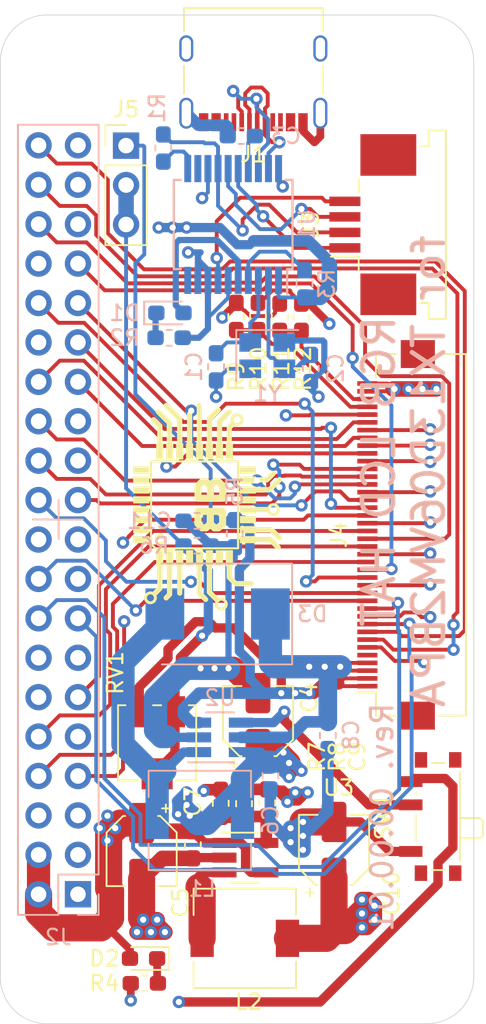
<source format=kicad_pcb>
(kicad_pcb (version 20171130) (host pcbnew "(5.1.4)-1")

  (general
    (thickness 1.6)
    (drawings 11)
    (tracks 774)
    (zones 0)
    (modules 44)
    (nets 65)
  )

  (page A4)
  (layers
    (0 F.Cu signal)
    (1 In1.Cu power hide)
    (2 In2.Cu power hide)
    (31 B.Cu signal)
    (32 B.Adhes user hide)
    (33 F.Adhes user hide)
    (34 B.Paste user hide)
    (35 F.Paste user hide)
    (36 B.SilkS user)
    (37 F.SilkS user)
    (38 B.Mask user)
    (39 F.Mask user)
    (40 Dwgs.User user)
    (41 Cmts.User user)
    (42 Eco1.User user)
    (43 Eco2.User user)
    (44 Edge.Cuts user)
    (45 Margin user)
    (46 B.CrtYd user hide)
    (47 F.CrtYd user hide)
    (48 B.Fab user hide)
    (49 F.Fab user hide)
  )

  (setup
    (last_trace_width 0.25)
    (user_trace_width 0.4)
    (user_trace_width 0.5)
    (user_trace_width 0.6)
    (user_trace_width 0.75)
    (user_trace_width 1)
    (user_trace_width 1.2)
    (user_trace_width 1.5)
    (user_trace_width 1.75)
    (user_trace_width 2)
    (user_trace_width 2.5)
    (trace_clearance 0.2)
    (zone_clearance 0.508)
    (zone_45_only no)
    (trace_min 0)
    (via_size 0.8)
    (via_drill 0.4)
    (via_min_size 0.4)
    (via_min_drill 0.3)
    (user_via 1.5 0.9)
    (user_via 2 1.8)
    (uvia_size 0.3)
    (uvia_drill 0.1)
    (uvias_allowed no)
    (uvia_min_size 0.2)
    (uvia_min_drill 0.1)
    (edge_width 0.05)
    (segment_width 0.2)
    (pcb_text_width 0.3)
    (pcb_text_size 1.5 1.5)
    (mod_edge_width 0.12)
    (mod_text_size 1 1)
    (mod_text_width 0.15)
    (pad_size 3.2 3.2)
    (pad_drill 3.2)
    (pad_to_mask_clearance 0.051)
    (solder_mask_min_width 0.25)
    (aux_axis_origin 0 0)
    (grid_origin 43.5 92.5)
    (visible_elements 7FFFFFFF)
    (pcbplotparams
      (layerselection 0x010fc_ffffffff)
      (usegerberextensions false)
      (usegerberattributes false)
      (usegerberadvancedattributes false)
      (creategerberjobfile false)
      (excludeedgelayer true)
      (linewidth 0.100000)
      (plotframeref false)
      (viasonmask false)
      (mode 1)
      (useauxorigin false)
      (hpglpennumber 1)
      (hpglpenspeed 20)
      (hpglpendiameter 15.000000)
      (psnegative false)
      (psa4output false)
      (plotreference true)
      (plotvalue true)
      (plotinvisibletext false)
      (padsonsilk false)
      (subtractmaskfromsilk false)
      (outputformat 1)
      (mirror false)
      (drillshape 1)
      (scaleselection 1)
      (outputdirectory ""))
  )

  (net 0 "")
  (net 1 GND)
  (net 2 "Net-(C1-Pad1)")
  (net 3 "Net-(C2-Pad1)")
  (net 4 "Net-(C3-Pad2)")
  (net 5 +5V)
  (net 6 LED+)
  (net 7 +3.3VP)
  (net 8 "Net-(C9-Pad2)")
  (net 9 "Net-(D1-Pad2)")
  (net 10 "Net-(D1-Pad1)")
  (net 11 "Net-(D2-Pad1)")
  (net 12 "Net-(D3-Pad2)")
  (net 13 VSYNC)
  (net 14 HSYNC)
  (net 15 Blue0)
  (net 16 Green2)
  (net 17 Green3)
  (net 18 Green5)
  (net 19 "Net-(J2-Pad12)")
  (net 20 "Net-(J2-Pad13)")
  (net 21 Red2)
  (net 22 Red3)
  (net 23 Red4)
  (net 24 /Blue6)
  (net 25 Blue5)
  (net 26 Red5)
  (net 27 /Blue7)
  (net 28 Blue4)
  (net 29 Blue3)
  (net 30 CLK)
  (net 31 DEN)
  (net 32 Blue1)
  (net 33 Blue2)
  (net 34 Green0)
  (net 35 Green1)
  (net 36 /Green7)
  (net 37 Green4)
  (net 38 "Net-(J2-Pad37)")
  (net 39 Red0)
  (net 40 Red1)
  (net 41 "Net-(J3-Pad1)")
  (net 42 "Net-(J3-Pad2)")
  (net 43 "Net-(J3-Pad3)")
  (net 44 "Net-(J3-Pad4)")
  (net 45 LED-)
  (net 46 "Net-(J4-Pad5)")
  (net 47 L_R)
  (net 48 U_D)
  (net 49 "Net-(L2-Pad1)")
  (net 50 "Net-(R1-Pad1)")
  (net 51 "Net-(R3-Pad2)")
  (net 52 EN_BCKLIT)
  (net 53 "Net-(U1-Pad10)")
  (net 54 "Net-(U1-Pad12)")
  (net 55 RV2)
  (net 56 "Net-(J2-Pad1)")
  (net 57 "Net-(J2-Pad17)")
  (net 58 "Net-(J1-PadB5)")
  (net 59 "Net-(J1-PadA6)")
  (net 60 "Net-(J1-PadA8)")
  (net 61 "Net-(J1-PadA5)")
  (net 62 "Net-(J1-PadB8)")
  (net 63 "Net-(J1-PadA7)")
  (net 64 "Net-(J1-PadA4)")

  (net_class Default "Dies ist die voreingestellte Netzklasse."
    (clearance 0.2)
    (trace_width 0.25)
    (via_dia 0.8)
    (via_drill 0.4)
    (uvia_dia 0.3)
    (uvia_drill 0.1)
    (add_net +3.3VP)
    (add_net +5V)
    (add_net /Blue6)
    (add_net /Blue7)
    (add_net /Green7)
    (add_net Blue0)
    (add_net Blue1)
    (add_net Blue2)
    (add_net Blue3)
    (add_net Blue4)
    (add_net Blue5)
    (add_net CLK)
    (add_net DEN)
    (add_net EN_BCKLIT)
    (add_net GND)
    (add_net Green0)
    (add_net Green1)
    (add_net Green2)
    (add_net Green3)
    (add_net Green4)
    (add_net Green5)
    (add_net HSYNC)
    (add_net LED+)
    (add_net LED-)
    (add_net L_R)
    (add_net "Net-(C1-Pad1)")
    (add_net "Net-(C2-Pad1)")
    (add_net "Net-(C3-Pad2)")
    (add_net "Net-(C9-Pad2)")
    (add_net "Net-(D1-Pad1)")
    (add_net "Net-(D1-Pad2)")
    (add_net "Net-(D2-Pad1)")
    (add_net "Net-(D3-Pad2)")
    (add_net "Net-(J1-PadA4)")
    (add_net "Net-(J1-PadA5)")
    (add_net "Net-(J1-PadA6)")
    (add_net "Net-(J1-PadA7)")
    (add_net "Net-(J1-PadA8)")
    (add_net "Net-(J1-PadB5)")
    (add_net "Net-(J1-PadB8)")
    (add_net "Net-(J2-Pad1)")
    (add_net "Net-(J2-Pad12)")
    (add_net "Net-(J2-Pad13)")
    (add_net "Net-(J2-Pad17)")
    (add_net "Net-(J2-Pad37)")
    (add_net "Net-(J3-Pad1)")
    (add_net "Net-(J3-Pad2)")
    (add_net "Net-(J3-Pad3)")
    (add_net "Net-(J3-Pad4)")
    (add_net "Net-(J4-Pad5)")
    (add_net "Net-(L2-Pad1)")
    (add_net "Net-(R1-Pad1)")
    (add_net "Net-(R3-Pad2)")
    (add_net "Net-(U1-Pad10)")
    (add_net "Net-(U1-Pad12)")
    (add_net RV2)
    (add_net Red0)
    (add_net Red1)
    (add_net Red2)
    (add_net Red3)
    (add_net Red4)
    (add_net Red5)
    (add_net U_D)
    (add_net VSYNC)
  )

  (module Connector_USB:USB_C_Receptacle_Palconn_UTC16-G (layer F.Cu) (tedit 5CF432E0) (tstamp 6031535F)
    (at 56.3 39.4 180)
    (descr http://www.palpilot.com/wp-content/uploads/2017/05/UTC027-GKN-OR-Rev-A.pdf)
    (tags "USB C Type-C Receptacle USB2.0")
    (path /60591EAA)
    (attr smd)
    (fp_text reference J1 (at 0 -4.58) (layer F.SilkS)
      (effects (font (size 1 1) (thickness 0.15)))
    )
    (fp_text value USB_C_Receptacle_USB2.0 (at 0 6.24) (layer F.Fab)
      (effects (font (size 1 1) (thickness 0.15)))
    )
    (fp_text user "PCB Edge" (at 0 3.43) (layer Dwgs.User)
      (effects (font (size 1 1) (thickness 0.15)))
    )
    (fp_line (start -4.47 -2.48) (end 4.47 -2.48) (layer F.Fab) (width 0.1))
    (fp_line (start 4.47 -2.48) (end 4.47 4.84) (layer F.Fab) (width 0.1))
    (fp_line (start 4.47 4.84) (end -4.47 4.84) (layer F.Fab) (width 0.1))
    (fp_line (start -4.47 -2.48) (end -4.47 4.84) (layer F.Fab) (width 0.1))
    (fp_text user %R (at 0 1.18) (layer F.Fab)
      (effects (font (size 1 1) (thickness 0.15)))
    )
    (fp_line (start -5.27 5.34) (end 5.27 5.34) (layer F.CrtYd) (width 0.05))
    (fp_line (start -5.27 -3.59) (end -5.27 5.34) (layer F.CrtYd) (width 0.05))
    (fp_line (start 5.27 -3.59) (end -5.27 -3.59) (layer F.CrtYd) (width 0.05))
    (fp_line (start 5.27 5.34) (end 5.27 -3.59) (layer F.CrtYd) (width 0.05))
    (fp_line (start -4.47 4.34) (end 4.47 4.34) (layer Dwgs.User) (width 0.1))
    (fp_line (start -4.47 -0.67) (end -4.47 1.13) (layer F.SilkS) (width 0.12))
    (fp_line (start -4.47 4.84) (end -4.47 3.38) (layer F.SilkS) (width 0.12))
    (fp_line (start 4.47 4.84) (end 4.47 3.38) (layer F.SilkS) (width 0.12))
    (fp_line (start 4.47 -0.67) (end 4.47 1.13) (layer F.SilkS) (width 0.12))
    (fp_line (start 4.47 4.84) (end -4.47 4.84) (layer F.SilkS) (width 0.12))
    (pad A12 smd rect (at 3.2 -2.51 180) (size 0.6 1.16) (layers F.Cu F.Paste F.Mask)
      (net 1 GND))
    (pad A9 smd rect (at 2.4 -2.51 180) (size 0.6 1.16) (layers F.Cu F.Paste F.Mask)
      (net 64 "Net-(J1-PadA4)"))
    (pad B1 smd rect (at 3.2 -2.51 180) (size 0.6 1.16) (layers F.Cu F.Paste F.Mask)
      (net 1 GND))
    (pad B4 smd rect (at 2.4 -2.51 180) (size 0.6 1.16) (layers F.Cu F.Paste F.Mask)
      (net 64 "Net-(J1-PadA4)"))
    (pad B12 smd rect (at -3.2 -2.51 180) (size 0.6 1.16) (layers F.Cu F.Paste F.Mask)
      (net 1 GND))
    (pad A1 smd rect (at -3.2 -2.51 180) (size 0.6 1.16) (layers F.Cu F.Paste F.Mask)
      (net 1 GND))
    (pad B9 smd rect (at -2.4 -2.51 180) (size 0.6 1.16) (layers F.Cu F.Paste F.Mask)
      (net 64 "Net-(J1-PadA4)"))
    (pad A4 smd rect (at -2.4 -2.51 180) (size 0.6 1.16) (layers F.Cu F.Paste F.Mask)
      (net 64 "Net-(J1-PadA4)"))
    (pad "" np_thru_hole circle (at -2.89 -1.45) (size 0.6 0.6) (drill 0.6) (layers *.Cu *.Mask))
    (pad "" np_thru_hole circle (at 2.89 -1.45) (size 0.6 0.6) (drill 0.6) (layers *.Cu *.Mask))
    (pad B5 smd rect (at 1.75 -2.51) (size 0.3 1.16) (layers F.Cu F.Paste F.Mask)
      (net 58 "Net-(J1-PadB5)"))
    (pad B6 smd rect (at 0.75 -2.51) (size 0.3 1.16) (layers F.Cu F.Paste F.Mask)
      (net 59 "Net-(J1-PadA6)"))
    (pad A8 smd rect (at 1.25 -2.51) (size 0.3 1.16) (layers F.Cu F.Paste F.Mask)
      (net 60 "Net-(J1-PadA8)"))
    (pad A5 smd rect (at -1.25 -2.51) (size 0.3 1.16) (layers F.Cu F.Paste F.Mask)
      (net 61 "Net-(J1-PadA5)"))
    (pad B8 smd rect (at -1.75 -2.51) (size 0.3 1.16) (layers F.Cu F.Paste F.Mask)
      (net 62 "Net-(J1-PadB8)"))
    (pad A7 smd rect (at 0.25 -2.51) (size 0.3 1.16) (layers F.Cu F.Paste F.Mask)
      (net 63 "Net-(J1-PadA7)"))
    (pad A6 smd rect (at -0.25 -2.51) (size 0.3 1.16) (layers F.Cu F.Paste F.Mask)
      (net 59 "Net-(J1-PadA6)"))
    (pad B7 smd rect (at -0.75 -2.51) (size 0.3 1.16) (layers F.Cu F.Paste F.Mask)
      (net 63 "Net-(J1-PadA7)"))
    (pad S1 thru_hole oval (at 4.32 2.24 270) (size 1.7 0.9) (drill oval 1.4 0.6) (layers *.Cu *.Mask)
      (net 1 GND))
    (pad S1 thru_hole oval (at -4.32 2.24 270) (size 1.7 0.9) (drill oval 1.4 0.6) (layers *.Cu *.Mask)
      (net 1 GND))
    (pad S1 thru_hole oval (at 4.32 -1.93 270) (size 2 0.9) (drill oval 1.7 0.6) (layers *.Cu *.Mask)
      (net 1 GND))
    (pad S1 thru_hole oval (at -4.32 -1.93 270) (size 2 0.9) (drill oval 1.7 0.6) (layers *.Cu *.Mask)
      (net 1 GND))
    (model ${KISYS3DMOD}/Connector_USB.3dshapes/USB_C_Receptacle_Palconn_UTC16-G.wrl
      (at (xyz 0 0 0))
      (scale (xyz 1 1 1))
      (rotate (xyz 0 0 0))
    )
  )

  (module Custom_logo:BB (layer F.Cu) (tedit 0) (tstamp 6031AC19)
    (at 53 66.9 90)
    (path /606925A8)
    (fp_text reference LOGO1 (at 0 0 90) (layer F.SilkS) hide
      (effects (font (size 1.524 1.524) (thickness 0.3)))
    )
    (fp_text value Logo (at 0.75 0 90) (layer F.SilkS) hide
      (effects (font (size 1.524 1.524) (thickness 0.3)))
    )
    (fp_poly (pts (xy -1.79161 -3.020944) (xy -1.72263 -2.998664) (xy -1.670578 -2.970539) (xy -1.613123 -2.923918)
      (xy -1.568491 -2.868042) (xy -1.537046 -2.805122) (xy -1.519148 -2.737369) (xy -1.51516 -2.666992)
      (xy -1.525444 -2.596204) (xy -1.550363 -2.527214) (xy -1.587829 -2.465475) (xy -1.628252 -2.423587)
      (xy -1.68227 -2.386469) (xy -1.746785 -2.356062) (xy -1.781528 -2.344128) (xy -1.817547 -2.334564)
      (xy -1.848775 -2.33044) (xy -1.88246 -2.331351) (xy -1.921933 -2.336302) (xy -1.973949 -2.350955)
      (xy -2.028182 -2.377962) (xy -2.080196 -2.414107) (xy -2.125556 -2.456173) (xy -2.159824 -2.500943)
      (xy -2.167122 -2.514109) (xy -2.192533 -2.582008) (xy -2.204735 -2.655586) (xy -2.203986 -2.684175)
      (xy -2.078354 -2.684175) (xy -2.077481 -2.647749) (xy -2.073615 -2.621648) (xy -2.065323 -2.599335)
      (xy -2.056039 -2.582333) (xy -2.018466 -2.531679) (xy -1.971734 -2.493267) (xy -1.951567 -2.481512)
      (xy -1.910326 -2.468081) (xy -1.861246 -2.465717) (xy -1.80904 -2.474125) (xy -1.758423 -2.49301)
      (xy -1.757029 -2.49371) (xy -1.708902 -2.526824) (xy -1.673187 -2.569781) (xy -1.650755 -2.620036)
      (xy -1.642475 -2.675043) (xy -1.649214 -2.732258) (xy -1.662528 -2.770475) (xy -1.694001 -2.824498)
      (xy -1.733613 -2.863716) (xy -1.781691 -2.888348) (xy -1.838562 -2.898614) (xy -1.8542 -2.898962)
      (xy -1.916926 -2.892959) (xy -1.968763 -2.87496) (xy -2.011872 -2.843758) (xy -2.048412 -2.79815)
      (xy -2.055394 -2.78673) (xy -2.067886 -2.762473) (xy -2.074879 -2.738979) (xy -2.077861 -2.709599)
      (xy -2.078354 -2.684175) (xy -2.203986 -2.684175) (xy -2.202813 -2.728872) (xy -2.201495 -2.737956)
      (xy -2.182146 -2.810249) (xy -2.149811 -2.873691) (xy -2.106427 -2.927433) (xy -2.053934 -2.970627)
      (xy -1.994267 -3.002424) (xy -1.929366 -3.021976) (xy -1.861168 -3.028432) (xy -1.79161 -3.020944)) (layer F.SilkS) (width 0.01))
    (fp_poly (pts (xy 1.453735 -0.48971) (xy 1.500286 -0.489157) (xy 1.53725 -0.48826) (xy 1.566093 -0.486981)
      (xy 1.588286 -0.485288) (xy 1.605297 -0.483144) (xy 1.618594 -0.480515) (xy 1.629101 -0.477543)
      (xy 1.643083 -0.472211) (xy 1.657516 -0.46455) (xy 1.674031 -0.453148) (xy 1.694261 -0.436597)
      (xy 1.719838 -0.413485) (xy 1.752394 -0.382402) (xy 1.793563 -0.341938) (xy 1.842487 -0.293172)
      (xy 1.895711 -0.240043) (xy 1.938453 -0.196769) (xy 1.971859 -0.160893) (xy 1.997076 -0.129961)
      (xy 2.015248 -0.101515) (xy 2.027521 -0.0731) (xy 2.035042 -0.042261) (xy 2.038955 -0.00654)
      (xy 2.040406 0.036517) (xy 2.040542 0.089367) (xy 2.040467 0.131233) (xy 2.040222 0.198902)
      (xy 2.038919 0.252472) (xy 2.035707 0.294778) (xy 2.029736 0.328652) (xy 2.020152 0.356929)
      (xy 2.006105 0.382441) (xy 1.986744 0.408024) (xy 1.961217 0.43651) (xy 1.942949 0.455794)
      (xy 1.872908 0.529167) (xy 1.9428 0.601725) (xy 1.972369 0.632991) (xy 1.995372 0.659865)
      (xy 2.012595 0.685091) (xy 2.024822 0.711414) (xy 2.032842 0.741579) (xy 2.037438 0.778331)
      (xy 2.039399 0.824416) (xy 2.039509 0.882577) (xy 2.03883 0.937081) (xy 2.037832 0.996835)
      (xy 2.036656 1.042308) (xy 2.035034 1.076152) (xy 2.032697 1.101019) (xy 2.029378 1.119562)
      (xy 2.024807 1.134433) (xy 2.018718 1.148283) (xy 2.017142 1.151466) (xy 2.004599 1.170222)
      (xy 1.98089 1.199364) (xy 1.947139 1.237629) (xy 1.90447 1.283754) (xy 1.854008 1.336479)
      (xy 1.835109 1.355853) (xy 1.785484 1.406274) (xy 1.745881 1.445866) (xy 1.714655 1.476076)
      (xy 1.690163 1.498347) (xy 1.670761 1.514126) (xy 1.654804 1.524858) (xy 1.640648 1.531988)
      (xy 1.630442 1.53577) (xy 1.619234 1.538859) (xy 1.605166 1.541445) (xy 1.586772 1.543568)
      (xy 1.562587 1.545269) (xy 1.531144 1.546585) (xy 1.490979 1.547558) (xy 1.440627 1.548227)
      (xy 1.37862 1.548632) (xy 1.303495 1.548812) (xy 1.213785 1.548807) (xy 1.152075 1.548731)
      (xy 1.036658 1.548368) (xy 0.937547 1.547659) (xy 0.854846 1.546606) (xy 0.788657 1.54521)
      (xy 0.739085 1.543475) (xy 0.706233 1.541402) (xy 0.690205 1.538994) (xy 0.690033 1.538934)
      (xy 0.635981 1.511093) (xy 0.590715 1.470882) (xy 0.557062 1.421264) (xy 0.542381 1.384105)
      (xy 0.540648 1.373076) (xy 0.539141 1.35226) (xy 0.537855 1.320988) (xy 0.536783 1.278589)
      (xy 0.535922 1.224395) (xy 0.535264 1.157733) (xy 0.534804 1.077936) (xy 0.534537 0.984332)
      (xy 0.534456 0.876252) (xy 0.534557 0.753533) (xy 0.982133 0.753533) (xy 0.982133 1.100666)
      (xy 1.462652 1.100666) (xy 1.527193 1.029576) (xy 1.555435 0.997973) (xy 1.574 0.975281)
      (xy 1.584892 0.958152) (xy 1.590117 0.943239) (xy 1.591679 0.927195) (xy 1.591733 0.921814)
      (xy 1.59095 0.90482) (xy 1.58718 0.890455) (xy 1.578295 0.875383) (xy 1.562166 0.856268)
      (xy 1.536662 0.829775) (xy 1.526315 0.819337) (xy 1.460897 0.753533) (xy 0.982133 0.753533)
      (xy 0.534557 0.753533) (xy 0.534558 0.753026) (xy 0.534835 0.613984) (xy 0.535115 0.512233)
      (xy 0.53678 -0.042333) (xy 0.982133 -0.042333) (xy 0.982133 0.3048) (xy 1.460125 0.3048)
      (xy 1.525929 0.239382) (xy 1.55478 0.2104) (xy 1.573661 0.189823) (xy 1.584685 0.174191)
      (xy 1.589964 0.160044) (xy 1.59161 0.143924) (xy 1.591733 0.131619) (xy 1.591255 0.112566)
      (xy 1.588421 0.097563) (xy 1.581127 0.083133) (xy 1.567272 0.065802) (xy 1.544753 0.042095)
      (xy 1.526315 0.02347) (xy 1.460897 -0.042333) (xy 0.982133 -0.042333) (xy 0.53678 -0.042333)
      (xy 0.537633 -0.325967) (xy 0.557442 -0.364067) (xy 0.585645 -0.408914) (xy 0.619174 -0.442065)
      (xy 0.658564 -0.466423) (xy 0.6985 -0.486833) (xy 1.142267 -0.489171) (xy 1.241861 -0.489648)
      (xy 1.325991 -0.48992) (xy 1.396126 -0.489953) (xy 1.453735 -0.48971)) (layer F.SilkS) (width 0.01))
    (fp_poly (pts (xy -0.375311 -0.490897) (xy -0.278706 -0.490382) (xy -0.198188 -0.489513) (xy -0.133335 -0.488281)
      (xy -0.083726 -0.486678) (xy -0.048939 -0.484695) (xy -0.028552 -0.482323) (xy -0.025075 -0.481503)
      (xy 0.016735 -0.462151) (xy 0.057842 -0.431429) (xy 0.092544 -0.394142) (xy 0.109156 -0.3683)
      (xy 0.131233 -0.325967) (xy 0.131233 0.529167) (xy 0.131226 0.668375) (xy 0.13119 0.791662)
      (xy 0.131108 0.900039) (xy 0.13096 0.994517) (xy 0.130727 1.076108) (xy 0.130391 1.145823)
      (xy 0.129932 1.204674) (xy 0.129332 1.253672) (xy 0.128571 1.29383) (xy 0.12763 1.326157)
      (xy 0.126491 1.351667) (xy 0.125135 1.371369) (xy 0.123542 1.386277) (xy 0.121695 1.397402)
      (xy 0.119572 1.405754) (xy 0.117157 1.412346) (xy 0.114581 1.417886) (xy 0.08599 1.460897)
      (xy 0.047003 1.499891) (xy 0.003992 1.528494) (xy 0.003952 1.528514) (xy -0.004114 1.532184)
      (xy -0.013245 1.53528) (xy -0.024886 1.537859) (xy -0.040483 1.539973) (xy -0.061484 1.541677)
      (xy -0.089333 1.543028) (xy -0.125478 1.544077) (xy -0.171363 1.544882) (xy -0.228437 1.545495)
      (xy -0.298143 1.545972) (xy -0.38193 1.546368) (xy -0.478367 1.546726) (xy -0.57941 1.54702)
      (xy -0.664934 1.547119) (xy -0.73635 1.54699) (xy -0.795072 1.5466) (xy -0.842511 1.545917)
      (xy -0.88008 1.544906) (xy -0.909192 1.543535) (xy -0.931259 1.541771) (xy -0.947695 1.53958)
      (xy -0.95991 1.53693) (xy -0.9652 1.535313) (xy -0.978827 1.529399) (xy -0.994444 1.519686)
      (xy -1.013607 1.50479) (xy -1.037869 1.483324) (xy -1.068784 1.453901) (xy -1.107906 1.415137)
      (xy -1.156789 1.365644) (xy -1.16629 1.355953) (xy -1.219421 1.300976) (xy -1.265006 1.2523)
      (xy -1.301948 1.211157) (xy -1.329148 1.178783) (xy -1.345508 1.15641) (xy -1.348323 1.151466)
      (xy -1.35477 1.13747) (xy -1.359643 1.123015) (xy -1.363208 1.10545) (xy -1.365734 1.082123)
      (xy -1.367489 1.050381) (xy -1.368739 1.007571) (xy -1.369754 0.951042) (xy -1.369964 0.937081)
      (xy -1.370139 0.921428) (xy -0.922867 0.921428) (xy -0.922024 0.938559) (xy -0.918161 0.953468)
      (xy -0.909273 0.969511) (xy -0.893357 0.990049) (xy -0.868407 1.018437) (xy -0.858326 1.029576)
      (xy -0.793786 1.100666) (xy -0.313267 1.100666) (xy -0.313267 0.753533) (xy -0.791259 0.753533)
      (xy -0.857063 0.818951) (xy -0.886105 0.848242) (xy -0.905062 0.869146) (xy -0.916071 0.884994)
      (xy -0.921272 0.899116) (xy -0.922802 0.914843) (xy -0.922867 0.921428) (xy -1.370139 0.921428)
      (xy -1.370741 0.867798) (xy -1.370272 0.812697) (xy -1.367768 0.769034) (xy -1.362444 0.734063)
      (xy -1.353512 0.70504) (xy -1.340186 0.679221) (xy -1.321679 0.653859) (xy -1.297204 0.626212)
      (xy -1.27381 0.601652) (xy -1.203793 0.529021) (xy -1.273576 0.456846) (xy -1.303203 0.425613)
      (xy -1.326169 0.398799) (xy -1.343322 0.37359) (xy -1.355509 0.347172) (xy -1.363576 0.316732)
      (xy -1.368371 0.279457) (xy -1.37074 0.232533) (xy -1.371531 0.173146) (xy -1.3716 0.131233)
      (xy -1.3716 0.130847) (xy -0.922867 0.130847) (xy -0.922389 0.1499) (xy -0.919554 0.164903)
      (xy -0.912261 0.179333) (xy -0.898405 0.196664) (xy -0.875887 0.220372) (xy -0.857449 0.238996)
      (xy -0.792031 0.3048) (xy -0.313267 0.3048) (xy -0.313267 -0.042333) (xy -0.791259 -0.042333)
      (xy -0.857063 0.023085) (xy -0.885914 0.052066) (xy -0.904795 0.072644) (xy -0.915818 0.088276)
      (xy -0.921097 0.102422) (xy -0.922744 0.118542) (xy -0.922867 0.130847) (xy -1.3716 0.130847)
      (xy -1.371706 0.070484) (xy -1.371259 0.021167) (xy -1.369113 -0.019173) (xy -1.364122 -0.052992)
      (xy -1.35514 -0.082748) (xy -1.341021 -0.110897) (xy -1.320619 -0.139894) (xy -1.292787 -0.172196)
      (xy -1.256381 -0.21026) (xy -1.210253 -0.256542) (xy -1.173621 -0.293088) (xy -1.122338 -0.344144)
      (xy -1.081226 -0.384435) (xy -1.048675 -0.415357) (xy -1.023076 -0.438309) (xy -1.002819 -0.454689)
      (xy -0.986295 -0.465894) (xy -0.971895 -0.473323) (xy -0.961575 -0.477238) (xy -0.95037 -0.480389)
      (xy -0.936409 -0.483032) (xy -0.918211 -0.485209) (xy -0.894299 -0.486964) (xy -0.863192 -0.488341)
      (xy -0.823413 -0.489381) (xy -0.773481 -0.490129) (xy -0.711919 -0.490627) (xy -0.637247 -0.49092)
      (xy -0.547985 -0.491049) (xy -0.488424 -0.491067) (xy -0.375311 -0.490897)) (layer F.SilkS) (width 0.01))
    (fp_poly (pts (xy 2.802467 -3.412067) (xy 2.353733 -3.412067) (xy 2.353733 -4.436534) (xy 2.802467 -4.436534)
      (xy 2.802467 -3.412067)) (layer F.SilkS) (width 0.01))
    (fp_poly (pts (xy 2.159 -3.412067) (xy 1.710267 -3.412067) (xy 1.710267 -4.436534) (xy 2.159 -4.436534)
      (xy 2.159 -3.412067)) (layer F.SilkS) (width 0.01))
    (fp_poly (pts (xy 1.515533 -3.412067) (xy 1.0668 -3.412067) (xy 1.0668 -4.436534) (xy 1.515533 -4.436534)
      (xy 1.515533 -3.412067)) (layer F.SilkS) (width 0.01))
    (fp_poly (pts (xy 0.880533 -3.412067) (xy 0.4318 -3.412067) (xy 0.4318 -4.436534) (xy 0.880533 -4.436534)
      (xy 0.880533 -3.412067)) (layer F.SilkS) (width 0.01))
    (fp_poly (pts (xy 0.237066 -3.412067) (xy -0.211667 -3.412067) (xy -0.211667 -4.436534) (xy 0.237066 -4.436534)
      (xy 0.237066 -3.412067)) (layer F.SilkS) (width 0.01))
    (fp_poly (pts (xy -0.397933 -3.412067) (xy -0.846667 -3.412067) (xy -0.846667 -4.436534) (xy -0.397933 -4.436534)
      (xy -0.397933 -3.412067)) (layer F.SilkS) (width 0.01))
    (fp_poly (pts (xy -1.0414 -3.412067) (xy -1.490133 -3.412067) (xy -1.490133 -4.436534) (xy -1.0414 -4.436534)
      (xy -1.0414 -3.412067)) (layer F.SilkS) (width 0.01))
    (fp_poly (pts (xy -1.684867 -3.412067) (xy -2.1336 -3.412067) (xy -2.1336 -4.436534) (xy -1.684867 -4.436534)
      (xy -1.684867 -3.412067)) (layer F.SilkS) (width 0.01))
    (fp_poly (pts (xy 5.846869 -3.290794) (xy 5.889602 -3.277276) (xy 5.926841 -3.252971) (xy 5.956541 -3.219925)
      (xy 5.976658 -3.180181) (xy 5.985147 -3.135785) (xy 5.979964 -3.08878) (xy 5.969687 -3.0607)
      (xy 5.959191 -3.045344) (xy 5.938128 -3.020231) (xy 5.908189 -2.987046) (xy 5.871069 -2.94747)
      (xy 5.828458 -2.903186) (xy 5.782051 -2.855877) (xy 5.733539 -2.807226) (xy 5.684614 -2.758916)
      (xy 5.63697 -2.712629) (xy 5.592299 -2.670049) (xy 5.552293 -2.632857) (xy 5.518646 -2.602738)
      (xy 5.493048 -2.581372) (xy 5.477194 -2.570445) (xy 5.476088 -2.56994) (xy 5.468088 -2.567359)
      (xy 5.456681 -2.565136) (xy 5.44066 -2.563245) (xy 5.418819 -2.561661) (xy 5.389951 -2.560357)
      (xy 5.352849 -2.559308) (xy 5.306306 -2.558489) (xy 5.249115 -2.557873) (xy 5.18007 -2.557436)
      (xy 5.097964 -2.557151) (xy 5.001589 -2.556992) (xy 4.88974 -2.556935) (xy 4.864372 -2.556933)
      (xy 4.284133 -2.556933) (xy 4.284133 -2.506133) (xy 3.259667 -2.506133) (xy 3.259667 -2.954867)
      (xy 4.284133 -2.954867) (xy 4.284133 -2.887133) (xy 5.346844 -2.887133) (xy 5.533039 -3.074278)
      (xy 5.591856 -3.132767) (xy 5.643203 -3.182538) (xy 5.686211 -3.222789) (xy 5.72001 -3.252718)
      (xy 5.743729 -3.271522) (xy 5.7531 -3.277292) (xy 5.800687 -3.291481) (xy 5.846869 -3.290794)) (layer F.SilkS) (width 0.01))
    (fp_poly (pts (xy -5.587365 -3.734842) (xy -5.512952 -3.713247) (xy -5.442437 -3.676775) (xy -5.377819 -3.625425)
      (xy -5.371943 -3.619657) (xy -5.318138 -3.554609) (xy -5.27976 -3.483096) (xy -5.257165 -3.406368)
      (xy -5.250706 -3.32567) (xy -5.26074 -3.242253) (xy -5.262463 -3.234659) (xy -5.275341 -3.180019)
      (xy -4.982815 -2.887133) (xy -3.615267 -2.887133) (xy -3.615267 -2.954867) (xy -2.5908 -2.954867)
      (xy -2.5908 -2.506133) (xy -3.615267 -2.506133) (xy -3.615267 -2.556933) (xy -4.347905 -2.556933)
      (xy -4.477999 -2.556962) (xy -4.592225 -2.557061) (xy -4.691646 -2.557247) (xy -4.777329 -2.557539)
      (xy -4.850338 -2.557955) (xy -4.911738 -2.558513) (xy -4.962594 -2.559231) (xy -5.00397 -2.560128)
      (xy -5.036931 -2.561221) (xy -5.062542 -2.562529) (xy -5.081869 -2.56407) (xy -5.095975 -2.565862)
      (xy -5.105926 -2.567923) (xy -5.112022 -2.569945) (xy -5.128943 -2.580786) (xy -5.156772 -2.603661)
      (xy -5.194994 -2.6381) (xy -5.243096 -2.683635) (xy -5.300564 -2.739796) (xy -5.325912 -2.764985)
      (xy -5.508323 -2.947015) (xy -5.562978 -2.934133) (xy -5.646586 -2.922597) (xy -5.727582 -2.927584)
      (xy -5.804719 -2.948741) (xy -5.876752 -2.985714) (xy -5.942434 -3.038146) (xy -5.94799 -3.04361)
      (xy -6.000782 -3.107551) (xy -6.038697 -3.177582) (xy -6.061734 -3.251704) (xy -6.069893 -3.327921)
      (xy -6.069524 -3.332124) (xy -5.893102 -3.332124) (xy -5.885296 -3.275801) (xy -5.861637 -3.221422)
      (xy -5.822126 -3.170959) (xy -5.821227 -3.170056) (xy -5.770864 -3.130139) (xy -5.716231 -3.106506)
      (xy -5.658001 -3.099317) (xy -5.596845 -3.108733) (xy -5.58323 -3.112993) (xy -5.541897 -3.134152)
      (xy -5.501651 -3.166953) (xy -5.467359 -3.206532) (xy -5.443884 -3.248024) (xy -5.441326 -3.254897)
      (xy -5.428225 -3.316622) (xy -5.431762 -3.375449) (xy -5.451804 -3.430827) (xy -5.488221 -3.482208)
      (xy -5.498548 -3.493052) (xy -5.548873 -3.532801) (xy -5.603184 -3.556703) (xy -5.659494 -3.564758)
      (xy -5.715822 -3.556967) (xy -5.770181 -3.53333) (xy -5.820589 -3.493846) (xy -5.821386 -3.493052)
      (xy -5.861147 -3.442721) (xy -5.885052 -3.388421) (xy -5.893102 -3.332124) (xy -6.069524 -3.332124)
      (xy -6.063176 -3.404235) (xy -6.04158 -3.478648) (xy -6.005108 -3.549163) (xy -5.953758 -3.613782)
      (xy -5.94799 -3.619657) (xy -5.884049 -3.672449) (xy -5.814018 -3.710363) (xy -5.739896 -3.7334)
      (xy -5.663679 -3.74156) (xy -5.587365 -3.734842)) (layer F.SilkS) (width 0.01))
    (fp_poly (pts (xy 6.354971 -2.98591) (xy 6.397873 -2.972301) (xy 6.435276 -2.947835) (xy 6.465071 -2.914529)
      (xy 6.485151 -2.874403) (xy 6.493407 -2.829475) (xy 6.487732 -2.781763) (xy 6.480935 -2.761978)
      (xy 6.472197 -2.749361) (xy 6.452563 -2.726243) (xy 6.423305 -2.6939) (xy 6.385693 -2.653609)
      (xy 6.341 -2.606645) (xy 6.290498 -2.554284) (xy 6.235457 -2.497802) (xy 6.177148 -2.438476)
      (xy 6.116845 -2.377581) (xy 6.055818 -2.316393) (xy 5.995338 -2.256189) (xy 5.936677 -2.198244)
      (xy 5.881107 -2.143834) (xy 5.829899 -2.094236) (xy 5.784324 -2.050725) (xy 5.745655 -2.014578)
      (xy 5.715162 -1.98707) (xy 5.694117 -1.969477) (xy 5.685367 -1.963588) (xy 5.678599 -1.960712)
      (xy 5.670625 -1.958204) (xy 5.660302 -1.956039) (xy 5.646489 -1.954192) (xy 5.628045 -1.952636)
      (xy 5.603828 -1.951347) (xy 5.572695 -1.950298) (xy 5.533506 -1.949465) (xy 5.485119 -1.948822)
      (xy 5.426391 -1.948342) (xy 5.356182 -1.948001) (xy 5.27335 -1.947774) (xy 5.176753 -1.947633)
      (xy 5.065249 -1.947554) (xy 4.967817 -1.947519) (xy 4.284133 -1.947334) (xy 4.284133 -1.862667)
      (xy 3.259667 -1.862667) (xy 3.259667 -2.3114) (xy 3.7719 -2.3114) (xy 3.877714 -2.31139)
      (xy 3.967852 -2.311332) (xy 4.04357 -2.311185) (xy 4.106124 -2.310907) (xy 4.156772 -2.310456)
      (xy 4.19677 -2.309791) (xy 4.227374 -2.308871) (xy 4.249842 -2.307653) (xy 4.26543 -2.306097)
      (xy 4.275395 -2.304161) (xy 4.280993 -2.301803) (xy 4.283481 -2.298982) (xy 4.284116 -2.295656)
      (xy 4.284133 -2.294467) (xy 4.284398 -2.291296) (xy 4.285948 -2.288548) (xy 4.289913 -2.286192)
      (xy 4.297423 -2.284199) (xy 4.309609 -2.282538) (xy 4.327602 -2.281178) (xy 4.352533 -2.280091)
      (xy 4.385531 -2.279244) (xy 4.427728 -2.278608) (xy 4.480254 -2.278154) (xy 4.54424 -2.27785)
      (xy 4.620816 -2.277666) (xy 4.711114 -2.277572) (xy 4.816262 -2.277538) (xy 4.917056 -2.277533)
      (xy 5.549979 -2.277533) (xy 5.888606 -2.617066) (xy 5.975114 -2.703462) (xy 6.050493 -2.778019)
      (xy 6.114667 -2.84066) (xy 6.167555 -2.891311) (xy 6.209079 -2.929897) (xy 6.239161 -2.956342)
      (xy 6.257722 -2.970572) (xy 6.2611 -2.97248) (xy 6.308677 -2.986642) (xy 6.354971 -2.98591)) (layer F.SilkS) (width 0.01))
    (fp_poly (pts (xy -5.620188 -2.474743) (xy -5.592233 -2.46452) (xy -5.574262 -2.452862) (xy -5.547671 -2.431461)
      (xy -5.515445 -2.402902) (xy -5.48057 -2.369773) (xy -5.465378 -2.35464) (xy -5.372389 -2.2606)
      (xy -3.615267 -2.2606) (xy -3.615267 -2.3114) (xy -2.5908 -2.3114) (xy -2.5908 -1.862667)
      (xy -3.615267 -1.862667) (xy -3.615267 -1.9304) (xy -4.542639 -1.9304) (xy -4.6897 -1.930421)
      (xy -4.820769 -1.930493) (xy -4.936783 -1.930629) (xy -5.038685 -1.930841) (xy -5.127412 -1.931143)
      (xy -5.203907 -1.931546) (xy -5.269107 -1.932064) (xy -5.323954 -1.93271) (xy -5.369387 -1.933496)
      (xy -5.406346 -1.934434) (xy -5.435771 -1.935539) (xy -5.458603 -1.936822) (xy -5.47578 -1.938297)
      (xy -5.488243 -1.939975) (xy -5.496932 -1.94187) (xy -5.501489 -1.943422) (xy -5.518949 -1.954371)
      (xy -5.545436 -1.975622) (xy -5.578649 -2.004893) (xy -5.616283 -2.039903) (xy -5.656036 -2.078371)
      (xy -5.695605 -2.118013) (xy -5.732686 -2.15655) (xy -5.764976 -2.191699) (xy -5.790173 -2.221178)
      (xy -5.805973 -2.242707) (xy -5.808837 -2.2479) (xy -5.82302 -2.295507) (xy -5.822325 -2.341701)
      (xy -5.808796 -2.38444) (xy -5.784478 -2.421677) (xy -5.751414 -2.451371) (xy -5.711649 -2.471475)
      (xy -5.667225 -2.479947) (xy -5.620188 -2.474743)) (layer F.SilkS) (width 0.01))
    (fp_poly (pts (xy 6.761366 -2.477912) (xy 6.804267 -2.464305) (xy 6.841669 -2.439841) (xy 6.871465 -2.406537)
      (xy 6.891547 -2.366411) (xy 6.899806 -2.321483) (xy 6.894135 -2.27377) (xy 6.887337 -2.253978)
      (xy 6.87887 -2.241984) (xy 6.859419 -2.219327) (xy 6.830132 -2.18716) (xy 6.792157 -2.146634)
      (xy 6.746642 -2.098899) (xy 6.694734 -2.045107) (xy 6.637583 -1.98641) (xy 6.576335 -1.923959)
      (xy 6.512138 -1.858904) (xy 6.446142 -1.792399) (xy 6.379492 -1.725593) (xy 6.313338 -1.659638)
      (xy 6.248827 -1.595685) (xy 6.187108 -1.534886) (xy 6.129328 -1.478392) (xy 6.076635 -1.427354)
      (xy 6.030177 -1.382924) (xy 5.991102 -1.346253) (xy 5.960558 -1.318492) (xy 5.939692 -1.300793)
      (xy 5.9309 -1.294724) (xy 5.924648 -1.292063) (xy 5.917243 -1.289715) (xy 5.907642 -1.287662)
      (xy 5.894801 -1.285883) (xy 5.877676 -1.284358) (xy 5.855225 -1.283068) (xy 5.826404 -1.281992)
      (xy 5.790169 -1.28111) (xy 5.745477 -1.280402) (xy 5.691285 -1.279849) (xy 5.626548 -1.279431)
      (xy 5.550225 -1.279127) (xy 5.461271 -1.278917) (xy 5.358643 -1.278783) (xy 5.241297 -1.278702)
      (xy 5.108191 -1.278657) (xy 5.090583 -1.278653) (xy 4.284133 -1.278467) (xy 4.284133 -1.2192)
      (xy 3.259667 -1.2192) (xy 3.259667 -1.667934) (xy 4.284133 -1.667934) (xy 4.284133 -1.608667)
      (xy 5.795497 -1.608667) (xy 6.214565 -2.02863) (xy 6.311294 -2.1253) (xy 6.396382 -2.209774)
      (xy 6.469883 -2.282103) (xy 6.531851 -2.342338) (xy 6.582338 -2.39053) (xy 6.621397 -2.42673)
      (xy 6.649082 -2.45099) (xy 6.665447 -2.463361) (xy 6.6675 -2.464477) (xy 6.715074 -2.478642)
      (xy 6.761366 -2.477912)) (layer F.SilkS) (width 0.01))
    (fp_poly (pts (xy -2.5908 -1.2192) (xy -3.615267 -1.2192) (xy -3.615267 -1.278467) (xy -4.50215 -1.278653)
      (xy -4.644284 -1.278693) (xy -4.770475 -1.278763) (xy -4.881714 -1.27888) (xy -4.978992 -1.27906)
      (xy -5.063299 -1.27932) (xy -5.135625 -1.279678) (xy -5.196963 -1.28015) (xy -5.248301 -1.280754)
      (xy -5.290631 -1.281506) (xy -5.324943 -1.282424) (xy -5.352229 -1.283524) (xy -5.373478 -1.284824)
      (xy -5.389681 -1.286341) (xy -5.40183 -1.288091) (xy -5.410914 -1.290092) (xy -5.417924 -1.29236)
      (xy -5.4229 -1.294469) (xy -5.465668 -1.322347) (xy -5.496031 -1.358831) (xy -5.513989 -1.401002)
      (xy -5.519542 -1.44594) (xy -5.512691 -1.490726) (xy -5.493434 -1.532438) (xy -5.461772 -1.568159)
      (xy -5.4229 -1.592664) (xy -5.416862 -1.595169) (xy -5.409576 -1.597392) (xy -5.400053 -1.59935)
      (xy -5.3873 -1.60106) (xy -5.370328 -1.60254) (xy -5.348146 -1.603805) (xy -5.319763 -1.604874)
      (xy -5.284188 -1.605764) (xy -5.240432 -1.60649) (xy -5.187503 -1.607071) (xy -5.124411 -1.607523)
      (xy -5.050165 -1.607863) (xy -4.963775 -1.608109) (xy -4.864249 -1.608277) (xy -4.750597 -1.608385)
      (xy -4.621829 -1.608449) (xy -4.50215 -1.608481) (xy -3.615267 -1.608667) (xy -3.615267 -1.667934)
      (xy -2.5908 -1.667934) (xy -2.5908 -1.2192)) (layer F.SilkS) (width 0.01))
    (fp_poly (pts (xy 4.284133 -0.973667) (xy 5.25145 -0.973481) (xy 5.400216 -0.973443) (xy 5.532995 -0.973379)
      (xy 5.650731 -0.973275) (xy 5.754371 -0.973114) (xy 5.84486 -0.972884) (xy 5.923144 -0.972568)
      (xy 5.990168 -0.972151) (xy 6.046878 -0.971619) (xy 6.094219 -0.970957) (xy 6.133137 -0.97015)
      (xy 6.164579 -0.969182) (xy 6.189488 -0.968039) (xy 6.208812 -0.966707) (xy 6.223494 -0.965169)
      (xy 6.234483 -0.963411) (xy 6.242721 -0.961419) (xy 6.249157 -0.959177) (xy 6.252633 -0.957664)
      (xy 6.295441 -0.9303) (xy 6.326023 -0.892307) (xy 6.336896 -0.870107) (xy 6.348941 -0.820971)
      (xy 6.345471 -0.77235) (xy 6.327713 -0.727308) (xy 6.296891 -0.688909) (xy 6.254232 -0.660217)
      (xy 6.252633 -0.659469) (xy 6.246838 -0.657066) (xy 6.239822 -0.654921) (xy 6.23064 -0.65302)
      (xy 6.218345 -0.651349) (xy 6.201992 -0.649892) (xy 6.180635 -0.648634) (xy 6.153329 -0.64756)
      (xy 6.119128 -0.646656) (xy 6.077087 -0.645906) (xy 6.02626 -0.645295) (xy 5.965701 -0.64481)
      (xy 5.894465 -0.644433) (xy 5.811606 -0.644152) (xy 5.716179 -0.64395) (xy 5.607238 -0.643813)
      (xy 5.483837 -0.643726) (xy 5.34503 -0.643674) (xy 5.25145 -0.643653) (xy 4.284133 -0.643467)
      (xy 4.284133 -0.5842) (xy 3.259667 -0.5842) (xy 3.259667 -1.032933) (xy 4.284133 -1.032933)
      (xy 4.284133 -0.973667)) (layer F.SilkS) (width 0.01))
    (fp_poly (pts (xy -2.5908 -0.5842) (xy -3.615267 -0.5842) (xy -3.615267 -1.032933) (xy -2.5908 -1.032933)
      (xy -2.5908 -0.5842)) (layer F.SilkS) (width 0.01))
    (fp_poly (pts (xy 4.284133 -0.347133) (xy 5.526617 -0.346948) (xy 5.696223 -0.346916) (xy 5.849724 -0.346866)
      (xy 5.987947 -0.346789) (xy 6.111722 -0.346673) (xy 6.221875 -0.346509) (xy 6.319234 -0.346286)
      (xy 6.404629 -0.345995) (xy 6.478886 -0.345624) (xy 6.542835 -0.345164) (xy 6.597301 -0.344605)
      (xy 6.643115 -0.343935) (xy 6.681104 -0.343145) (xy 6.712095 -0.342225) (xy 6.736918 -0.341164)
      (xy 6.756399 -0.339952) (xy 6.771367 -0.338579) (xy 6.78265 -0.337034) (xy 6.791076 -0.335307)
      (xy 6.797473 -0.333389) (xy 6.802669 -0.331268) (xy 6.802966 -0.331131) (xy 6.845774 -0.303767)
      (xy 6.876356 -0.265774) (xy 6.887229 -0.243573) (xy 6.899274 -0.194438) (xy 6.895805 -0.145817)
      (xy 6.878046 -0.100775) (xy 6.847225 -0.062376) (xy 6.804566 -0.033684) (xy 6.802966 -0.032936)
      (xy 6.797817 -0.030802) (xy 6.791518 -0.028872) (xy 6.78324 -0.027134) (xy 6.772156 -0.025578)
      (xy 6.757438 -0.024195) (xy 6.738257 -0.022973) (xy 6.713786 -0.021903) (xy 6.683197 -0.020974)
      (xy 6.645661 -0.020177) (xy 6.600351 -0.0195) (xy 6.546438 -0.018934) (xy 6.483095 -0.018468)
      (xy 6.409493 -0.018092) (xy 6.324805 -0.017796) (xy 6.228203 -0.01757) (xy 6.118858 -0.017403)
      (xy 5.995942 -0.017284) (xy 5.858628 -0.017205) (xy 5.706088 -0.017154) (xy 5.537493 -0.017121)
      (xy 5.526617 -0.017119) (xy 4.284133 -0.016933) (xy 4.284133 0.059267) (xy 3.259667 0.059267)
      (xy 3.259667 -0.389467) (xy 4.284133 -0.389467) (xy 4.284133 -0.347133)) (layer F.SilkS) (width 0.01))
    (fp_poly (pts (xy -2.5908 0.059267) (xy -3.615267 0.059267) (xy -3.615267 -0.016933) (xy -5.287578 -0.016933)
      (xy -5.473772 0.170211) (xy -5.532589 0.2287) (xy -5.583937 0.278471) (xy -5.626945 0.318722)
      (xy -5.660743 0.348651) (xy -5.684463 0.367455) (xy -5.693833 0.373225) (xy -5.743001 0.38728)
      (xy -5.793616 0.385169) (xy -5.8293 0.373464) (xy -5.872413 0.345083) (xy -5.903663 0.306866)
      (xy -5.921831 0.261858) (xy -5.925697 0.213104) (xy -5.914044 0.163649) (xy -5.91366 0.162711)
      (xy -5.904019 0.148066) (xy -5.883751 0.123486) (xy -5.854537 0.090664) (xy -5.818062 0.051293)
      (xy -5.776006 0.007065) (xy -5.730055 -0.040328) (xy -5.681889 -0.089192) (xy -5.633192 -0.137836)
      (xy -5.585647 -0.184567) (xy -5.540937 -0.227692) (xy -5.500743 -0.265518) (xy -5.46675 -0.296354)
      (xy -5.44064 -0.318507) (xy -5.424095 -0.330284) (xy -5.4229 -0.330888) (xy -5.416924 -0.33343)
      (xy -5.409817 -0.335687) (xy -5.400589 -0.337674) (xy -5.388248 -0.33941) (xy -5.371804 -0.340912)
      (xy -5.350265 -0.342196) (xy -5.32264 -0.343281) (xy -5.287938 -0.344184) (xy -5.245166 -0.344921)
      (xy -5.193335 -0.345511) (xy -5.131453 -0.345969) (xy -5.058529 -0.346315) (xy -4.973571 -0.346565)
      (xy -4.875588 -0.346736) (xy -4.76359 -0.346845) (xy -4.636584 -0.346911) (xy -4.50215 -0.346948)
      (xy -3.615267 -0.347133) (xy -3.615267 -0.389467) (xy -2.5908 -0.389467) (xy -2.5908 0.059267)) (layer F.SilkS) (width 0.01))
    (fp_poly (pts (xy 4.284133 0.3048) (xy 5.09905 0.305022) (xy 5.235356 0.305075) (xy 5.355757 0.30517)
      (xy 5.461281 0.305322) (xy 5.552958 0.305551) (xy 5.631815 0.305875) (xy 5.69888 0.306311)
      (xy 5.755183 0.306877) (xy 5.801752 0.307592) (xy 5.839615 0.308473) (xy 5.8698 0.309539)
      (xy 5.893337 0.310808) (xy 5.911252 0.312297) (xy 5.924576 0.314025) (xy 5.934336 0.316009)
      (xy 5.94156 0.318267) (xy 5.945271 0.319839) (xy 5.959168 0.329494) (xy 5.983379 0.349816)
      (xy 6.016466 0.379387) (xy 6.05699 0.41679) (xy 6.103511 0.460608) (xy 6.15459 0.509425)
      (xy 6.208788 0.561824) (xy 6.264665 0.616388) (xy 6.320783 0.6717) (xy 6.375701 0.726343)
      (xy 6.427981 0.778901) (xy 6.476183 0.827956) (xy 6.518869 0.872093) (xy 6.554598 0.909893)
      (xy 6.581932 0.939941) (xy 6.599431 0.960819) (xy 6.605158 0.969433) (xy 6.618687 1.016906)
      (xy 6.61752 1.063145) (xy 6.603683 1.106049) (xy 6.579203 1.143516) (xy 6.546107 1.173441)
      (xy 6.50642 1.193724) (xy 6.46217 1.20226) (xy 6.415384 1.196949) (xy 6.393349 1.189181)
      (xy 6.38128 1.180688) (xy 6.358476 1.161449) (xy 6.326219 1.132649) (xy 6.285787 1.095475)
      (xy 6.238462 1.051111) (xy 6.185523 1.000743) (xy 6.128251 0.945558) (xy 6.087478 0.905879)
      (xy 5.810224 0.635) (xy 4.284133 0.635) (xy 4.284133 0.694267) (xy 3.259667 0.694267)
      (xy 3.259667 0.245533) (xy 4.284133 0.245533) (xy 4.284133 0.3048)) (layer F.SilkS) (width 0.01))
    (fp_poly (pts (xy -2.5908 1.337733) (xy -3.615267 1.337733) (xy -3.615267 0.889) (xy -2.5908 0.889)
      (xy -2.5908 1.337733)) (layer F.SilkS) (width 0.01))
    (fp_poly (pts (xy -2.5908 0.694267) (xy -3.615267 0.694267) (xy -3.615267 0.635) (xy -5.228284 0.635)
      (xy -5.455019 0.861851) (xy -5.681753 1.088702) (xy -5.668868 1.143367) (xy -5.661856 1.179449)
      (xy -5.657124 1.215879) (xy -5.655859 1.237833) (xy -5.663512 1.31703) (xy -5.685848 1.390968)
      (xy -5.721168 1.458295) (xy -5.76777 1.517662) (xy -5.823953 1.567716) (xy -5.888018 1.607106)
      (xy -5.958262 1.634482) (xy -6.032986 1.648492) (xy -6.110489 1.647785) (xy -6.160788 1.638979)
      (xy -6.235618 1.612521) (xy -6.303275 1.572295) (xy -6.362131 1.520353) (xy -6.410557 1.458748)
      (xy -6.446926 1.389531) (xy -6.46961 1.314756) (xy -6.477 1.240366) (xy -6.476949 1.239876)
      (xy -6.299502 1.239876) (xy -6.291696 1.296199) (xy -6.268037 1.350578) (xy -6.228526 1.401041)
      (xy -6.227627 1.401944) (xy -6.177264 1.441861) (xy -6.122631 1.465494) (xy -6.064401 1.472683)
      (xy -6.003245 1.463267) (xy -5.98963 1.459007) (xy -5.948297 1.437848) (xy -5.908051 1.405047)
      (xy -5.873759 1.365468) (xy -5.850284 1.323976) (xy -5.847726 1.317103) (xy -5.834625 1.255378)
      (xy -5.838162 1.196551) (xy -5.858204 1.141173) (xy -5.894621 1.089792) (xy -5.904948 1.078948)
      (xy -5.955273 1.039199) (xy -6.009584 1.015297) (xy -6.065894 1.007242) (xy -6.122222 1.015033)
      (xy -6.176581 1.03867) (xy -6.226989 1.078154) (xy -6.227786 1.078948) (xy -6.267547 1.129279)
      (xy -6.291452 1.183579) (xy -6.299502 1.239876) (xy -6.476949 1.239876) (xy -6.468849 1.16226)
      (xy -6.445494 1.087831) (xy -6.408582 1.019091) (xy -6.359761 0.958053) (xy -6.300679 0.906729)
      (xy -6.232981 0.867131) (xy -6.158317 0.841272) (xy -6.1485 0.83909) (xy -6.079821 0.83057)
      (xy -6.011206 0.83474) (xy -5.969361 0.84287) (xy -5.914689 0.855756) (xy -5.651861 0.593281)
      (xy -5.57513 0.5171) (xy -5.509869 0.453269) (xy -5.456021 0.401737) (xy -5.413531 0.36245)
      (xy -5.382341 0.335354) (xy -5.362394 0.320397) (xy -5.357555 0.317803) (xy -5.350816 0.31566)
      (xy -5.340934 0.313762) (xy -5.32693 0.312094) (xy -5.307823 0.310641) (xy -5.282631 0.309391)
      (xy -5.250376 0.308327) (xy -5.210076 0.307436) (xy -5.160752 0.306703) (xy -5.101421 0.306114)
      (xy -5.031104 0.305655) (xy -4.948821 0.305311) (xy -4.853591 0.305068) (xy -4.744433 0.304911)
      (xy -4.620367 0.304827) (xy -4.480412 0.3048) (xy -3.615267 0.3048) (xy -3.615267 0.245533)
      (xy -2.5908 0.245533) (xy -2.5908 0.694267)) (layer F.SilkS) (width 0.01))
    (fp_poly (pts (xy 4.284133 0.956733) (xy 5.008305 0.956733) (xy 5.137627 0.956762) (xy 5.251086 0.956863)
      (xy 5.349755 0.957052) (xy 5.434703 0.957349) (xy 5.507003 0.957772) (xy 5.567726 0.95834)
      (xy 5.617942 0.959071) (xy 5.658723 0.959983) (xy 5.69114 0.961096) (xy 5.716264 0.962426)
      (xy 5.735166 0.963993) (xy 5.748917 0.965815) (xy 5.758589 0.967911) (xy 5.763955 0.969733)
      (xy 5.776989 0.978654) (xy 5.800413 0.998414) (xy 5.832866 1.027657) (xy 5.872989 1.065029)
      (xy 5.919419 1.109174) (xy 5.970798 1.158739) (xy 6.025766 1.212367) (xy 6.082961 1.268705)
      (xy 6.141023 1.326396) (xy 6.198593 1.384087) (xy 6.25431 1.440422) (xy 6.306813 1.494047)
      (xy 6.354743 1.543606) (xy 6.396739 1.587745) (xy 6.431441 1.625108) (xy 6.457488 1.654341)
      (xy 6.47352 1.674089) (xy 6.47768 1.680633) (xy 6.491878 1.728207) (xy 6.4912 1.77438)
      (xy 6.47769 1.817109) (xy 6.453393 1.854348) (xy 6.420355 1.884052) (xy 6.380619 1.904177)
      (xy 6.336231 1.912678) (xy 6.289236 1.90751) (xy 6.2611 1.897215) (xy 6.245644 1.88653)
      (xy 6.218791 1.863685) (xy 6.180736 1.828866) (xy 6.131674 1.782257) (xy 6.071799 1.724044)
      (xy 6.001307 1.654411) (xy 5.930945 1.584135) (xy 5.634657 1.286933) (xy 4.284133 1.286933)
      (xy 4.284133 1.337733) (xy 3.259667 1.337733) (xy 3.259667 0.889) (xy 4.284133 0.889)
      (xy 4.284133 0.956733)) (layer F.SilkS) (width 0.01))
    (fp_poly (pts (xy 3.179618 -3.332018) (xy 3.2004 -3.311237) (xy 3.2004 2.33757) (xy 3.179618 2.358351)
      (xy 3.158836 2.379133) (xy -2.48997 2.379133) (xy -2.531533 2.33757) (xy -2.531533 -2.984719)
      (xy -2.404533 -2.984719) (xy -2.404533 2.252133) (xy 3.0734 2.252133) (xy 3.0734 -3.2258)
      (xy -2.163022 -3.2258) (xy -2.283778 -3.10526) (xy -2.404533 -2.984719) (xy -2.531533 -2.984719)
      (xy -2.531533 -3.034805) (xy -2.372536 -3.193803) (xy -2.213539 -3.3528) (xy 3.158836 -3.3528)
      (xy 3.179618 -3.332018)) (layer F.SilkS) (width 0.01))
    (fp_poly (pts (xy 4.284133 1.583266) (xy 4.813572 1.583266) (xy 4.923422 1.583311) (xy 5.017607 1.583464)
      (xy 5.097397 1.583755) (xy 5.16406 1.584214) (xy 5.218866 1.58487) (xy 5.263082 1.585752)
      (xy 5.297978 1.58689) (xy 5.324823 1.588313) (xy 5.344885 1.590051) (xy 5.359434 1.592133)
      (xy 5.369737 1.594589) (xy 5.374488 1.596287) (xy 5.392146 1.607371) (xy 5.419842 1.629733)
      (xy 5.456191 1.662149) (xy 5.499809 1.703396) (xy 5.537599 1.740523) (xy 5.669231 1.871738)
      (xy 5.723866 1.858861) (xy 5.795623 1.847381) (xy 5.863461 1.848693) (xy 5.902966 1.85509)
      (xy 5.978621 1.879238) (xy 6.048003 1.917751) (xy 6.109084 1.968602) (xy 6.159837 2.029764)
      (xy 6.198235 2.099208) (xy 6.22211 2.174233) (xy 6.230623 2.253335) (xy 6.223758 2.329583)
      (xy 6.202987 2.401547) (xy 6.169786 2.467799) (xy 6.125629 2.526909) (xy 6.071988 2.577447)
      (xy 6.010339 2.617983) (xy 5.942155 2.647089) (xy 5.868911 2.663334) (xy 5.79208 2.665289)
      (xy 5.726412 2.654979) (xy 5.651192 2.628399) (xy 5.583344 2.588028) (xy 5.524458 2.535885)
      (xy 5.476126 2.473988) (xy 5.439937 2.404357) (xy 5.417484 2.32901) (xy 5.41052 2.255876)
      (xy 5.587698 2.255876) (xy 5.595504 2.312199) (xy 5.619163 2.366578) (xy 5.658674 2.417041)
      (xy 5.659573 2.417944) (xy 5.709936 2.457861) (xy 5.764569 2.481494) (xy 5.822799 2.488683)
      (xy 5.883955 2.479267) (xy 5.89757 2.475007) (xy 5.938903 2.453848) (xy 5.979149 2.421047)
      (xy 6.013441 2.381468) (xy 6.036916 2.339976) (xy 6.039474 2.333103) (xy 6.052575 2.271378)
      (xy 6.049038 2.212551) (xy 6.028996 2.157173) (xy 5.992579 2.105792) (xy 5.982252 2.094948)
      (xy 5.931927 2.055199) (xy 5.877616 2.031297) (xy 5.821306 2.023242) (xy 5.764978 2.031033)
      (xy 5.710619 2.05467) (xy 5.660211 2.094154) (xy 5.659414 2.094948) (xy 5.619653 2.145279)
      (xy 5.595748 2.199579) (xy 5.587698 2.255876) (xy 5.41052 2.255876) (xy 5.410325 2.253833)
      (xy 5.41247 2.22341) (xy 5.417882 2.186187) (xy 5.42332 2.159429) (xy 5.436191 2.104824)
      (xy 5.340783 2.009145) (xy 5.245376 1.913466) (xy 4.284133 1.913466) (xy 4.284133 1.9812)
      (xy 3.259667 1.9812) (xy 3.259667 1.532466) (xy 4.284133 1.532466) (xy 4.284133 1.583266)) (layer F.SilkS) (width 0.01))
    (fp_poly (pts (xy -2.5908 1.9812) (xy -3.615267 1.9812) (xy -3.615267 1.913466) (xy -4.271605 1.913466)
      (xy -4.426036 2.068067) (xy -4.580467 2.222667) (xy -4.580653 2.71365) (xy -4.580719 2.817641)
      (xy -4.58086 2.906071) (xy -4.581118 2.980311) (xy -4.581534 3.041735) (xy -4.582149 3.091713)
      (xy -4.583005 3.131619) (xy -4.584142 3.162823) (xy -4.585602 3.186699) (xy -4.587427 3.204618)
      (xy -4.589658 3.217952) (xy -4.592337 3.228074) (xy -4.595504 3.236355) (xy -4.596469 3.2385)
      (xy -4.624857 3.281641) (xy -4.663004 3.312813) (xy -4.707881 3.330879) (xy -4.756458 3.334704)
      (xy -4.805706 3.323149) (xy -4.8133 3.319864) (xy -4.856108 3.2925) (xy -4.88669 3.254507)
      (xy -4.897563 3.232306) (xy -4.90025 3.224135) (xy -4.90255 3.21262) (xy -4.90449 3.196501)
      (xy -4.906099 3.174523) (xy -4.907405 3.145425) (xy -4.908438 3.107949) (xy -4.909225 3.060838)
      (xy -4.909795 3.002834) (xy -4.910176 2.932677) (xy -4.910397 2.849109) (xy -4.910485 2.750873)
      (xy -4.910481 2.660922) (xy -4.910422 2.551622) (xy -4.910301 2.457954) (xy -4.910082 2.378617)
      (xy -4.909728 2.31231) (xy -4.909204 2.257731) (xy -4.908472 2.213579) (xy -4.907496 2.178553)
      (xy -4.906241 2.151351) (xy -4.904668 2.130673) (xy -4.902743 2.115217) (xy -4.900428 2.103682)
      (xy -4.897687 2.094766) (xy -4.894484 2.087168) (xy -4.894421 2.087033) (xy -4.883925 2.071677)
      (xy -4.862861 2.046564) (xy -4.832923 2.013379) (xy -4.795802 1.973803) (xy -4.753192 1.929519)
      (xy -4.706785 1.88221) (xy -4.658272 1.833559) (xy -4.609348 1.785249) (xy -4.561704 1.738962)
      (xy -4.517033 1.696382) (xy -4.477027 1.65919) (xy -4.443379 1.629071) (xy -4.417782 1.607705)
      (xy -4.401927 1.596778) (xy -4.400822 1.596273) (xy -4.391026 1.5931) (xy -4.37738 1.590472)
      (xy -4.358356 1.588343) (xy -4.332425 1.586662) (xy -4.298056 1.585381) (xy -4.253723 1.584452)
      (xy -4.197895 1.583826) (xy -4.129044 1.583454) (xy -4.045641 1.583288) (xy -3.992305 1.583266)
      (xy -3.615267 1.583266) (xy -3.615267 1.532466) (xy -2.5908 1.532466) (xy -2.5908 1.9812)) (layer F.SilkS) (width 0.01))
    (fp_poly (pts (xy 2.802467 3.462867) (xy 2.353733 3.462867) (xy 2.353733 2.4384) (xy 2.802467 2.4384)
      (xy 2.802467 3.462867)) (layer F.SilkS) (width 0.01))
    (fp_poly (pts (xy 0.880533 3.462867) (xy 0.4318 3.462867) (xy 0.4318 2.4384) (xy 0.880533 2.4384)
      (xy 0.880533 3.462867)) (layer F.SilkS) (width 0.01))
    (fp_poly (pts (xy -0.397933 3.462867) (xy -0.846667 3.462867) (xy -0.846667 2.4384) (xy -0.397933 2.4384)
      (xy -0.397933 3.462867)) (layer F.SilkS) (width 0.01))
    (fp_poly (pts (xy 2.159 3.462867) (xy 2.1082 3.462867) (xy 2.1082 4.102238) (xy 2.30381 4.296902)
      (xy 2.364125 4.357524) (xy 2.415442 4.410348) (xy 2.457037 4.454591) (xy 2.488185 4.48947)
      (xy 2.508163 4.514203) (xy 2.515291 4.525433) (xy 2.529481 4.573019) (xy 2.528794 4.6192)
      (xy 2.515277 4.661933) (xy 2.490973 4.699172) (xy 2.457928 4.728872) (xy 2.418185 4.74899)
      (xy 2.373789 4.75748) (xy 2.326786 4.752299) (xy 2.2987 4.74202) (xy 2.283515 4.731611)
      (xy 2.25852 4.710612) (xy 2.225363 4.680681) (xy 2.185693 4.643475) (xy 2.141159 4.600653)
      (xy 2.09341 4.553873) (xy 2.044095 4.504792) (xy 1.994861 4.455069) (xy 1.947359 4.406362)
      (xy 1.903236 4.360328) (xy 1.864143 4.318626) (xy 1.831726 4.282914) (xy 1.807636 4.25485)
      (xy 1.793521 4.236091) (xy 1.791006 4.231488) (xy 1.787797 4.221582) (xy 1.785148 4.207796)
      (xy 1.783006 4.188581) (xy 1.781323 4.162388) (xy 1.780047 4.12767) (xy 1.779128 4.082878)
      (xy 1.778517 4.026464) (xy 1.778162 3.956879) (xy 1.778013 3.872576) (xy 1.778 3.831438)
      (xy 1.778 3.462867) (xy 1.710267 3.462867) (xy 1.710267 2.4384) (xy 2.159 2.4384)
      (xy 2.159 3.462867)) (layer F.SilkS) (width 0.01))
    (fp_poly (pts (xy 0.237066 3.462867) (xy 0.194733 3.462867) (xy 0.194733 4.214791) (xy 0.23495 4.238227)
      (xy 0.2944 4.281893) (xy 0.34701 4.338112) (xy 0.389986 4.402992) (xy 0.420532 4.472641)
      (xy 0.43091 4.511033) (xy 0.439423 4.590135) (xy 0.432558 4.666383) (xy 0.411787 4.738347)
      (xy 0.378586 4.804599) (xy 0.334429 4.863709) (xy 0.280788 4.914247) (xy 0.219139 4.954783)
      (xy 0.150955 4.983889) (xy 0.077711 5.000134) (xy 0.00088 5.002089) (xy -0.064788 4.991779)
      (xy -0.139618 4.965321) (xy -0.207275 4.925095) (xy -0.266131 4.873153) (xy -0.314557 4.811548)
      (xy -0.350926 4.742331) (xy -0.37361 4.667556) (xy -0.381 4.593167) (xy -0.380948 4.592676)
      (xy -0.203502 4.592676) (xy -0.195696 4.648999) (xy -0.172037 4.703378) (xy -0.132526 4.753841)
      (xy -0.131627 4.754744) (xy -0.081264 4.794661) (xy -0.026631 4.818294) (xy 0.031599 4.825483)
      (xy 0.092755 4.816067) (xy 0.10637 4.811807) (xy 0.154956 4.786848) (xy 0.197507 4.749009)
      (xy 0.231374 4.702002) (xy 0.253906 4.649539) (xy 0.262453 4.595332) (xy 0.262466 4.593167)
      (xy 0.254439 4.536593) (xy 0.231988 4.483913) (xy 0.197562 4.437573) (xy 0.15361 4.400023)
      (xy 0.10258 4.373711) (xy 0.046921 4.361086) (xy 0.029633 4.360333) (xy -0.028923 4.368603)
      (xy -0.083645 4.393186) (xy -0.131786 4.431748) (xy -0.171547 4.482079) (xy -0.195452 4.536379)
      (xy -0.203502 4.592676) (xy -0.380948 4.592676) (xy -0.372889 4.517849) (xy -0.349758 4.443727)
      (xy -0.313412 4.373919) (xy -0.265654 4.311545) (xy -0.20829 4.259723) (xy -0.175684 4.238227)
      (xy -0.135467 4.214791) (xy -0.135467 3.462867) (xy -0.211667 3.462867) (xy -0.211667 2.4384)
      (xy 0.237066 2.4384) (xy 0.237066 3.462867)) (layer F.SilkS) (width 0.01))
    (fp_poly (pts (xy -1.684867 3.462867) (xy -1.735667 3.462867) (xy -1.735853 3.94335) (xy -1.735919 4.046073)
      (xy -1.736059 4.133253) (xy -1.736318 4.206279) (xy -1.736738 4.266543) (xy -1.737364 4.315433)
      (xy -1.738237 4.35434) (xy -1.739403 4.384655) (xy -1.740904 4.407767) (xy -1.742783 4.425065)
      (xy -1.745084 4.437941) (xy -1.747851 4.447785) (xy -1.751127 4.455986) (xy -1.751917 4.4577)
      (xy -1.761952 4.472149) (xy -1.782678 4.496635) (xy -1.812583 4.529653) (xy -1.850153 4.569698)
      (xy -1.893876 4.615264) (xy -1.942241 4.664847) (xy -1.993736 4.716942) (xy -2.046847 4.770043)
      (xy -2.100063 4.822646) (xy -2.151872 4.873245) (xy -2.200762 4.920336) (xy -2.245219 4.962414)
      (xy -2.283732 4.997973) (xy -2.31479 5.025508) (xy -2.336878 5.043515) (xy -2.347112 5.050064)
      (xy -2.397017 5.061855) (xy -2.447765 5.057273) (xy -2.4765 5.047064) (xy -2.519565 5.01874)
      (xy -2.550716 4.980697) (xy -2.568815 4.935978) (xy -2.572723 4.887625) (xy -2.561303 4.838682)
      (xy -2.55762 4.830233) (xy -2.546573 4.814039) (xy -2.523565 4.786763) (xy -2.489026 4.748866)
      (xy -2.443385 4.700806) (xy -2.387074 4.643042) (xy -2.320522 4.576033) (xy -2.303806 4.559357)
      (xy -2.065867 4.322347) (xy -2.065867 3.462867) (xy -2.1336 3.462867) (xy -2.1336 2.4384)
      (xy -1.684867 2.4384) (xy -1.684867 3.462867)) (layer F.SilkS) (width 0.01))
    (fp_poly (pts (xy 1.515533 3.462867) (xy 1.4732 3.462867) (xy 1.4732 4.279987) (xy 1.7831 4.588977)
      (xy 1.864716 4.670728) (xy 1.934884 4.74181) (xy 1.993457 4.802068) (xy 2.040287 4.851347)
      (xy 2.075226 4.889491) (xy 2.098128 4.916345) (xy 2.108844 4.931754) (xy 2.108881 4.931833)
      (xy 2.123078 4.979407) (xy 2.122399 5.025581) (xy 2.108888 5.06831) (xy 2.084592 5.105549)
      (xy 2.051554 5.135253) (xy 2.011819 5.155378) (xy 1.967432 5.163879) (xy 1.920439 5.15871)
      (xy 1.8923 5.148413) (xy 1.878775 5.138841) (xy 1.854945 5.11845) (xy 1.822136 5.088574)
      (xy 1.781678 5.050547) (xy 1.734898 5.0057) (xy 1.683125 4.955368) (xy 1.627686 4.900884)
      (xy 1.569911 4.843581) (xy 1.511127 4.784792) (xy 1.452663 4.725851) (xy 1.395846 4.668091)
      (xy 1.342004 4.612845) (xy 1.292467 4.561447) (xy 1.248562 4.51523) (xy 1.211617 4.475526)
      (xy 1.182961 4.44367) (xy 1.163922 4.420995) (xy 1.155999 4.409288) (xy 1.153109 4.400354)
      (xy 1.15067 4.387785) (xy 1.148645 4.370209) (xy 1.146999 4.346251) (xy 1.145695 4.314538)
      (xy 1.144697 4.273697) (xy 1.143967 4.222354) (xy 1.143469 4.159136) (xy 1.143167 4.082668)
      (xy 1.143025 3.991579) (xy 1.143 3.920338) (xy 1.143 3.462867) (xy 1.0668 3.462867)
      (xy 1.0668 2.4384) (xy 1.515533 2.4384) (xy 1.515533 3.462867)) (layer F.SilkS) (width 0.01))
    (fp_poly (pts (xy -1.0414 3.462867) (xy -1.109133 3.462867) (xy -1.109319 3.985683) (xy -1.10938 4.093119)
      (xy -1.109506 4.184946) (xy -1.109735 4.262491) (xy -1.110106 4.327078) (xy -1.110657 4.380032)
      (xy -1.111425 4.422679) (xy -1.11245 4.456343) (xy -1.113769 4.482351) (xy -1.11542 4.502027)
      (xy -1.117443 4.516695) (xy -1.119875 4.527683) (xy -1.122754 4.536314) (xy -1.125384 4.542367)
      (xy -1.135356 4.556689) (xy -1.156035 4.581086) (xy -1.185935 4.614078) (xy -1.223568 4.654183)
      (xy -1.267446 4.699921) (xy -1.316083 4.749812) (xy -1.36799 4.802375) (xy -1.421681 4.85613)
      (xy -1.475668 4.909595) (xy -1.528464 4.961292) (xy -1.578581 5.009738) (xy -1.624531 5.053454)
      (xy -1.664829 5.09096) (xy -1.697985 5.120773) (xy -1.722513 5.141415) (xy -1.736926 5.151405)
      (xy -1.737512 5.151664) (xy -1.787418 5.163455) (xy -1.838166 5.158873) (xy -1.8669 5.148664)
      (xy -1.909965 5.120341) (xy -1.941116 5.082298) (xy -1.959215 5.037579) (xy -1.963123 4.989227)
      (xy -1.951703 4.940284) (xy -1.948019 4.931833) (xy -1.937027 4.915753) (xy -1.914037 4.888535)
      (xy -1.879433 4.850591) (xy -1.833603 4.802332) (xy -1.776931 4.744169) (xy -1.709803 4.676513)
      (xy -1.685738 4.652488) (xy -1.439333 4.407009) (xy -1.439333 3.462867) (xy -1.490133 3.462867)
      (xy -1.490133 2.4384) (xy -1.0414 2.4384) (xy -1.0414 3.462867)) (layer F.SilkS) (width 0.01))
  )

  (module Resistor_SMD:R_0603_1608Metric_Pad1.05x0.95mm_HandSolder (layer B.Cu) (tedit 5B301BBD) (tstamp 602FE402)
    (at 50.5 43.575 90)
    (descr "Resistor SMD 0603 (1608 Metric), square (rectangular) end terminal, IPC_7351 nominal with elongated pad for handsoldering. (Body size source: http://www.tortai-tech.com/upload/download/2011102023233369053.pdf), generated with kicad-footprint-generator")
    (tags "resistor handsolder")
    (path /6030A9C5)
    (attr smd)
    (fp_text reference R1 (at 2.575 -0.4 90) (layer B.SilkS)
      (effects (font (size 1 1) (thickness 0.15)) (justify mirror))
    )
    (fp_text value 20k (at 0 -1.43 90) (layer B.Fab)
      (effects (font (size 1 1) (thickness 0.15)) (justify mirror))
    )
    (fp_text user %R (at 0 0 90) (layer B.Fab)
      (effects (font (size 0.4 0.4) (thickness 0.06)) (justify mirror))
    )
    (fp_line (start 1.65 -0.73) (end -1.65 -0.73) (layer B.CrtYd) (width 0.05))
    (fp_line (start 1.65 0.73) (end 1.65 -0.73) (layer B.CrtYd) (width 0.05))
    (fp_line (start -1.65 0.73) (end 1.65 0.73) (layer B.CrtYd) (width 0.05))
    (fp_line (start -1.65 -0.73) (end -1.65 0.73) (layer B.CrtYd) (width 0.05))
    (fp_line (start -0.171267 -0.51) (end 0.171267 -0.51) (layer B.SilkS) (width 0.12))
    (fp_line (start -0.171267 0.51) (end 0.171267 0.51) (layer B.SilkS) (width 0.12))
    (fp_line (start 0.8 -0.4) (end -0.8 -0.4) (layer B.Fab) (width 0.1))
    (fp_line (start 0.8 0.4) (end 0.8 -0.4) (layer B.Fab) (width 0.1))
    (fp_line (start -0.8 0.4) (end 0.8 0.4) (layer B.Fab) (width 0.1))
    (fp_line (start -0.8 -0.4) (end -0.8 0.4) (layer B.Fab) (width 0.1))
    (pad 2 smd roundrect (at 0.875 0 90) (size 1.05 0.95) (layers B.Cu B.Paste B.Mask) (roundrect_rratio 0.25)
      (net 42 "Net-(J3-Pad2)"))
    (pad 1 smd roundrect (at -0.875 0 90) (size 1.05 0.95) (layers B.Cu B.Paste B.Mask) (roundrect_rratio 0.25)
      (net 50 "Net-(R1-Pad1)"))
    (model ${KISYS3DMOD}/Resistor_SMD.3dshapes/R_0603_1608Metric.wrl
      (at (xyz 0 0 0))
      (scale (xyz 1 1 1))
      (rotate (xyz 0 0 0))
    )
  )

  (module Crystal:Crystal_SMD_3225-4Pin_3.2x2.5mm (layer B.Cu) (tedit 5A0FD1B2) (tstamp 603124F9)
    (at 57.2 56.95)
    (descr "SMD Crystal SERIES SMD3225/4 http://www.txccrystal.com/images/pdf/7m-accuracy.pdf, 3.2x2.5mm^2 package")
    (tags "SMD SMT crystal")
    (path /60467B7E)
    (attr smd)
    (fp_text reference Y1 (at 0 2.45) (layer B.SilkS)
      (effects (font (size 1 1) (thickness 0.15)) (justify mirror))
    )
    (fp_text value Crystal_GND24 (at 0 -2.45) (layer B.Fab)
      (effects (font (size 1 1) (thickness 0.15)) (justify mirror))
    )
    (fp_line (start 2.1 1.7) (end -2.1 1.7) (layer B.CrtYd) (width 0.05))
    (fp_line (start 2.1 -1.7) (end 2.1 1.7) (layer B.CrtYd) (width 0.05))
    (fp_line (start -2.1 -1.7) (end 2.1 -1.7) (layer B.CrtYd) (width 0.05))
    (fp_line (start -2.1 1.7) (end -2.1 -1.7) (layer B.CrtYd) (width 0.05))
    (fp_line (start -2 -1.65) (end 2 -1.65) (layer B.SilkS) (width 0.12))
    (fp_line (start -2 1.65) (end -2 -1.65) (layer B.SilkS) (width 0.12))
    (fp_line (start -1.6 -0.25) (end -0.6 -1.25) (layer B.Fab) (width 0.1))
    (fp_line (start 1.6 1.25) (end -1.6 1.25) (layer B.Fab) (width 0.1))
    (fp_line (start 1.6 -1.25) (end 1.6 1.25) (layer B.Fab) (width 0.1))
    (fp_line (start -1.6 -1.25) (end 1.6 -1.25) (layer B.Fab) (width 0.1))
    (fp_line (start -1.6 1.25) (end -1.6 -1.25) (layer B.Fab) (width 0.1))
    (fp_text user %R (at 0 0) (layer B.Fab)
      (effects (font (size 0.7 0.7) (thickness 0.105)) (justify mirror))
    )
    (pad 4 smd rect (at -1.1 0.85) (size 1.4 1.2) (layers B.Cu B.Paste B.Mask)
      (net 1 GND))
    (pad 3 smd rect (at 1.1 0.85) (size 1.4 1.2) (layers B.Cu B.Paste B.Mask)
      (net 3 "Net-(C2-Pad1)"))
    (pad 2 smd rect (at 1.1 -0.85) (size 1.4 1.2) (layers B.Cu B.Paste B.Mask)
      (net 1 GND))
    (pad 1 smd rect (at -1.1 -0.85) (size 1.4 1.2) (layers B.Cu B.Paste B.Mask)
      (net 2 "Net-(C1-Pad1)"))
    (model ${KISYS3DMOD}/Crystal.3dshapes/Crystal_SMD_3225-4Pin_3.2x2.5mm.wrl
      (at (xyz 0 0 0))
      (scale (xyz 1 1 1))
      (rotate (xyz 0 0 0))
    )
  )

  (module Capacitor_SMD:CP_Elec_4x5.3 (layer F.Cu) (tedit 5BCA39CF) (tstamp 602FE2A0)
    (at 61.5 88.8 90)
    (descr "SMD capacitor, aluminum electrolytic, Vishay, 4.0x5.3mm")
    (tags "capacitor electrolytic")
    (path /6046ECB3)
    (attr smd)
    (fp_text reference C10 (at -2.8 3.7 90) (layer F.SilkS)
      (effects (font (size 1 1) (thickness 0.15)))
    )
    (fp_text value 22u (at 0 3.2 90) (layer F.Fab)
      (effects (font (size 1 1) (thickness 0.15)))
    )
    (fp_text user %R (at 0 0 90) (layer F.Fab)
      (effects (font (size 0.8 0.8) (thickness 0.12)))
    )
    (fp_line (start -3.35 1.05) (end -2.4 1.05) (layer F.CrtYd) (width 0.05))
    (fp_line (start -3.35 -1.05) (end -3.35 1.05) (layer F.CrtYd) (width 0.05))
    (fp_line (start -2.4 -1.05) (end -3.35 -1.05) (layer F.CrtYd) (width 0.05))
    (fp_line (start -2.4 1.05) (end -2.4 1.25) (layer F.CrtYd) (width 0.05))
    (fp_line (start -2.4 -1.25) (end -2.4 -1.05) (layer F.CrtYd) (width 0.05))
    (fp_line (start -2.4 -1.25) (end -1.25 -2.4) (layer F.CrtYd) (width 0.05))
    (fp_line (start -2.4 1.25) (end -1.25 2.4) (layer F.CrtYd) (width 0.05))
    (fp_line (start -1.25 -2.4) (end 2.4 -2.4) (layer F.CrtYd) (width 0.05))
    (fp_line (start -1.25 2.4) (end 2.4 2.4) (layer F.CrtYd) (width 0.05))
    (fp_line (start 2.4 1.05) (end 2.4 2.4) (layer F.CrtYd) (width 0.05))
    (fp_line (start 3.35 1.05) (end 2.4 1.05) (layer F.CrtYd) (width 0.05))
    (fp_line (start 3.35 -1.05) (end 3.35 1.05) (layer F.CrtYd) (width 0.05))
    (fp_line (start 2.4 -1.05) (end 3.35 -1.05) (layer F.CrtYd) (width 0.05))
    (fp_line (start 2.4 -2.4) (end 2.4 -1.05) (layer F.CrtYd) (width 0.05))
    (fp_line (start -2.75 -1.81) (end -2.75 -1.31) (layer F.SilkS) (width 0.12))
    (fp_line (start -3 -1.56) (end -2.5 -1.56) (layer F.SilkS) (width 0.12))
    (fp_line (start -2.26 1.195563) (end -1.195563 2.26) (layer F.SilkS) (width 0.12))
    (fp_line (start -2.26 -1.195563) (end -1.195563 -2.26) (layer F.SilkS) (width 0.12))
    (fp_line (start -2.26 -1.195563) (end -2.26 -1.06) (layer F.SilkS) (width 0.12))
    (fp_line (start -2.26 1.195563) (end -2.26 1.06) (layer F.SilkS) (width 0.12))
    (fp_line (start -1.195563 2.26) (end 2.26 2.26) (layer F.SilkS) (width 0.12))
    (fp_line (start -1.195563 -2.26) (end 2.26 -2.26) (layer F.SilkS) (width 0.12))
    (fp_line (start 2.26 -2.26) (end 2.26 -1.06) (layer F.SilkS) (width 0.12))
    (fp_line (start 2.26 2.26) (end 2.26 1.06) (layer F.SilkS) (width 0.12))
    (fp_line (start -1.374773 -1.2) (end -1.374773 -0.8) (layer F.Fab) (width 0.1))
    (fp_line (start -1.574773 -1) (end -1.174773 -1) (layer F.Fab) (width 0.1))
    (fp_line (start -2.15 1.15) (end -1.15 2.15) (layer F.Fab) (width 0.1))
    (fp_line (start -2.15 -1.15) (end -1.15 -2.15) (layer F.Fab) (width 0.1))
    (fp_line (start -2.15 -1.15) (end -2.15 1.15) (layer F.Fab) (width 0.1))
    (fp_line (start -1.15 2.15) (end 2.15 2.15) (layer F.Fab) (width 0.1))
    (fp_line (start -1.15 -2.15) (end 2.15 -2.15) (layer F.Fab) (width 0.1))
    (fp_line (start 2.15 -2.15) (end 2.15 2.15) (layer F.Fab) (width 0.1))
    (fp_circle (center 0 0) (end 2 0) (layer F.Fab) (width 0.1))
    (pad 2 smd roundrect (at 1.8 0 90) (size 2.6 1.6) (layers F.Cu F.Paste F.Mask) (roundrect_rratio 0.15625)
      (net 1 GND))
    (pad 1 smd roundrect (at -1.8 0 90) (size 2.6 1.6) (layers F.Cu F.Paste F.Mask) (roundrect_rratio 0.15625)
      (net 7 +3.3VP))
    (model ${KISYS3DMOD}/Capacitor_SMD.3dshapes/CP_Elec_4x5.3.wrl
      (at (xyz 0 0 0))
      (scale (xyz 1 1 1))
      (rotate (xyz 0 0 0))
    )
  )

  (module MountingHole:MountingHole_3.2mm_M3 (layer F.Cu) (tedit 56D1B4CB) (tstamp 60302FFE)
    (at 66.75 96.5)
    (descr "Mounting Hole 3.2mm, no annular, M3")
    (tags "mounting hole 3.2mm no annular m3")
    (path /603BD2B0)
    (attr virtual)
    (fp_text reference H4 (at 0 -4.2) (layer F.SilkS) hide
      (effects (font (size 1 1) (thickness 0.15)))
    )
    (fp_text value MountingHole (at 0 4.2) (layer F.Fab)
      (effects (font (size 1 1) (thickness 0.15)))
    )
    (fp_circle (center 0 0) (end 3.45 0) (layer F.CrtYd) (width 0.05))
    (fp_circle (center 0 0) (end 3.2 0) (layer Cmts.User) (width 0.15))
    (fp_text user %R (at 0.3 0) (layer F.Fab)
      (effects (font (size 1 1) (thickness 0.15)))
    )
    (pad 1 np_thru_hole circle (at 0 0) (size 3.2 3.2) (drill 3.2) (layers *.Cu *.Mask))
  )

  (module MountingHole:MountingHole_3.2mm_M3 (layer F.Cu) (tedit 56D1B4CB) (tstamp 60302A19)
    (at 66.75 38.5)
    (descr "Mounting Hole 3.2mm, no annular, M3")
    (tags "mounting hole 3.2mm no annular m3")
    (path /603BD03E)
    (attr virtual)
    (fp_text reference H3 (at 0 -4.2) (layer F.SilkS) hide
      (effects (font (size 1 1) (thickness 0.15)))
    )
    (fp_text value MountingHole (at 0 4.2) (layer F.Fab)
      (effects (font (size 1 1) (thickness 0.15)))
    )
    (fp_circle (center 0 0) (end 3.45 0) (layer F.CrtYd) (width 0.05))
    (fp_circle (center 0 0) (end 3.2 0) (layer Cmts.User) (width 0.15))
    (fp_text user %R (at 0.3 0) (layer F.Fab)
      (effects (font (size 1 1) (thickness 0.15)))
    )
    (pad 1 np_thru_hole circle (at 0 0) (size 3.2 3.2) (drill 3.2) (layers *.Cu *.Mask))
  )

  (module MountingHole:MountingHole_3.2mm_M3 (layer F.Cu) (tedit 56D1B4CB) (tstamp 60302A11)
    (at 43.75 96.5)
    (descr "Mounting Hole 3.2mm, no annular, M3")
    (tags "mounting hole 3.2mm no annular m3")
    (path /603BCE2E)
    (attr virtual)
    (fp_text reference H2 (at 3.75 -3.5) (layer F.SilkS) hide
      (effects (font (size 1 1) (thickness 0.15)))
    )
    (fp_text value MountingHole (at 0 4.2) (layer F.Fab)
      (effects (font (size 1 1) (thickness 0.15)))
    )
    (fp_circle (center 0 0) (end 3.45 0) (layer F.CrtYd) (width 0.05))
    (fp_circle (center 0 0) (end 3.2 0) (layer Cmts.User) (width 0.15))
    (fp_text user %R (at 0.3 0) (layer F.Fab)
      (effects (font (size 1 1) (thickness 0.15)))
    )
    (pad 1 np_thru_hole circle (at 0 0) (size 3.2 3.2) (drill 3.2) (layers *.Cu *.Mask))
  )

  (module MountingHole:MountingHole_3.2mm_M3 (layer F.Cu) (tedit 56D1B4CB) (tstamp 60302FC3)
    (at 43.75 38.5)
    (descr "Mounting Hole 3.2mm, no annular, M3")
    (tags "mounting hole 3.2mm no annular m3")
    (path /603BBE19)
    (attr virtual)
    (fp_text reference H1 (at 0 -4.2) (layer F.SilkS) hide
      (effects (font (size 1 1) (thickness 0.15)))
    )
    (fp_text value MountingHole (at 0 4.2) (layer F.Fab)
      (effects (font (size 1 1) (thickness 0.15)))
    )
    (fp_circle (center 0 0) (end 3.45 0) (layer F.CrtYd) (width 0.05))
    (fp_circle (center 0 0) (end 3.2 0) (layer Cmts.User) (width 0.15))
    (fp_text user %R (at 0.3 0) (layer F.Fab)
      (effects (font (size 1 1) (thickness 0.15)))
    )
    (pad 1 np_thru_hole circle (at 0 0) (size 3.2 3.2) (drill 3.2) (layers *.Cu *.Mask))
  )

  (module Connector_PinSocket_2.54mm:PinSocket_2x20_P2.54mm_Vertical (layer B.Cu) (tedit 60300576) (tstamp 60301E81)
    (at 45 91.66)
    (descr "Through hole straight socket strip, 2x20, 2.54mm pitch, double cols (from Kicad 4.0.7), script generated")
    (tags "Through hole socket strip THT 2x20 2.54mm double row")
    (path /602EEB0B)
    (fp_text reference J2 (at -1.27 2.77) (layer B.SilkS)
      (effects (font (size 1 1) (thickness 0.15)) (justify mirror))
    )
    (fp_text value RPI40 (at -1.27 -51.03) (layer B.Fab)
      (effects (font (size 1 1) (thickness 0.15)) (justify mirror))
    )
    (fp_line (start -3.81 1.27) (end 0.27 1.27) (layer B.Fab) (width 0.1))
    (fp_line (start 0.27 1.27) (end 1.27 0.27) (layer B.Fab) (width 0.1))
    (fp_line (start 1.27 0.27) (end 1.27 -49.53) (layer B.Fab) (width 0.1))
    (fp_line (start 1.27 -49.53) (end -3.81 -49.53) (layer B.Fab) (width 0.1))
    (fp_line (start -3.81 -49.53) (end -3.81 1.27) (layer B.Fab) (width 0.1))
    (fp_line (start -3.87 1.33) (end -1.27 1.33) (layer B.SilkS) (width 0.12))
    (fp_line (start -3.87 1.33) (end -3.87 -49.59) (layer B.SilkS) (width 0.12))
    (fp_line (start -3.87 -49.59) (end 1.33 -49.59) (layer B.SilkS) (width 0.12))
    (fp_line (start 1.33 -1.27) (end 1.33 -49.59) (layer B.SilkS) (width 0.12))
    (fp_line (start -1.27 -1.27) (end 1.33 -1.27) (layer B.SilkS) (width 0.12))
    (fp_line (start -1.27 1.33) (end -1.27 -1.27) (layer B.SilkS) (width 0.12))
    (fp_line (start 1.33 1.33) (end 1.33 0) (layer B.SilkS) (width 0.12))
    (fp_line (start 0 1.33) (end 1.33 1.33) (layer B.SilkS) (width 0.12))
    (fp_line (start -4.34 1.8) (end 1.76 1.8) (layer B.CrtYd) (width 0.05))
    (fp_line (start 1.76 1.8) (end 1.76 -50) (layer B.CrtYd) (width 0.05))
    (fp_line (start 1.76 -50) (end -4.34 -50) (layer B.CrtYd) (width 0.05))
    (fp_line (start -4.34 -50) (end -4.34 1.8) (layer B.CrtYd) (width 0.05))
    (fp_text user %R (at -1.27 -24.13 270) (layer B.Fab)
      (effects (font (size 1 1) (thickness 0.15)) (justify mirror))
    )
    (fp_line (start -2.9 -24.15) (end 0.3 -24.15) (layer B.SilkS) (width 0.12))
    (fp_line (start -1.25 -22.9) (end -1.25 -25.4) (layer B.SilkS) (width 0.12))
    (pad 1 thru_hole rect (at 0 0) (size 1.7 1.7) (drill 1) (layers *.Cu *.Mask)
      (net 56 "Net-(J2-Pad1)"))
    (pad 2 thru_hole oval (at -2.54 0) (size 1.7 1.7) (drill 1) (layers *.Cu *.Mask)
      (net 5 +5V))
    (pad 3 thru_hole oval (at 0 -2.54) (size 1.7 1.7) (drill 1) (layers *.Cu *.Mask)
      (net 13 VSYNC))
    (pad 4 thru_hole oval (at -2.54 -2.54) (size 1.7 1.7) (drill 1) (layers *.Cu *.Mask)
      (net 5 +5V))
    (pad 5 thru_hole oval (at 0 -5.08) (size 1.7 1.7) (drill 1) (layers *.Cu *.Mask)
      (net 14 HSYNC))
    (pad 6 thru_hole oval (at -2.54 -5.08) (size 1.7 1.7) (drill 1) (layers *.Cu *.Mask)
      (net 1 GND))
    (pad 7 thru_hole oval (at 0 -7.62) (size 1.7 1.7) (drill 1) (layers *.Cu *.Mask)
      (net 15 Blue0))
    (pad 8 thru_hole oval (at -2.54 -7.62) (size 1.7 1.7) (drill 1) (layers *.Cu *.Mask)
      (net 16 Green2))
    (pad 9 thru_hole oval (at 0 -10.16) (size 1.7 1.7) (drill 1) (layers *.Cu *.Mask)
      (net 1 GND))
    (pad 10 thru_hole oval (at -2.54 -10.16) (size 1.7 1.7) (drill 1) (layers *.Cu *.Mask)
      (net 17 Green3))
    (pad 11 thru_hole oval (at 0 -12.7) (size 1.7 1.7) (drill 1) (layers *.Cu *.Mask)
      (net 18 Green5))
    (pad 12 thru_hole oval (at -2.54 -12.7) (size 1.7 1.7) (drill 1) (layers *.Cu *.Mask)
      (net 19 "Net-(J2-Pad12)"))
    (pad 13 thru_hole oval (at 0 -15.24) (size 1.7 1.7) (drill 1) (layers *.Cu *.Mask)
      (net 20 "Net-(J2-Pad13)"))
    (pad 14 thru_hole oval (at -2.54 -15.24) (size 1.7 1.7) (drill 1) (layers *.Cu *.Mask)
      (net 1 GND))
    (pad 15 thru_hole oval (at 0 -17.78) (size 1.7 1.7) (drill 1) (layers *.Cu *.Mask)
      (net 21 Red2))
    (pad 16 thru_hole oval (at -2.54 -17.78) (size 1.7 1.7) (drill 1) (layers *.Cu *.Mask)
      (net 22 Red3))
    (pad 17 thru_hole oval (at 0 -20.32) (size 1.7 1.7) (drill 1) (layers *.Cu *.Mask)
      (net 57 "Net-(J2-Pad17)"))
    (pad 18 thru_hole oval (at -2.54 -20.32) (size 1.7 1.7) (drill 1) (layers *.Cu *.Mask)
      (net 23 Red4))
    (pad 19 thru_hole oval (at 0 -22.86) (size 1.7 1.7) (drill 1) (layers *.Cu *.Mask)
      (net 24 /Blue6))
    (pad 20 thru_hole oval (at -2.54 -22.86) (size 1.7 1.7) (drill 1) (layers *.Cu *.Mask)
      (net 1 GND))
    (pad 21 thru_hole oval (at 0 -25.4) (size 1.7 1.7) (drill 1) (layers *.Cu *.Mask)
      (net 25 Blue5))
    (pad 22 thru_hole oval (at -2.54 -25.4) (size 1.7 1.7) (drill 1) (layers *.Cu *.Mask)
      (net 26 Red5))
    (pad 23 thru_hole oval (at 0 -27.94) (size 1.7 1.7) (drill 1) (layers *.Cu *.Mask)
      (net 27 /Blue7))
    (pad 24 thru_hole oval (at -2.54 -27.94) (size 1.7 1.7) (drill 1) (layers *.Cu *.Mask)
      (net 28 Blue4))
    (pad 25 thru_hole oval (at 0 -30.48) (size 1.7 1.7) (drill 1) (layers *.Cu *.Mask)
      (net 1 GND))
    (pad 26 thru_hole oval (at -2.54 -30.48) (size 1.7 1.7) (drill 1) (layers *.Cu *.Mask)
      (net 29 Blue3))
    (pad 27 thru_hole oval (at 0 -33.02) (size 1.7 1.7) (drill 1) (layers *.Cu *.Mask)
      (net 30 CLK))
    (pad 28 thru_hole oval (at -2.54 -33.02) (size 1.7 1.7) (drill 1) (layers *.Cu *.Mask)
      (net 31 DEN))
    (pad 29 thru_hole oval (at 0 -35.56) (size 1.7 1.7) (drill 1) (layers *.Cu *.Mask)
      (net 32 Blue1))
    (pad 30 thru_hole oval (at -2.54 -35.56) (size 1.7 1.7) (drill 1) (layers *.Cu *.Mask)
      (net 1 GND))
    (pad 31 thru_hole oval (at 0 -38.1) (size 1.7 1.7) (drill 1) (layers *.Cu *.Mask)
      (net 33 Blue2))
    (pad 32 thru_hole oval (at -2.54 -38.1) (size 1.7 1.7) (drill 1) (layers *.Cu *.Mask)
      (net 34 Green0))
    (pad 33 thru_hole oval (at 0 -40.64) (size 1.7 1.7) (drill 1) (layers *.Cu *.Mask)
      (net 35 Green1))
    (pad 34 thru_hole oval (at -2.54 -40.64) (size 1.7 1.7) (drill 1) (layers *.Cu *.Mask)
      (net 1 GND))
    (pad 35 thru_hole oval (at 0 -43.18) (size 1.7 1.7) (drill 1) (layers *.Cu *.Mask)
      (net 36 /Green7))
    (pad 36 thru_hole oval (at -2.54 -43.18) (size 1.7 1.7) (drill 1) (layers *.Cu *.Mask)
      (net 37 Green4))
    (pad 37 thru_hole oval (at 0 -45.72) (size 1.7 1.7) (drill 1) (layers *.Cu *.Mask)
      (net 38 "Net-(J2-Pad37)"))
    (pad 38 thru_hole oval (at -2.54 -45.72) (size 1.7 1.7) (drill 1) (layers *.Cu *.Mask)
      (net 39 Red0))
    (pad 39 thru_hole oval (at 0 -48.26) (size 1.7 1.7) (drill 1) (layers *.Cu *.Mask)
      (net 1 GND))
    (pad 40 thru_hole oval (at -2.54 -48.26) (size 1.7 1.7) (drill 1) (layers *.Cu *.Mask)
      (net 40 Red1))
    (model ${KISYS3DMOD}/Connector_PinSocket_2.54mm.3dshapes/PinSocket_2x20_P2.54mm_Vertical.wrl
      (at (xyz 0 0 0))
      (scale (xyz 1 1 1))
      (rotate (xyz 0 0 0))
    )
  )

  (module Capacitor_SMD:C_0603_1608Metric_Pad1.05x0.95mm_HandSolder (layer F.Cu) (tedit 5B301BBE) (tstamp 60316208)
    (at 52.404 88.472 270)
    (descr "Capacitor SMD 0603 (1608 Metric), square (rectangular) end terminal, IPC_7351 nominal with elongated pad for handsoldering. (Body size source: http://www.tortai-tech.com/upload/download/2011102023233369053.pdf), generated with kicad-footprint-generator")
    (tags "capacitor handsolder")
    (path /6044F274)
    (attr smd)
    (fp_text reference C7 (at -2.772 0.004 90) (layer F.SilkS)
      (effects (font (size 1 1) (thickness 0.15)))
    )
    (fp_text value 100n (at 0 1.43 90) (layer F.Fab)
      (effects (font (size 1 1) (thickness 0.15)))
    )
    (fp_line (start -0.8 0.4) (end -0.8 -0.4) (layer F.Fab) (width 0.1))
    (fp_line (start -0.8 -0.4) (end 0.8 -0.4) (layer F.Fab) (width 0.1))
    (fp_line (start 0.8 -0.4) (end 0.8 0.4) (layer F.Fab) (width 0.1))
    (fp_line (start 0.8 0.4) (end -0.8 0.4) (layer F.Fab) (width 0.1))
    (fp_line (start -0.171267 -0.51) (end 0.171267 -0.51) (layer F.SilkS) (width 0.12))
    (fp_line (start -0.171267 0.51) (end 0.171267 0.51) (layer F.SilkS) (width 0.12))
    (fp_line (start -1.65 0.73) (end -1.65 -0.73) (layer F.CrtYd) (width 0.05))
    (fp_line (start -1.65 -0.73) (end 1.65 -0.73) (layer F.CrtYd) (width 0.05))
    (fp_line (start 1.65 -0.73) (end 1.65 0.73) (layer F.CrtYd) (width 0.05))
    (fp_line (start 1.65 0.73) (end -1.65 0.73) (layer F.CrtYd) (width 0.05))
    (fp_text user %R (at 0 0 90) (layer F.Fab)
      (effects (font (size 0.4 0.4) (thickness 0.06)))
    )
    (pad 1 smd roundrect (at -0.875 0 270) (size 1.05 0.95) (layers F.Cu F.Paste F.Mask) (roundrect_rratio 0.25)
      (net 5 +5V))
    (pad 2 smd roundrect (at 0.875 0 270) (size 1.05 0.95) (layers F.Cu F.Paste F.Mask) (roundrect_rratio 0.25)
      (net 1 GND))
    (model ${KISYS3DMOD}/Capacitor_SMD.3dshapes/C_0603_1608Metric.wrl
      (at (xyz 0 0 0))
      (scale (xyz 1 1 1))
      (rotate (xyz 0 0 0))
    )
  )

  (module LED_SMD:LED_0603_1608Metric_Pad1.05x0.95mm_HandSolder (layer F.Cu) (tedit 5B4B45C9) (tstamp 602FF464)
    (at 49.225 95.8 180)
    (descr "LED SMD 0603 (1608 Metric), square (rectangular) end terminal, IPC_7351 nominal, (Body size source: http://www.tortai-tech.com/upload/download/2011102023233369053.pdf), generated with kicad-footprint-generator")
    (tags "LED handsolder")
    (path /606D6C3E)
    (attr smd)
    (fp_text reference D2 (at 2.525 0) (layer F.SilkS)
      (effects (font (size 1 1) (thickness 0.15)))
    )
    (fp_text value LED (at 0 1.43) (layer F.Fab)
      (effects (font (size 1 1) (thickness 0.15)))
    )
    (fp_line (start 0.8 -0.4) (end -0.5 -0.4) (layer F.Fab) (width 0.1))
    (fp_line (start -0.5 -0.4) (end -0.8 -0.1) (layer F.Fab) (width 0.1))
    (fp_line (start -0.8 -0.1) (end -0.8 0.4) (layer F.Fab) (width 0.1))
    (fp_line (start -0.8 0.4) (end 0.8 0.4) (layer F.Fab) (width 0.1))
    (fp_line (start 0.8 0.4) (end 0.8 -0.4) (layer F.Fab) (width 0.1))
    (fp_line (start 0.8 -0.735) (end -1.66 -0.735) (layer F.SilkS) (width 0.12))
    (fp_line (start -1.66 -0.735) (end -1.66 0.735) (layer F.SilkS) (width 0.12))
    (fp_line (start -1.66 0.735) (end 0.8 0.735) (layer F.SilkS) (width 0.12))
    (fp_line (start -1.65 0.73) (end -1.65 -0.73) (layer F.CrtYd) (width 0.05))
    (fp_line (start -1.65 -0.73) (end 1.65 -0.73) (layer F.CrtYd) (width 0.05))
    (fp_line (start 1.65 -0.73) (end 1.65 0.73) (layer F.CrtYd) (width 0.05))
    (fp_line (start 1.65 0.73) (end -1.65 0.73) (layer F.CrtYd) (width 0.05))
    (fp_text user %R (at 0 0) (layer F.Fab)
      (effects (font (size 0.4 0.4) (thickness 0.06)))
    )
    (pad 1 smd roundrect (at -0.875 0 180) (size 1.05 0.95) (layers F.Cu F.Paste F.Mask) (roundrect_rratio 0.25)
      (net 11 "Net-(D2-Pad1)"))
    (pad 2 smd roundrect (at 0.875 0 180) (size 1.05 0.95) (layers F.Cu F.Paste F.Mask) (roundrect_rratio 0.25)
      (net 5 +5V))
    (model ${KISYS3DMOD}/LED_SMD.3dshapes/LED_0603_1608Metric.wrl
      (at (xyz 0 0 0))
      (scale (xyz 1 1 1))
      (rotate (xyz 0 0 0))
    )
  )

  (module Capacitor_SMD:CP_Elec_4x5.3 (layer F.Cu) (tedit 5BCA39CF) (tstamp 60301269)
    (at 49.102 88.875 270)
    (descr "SMD capacitor, aluminum electrolytic, Vishay, 4.0x5.3mm")
    (tags "capacitor electrolytic")
    (path /6044FAF1)
    (attr smd)
    (fp_text reference C5 (at 3.325 -2.498 90) (layer F.SilkS)
      (effects (font (size 1 1) (thickness 0.15)))
    )
    (fp_text value 22u (at 0 3.2 90) (layer F.Fab)
      (effects (font (size 1 1) (thickness 0.15)))
    )
    (fp_circle (center 0 0) (end 2 0) (layer F.Fab) (width 0.1))
    (fp_line (start 2.15 -2.15) (end 2.15 2.15) (layer F.Fab) (width 0.1))
    (fp_line (start -1.15 -2.15) (end 2.15 -2.15) (layer F.Fab) (width 0.1))
    (fp_line (start -1.15 2.15) (end 2.15 2.15) (layer F.Fab) (width 0.1))
    (fp_line (start -2.15 -1.15) (end -2.15 1.15) (layer F.Fab) (width 0.1))
    (fp_line (start -2.15 -1.15) (end -1.15 -2.15) (layer F.Fab) (width 0.1))
    (fp_line (start -2.15 1.15) (end -1.15 2.15) (layer F.Fab) (width 0.1))
    (fp_line (start -1.574773 -1) (end -1.174773 -1) (layer F.Fab) (width 0.1))
    (fp_line (start -1.374773 -1.2) (end -1.374773 -0.8) (layer F.Fab) (width 0.1))
    (fp_line (start 2.26 2.26) (end 2.26 1.06) (layer F.SilkS) (width 0.12))
    (fp_line (start 2.26 -2.26) (end 2.26 -1.06) (layer F.SilkS) (width 0.12))
    (fp_line (start -1.195563 -2.26) (end 2.26 -2.26) (layer F.SilkS) (width 0.12))
    (fp_line (start -1.195563 2.26) (end 2.26 2.26) (layer F.SilkS) (width 0.12))
    (fp_line (start -2.26 1.195563) (end -2.26 1.06) (layer F.SilkS) (width 0.12))
    (fp_line (start -2.26 -1.195563) (end -2.26 -1.06) (layer F.SilkS) (width 0.12))
    (fp_line (start -2.26 -1.195563) (end -1.195563 -2.26) (layer F.SilkS) (width 0.12))
    (fp_line (start -2.26 1.195563) (end -1.195563 2.26) (layer F.SilkS) (width 0.12))
    (fp_line (start -3 -1.56) (end -2.5 -1.56) (layer F.SilkS) (width 0.12))
    (fp_line (start -2.75 -1.81) (end -2.75 -1.31) (layer F.SilkS) (width 0.12))
    (fp_line (start 2.4 -2.4) (end 2.4 -1.05) (layer F.CrtYd) (width 0.05))
    (fp_line (start 2.4 -1.05) (end 3.35 -1.05) (layer F.CrtYd) (width 0.05))
    (fp_line (start 3.35 -1.05) (end 3.35 1.05) (layer F.CrtYd) (width 0.05))
    (fp_line (start 3.35 1.05) (end 2.4 1.05) (layer F.CrtYd) (width 0.05))
    (fp_line (start 2.4 1.05) (end 2.4 2.4) (layer F.CrtYd) (width 0.05))
    (fp_line (start -1.25 2.4) (end 2.4 2.4) (layer F.CrtYd) (width 0.05))
    (fp_line (start -1.25 -2.4) (end 2.4 -2.4) (layer F.CrtYd) (width 0.05))
    (fp_line (start -2.4 1.25) (end -1.25 2.4) (layer F.CrtYd) (width 0.05))
    (fp_line (start -2.4 -1.25) (end -1.25 -2.4) (layer F.CrtYd) (width 0.05))
    (fp_line (start -2.4 -1.25) (end -2.4 -1.05) (layer F.CrtYd) (width 0.05))
    (fp_line (start -2.4 1.05) (end -2.4 1.25) (layer F.CrtYd) (width 0.05))
    (fp_line (start -2.4 -1.05) (end -3.35 -1.05) (layer F.CrtYd) (width 0.05))
    (fp_line (start -3.35 -1.05) (end -3.35 1.05) (layer F.CrtYd) (width 0.05))
    (fp_line (start -3.35 1.05) (end -2.4 1.05) (layer F.CrtYd) (width 0.05))
    (fp_text user %R (at 0 0 90) (layer F.Fab)
      (effects (font (size 0.8 0.8) (thickness 0.12)))
    )
    (pad 1 smd roundrect (at -1.8 0 270) (size 2.6 1.6) (layers F.Cu F.Paste F.Mask) (roundrect_rratio 0.15625)
      (net 5 +5V))
    (pad 2 smd roundrect (at 1.8 0 270) (size 2.6 1.6) (layers F.Cu F.Paste F.Mask) (roundrect_rratio 0.15625)
      (net 1 GND))
    (model ${KISYS3DMOD}/Capacitor_SMD.3dshapes/CP_Elec_4x5.3.wrl
      (at (xyz 0 0 0))
      (scale (xyz 1 1 1))
      (rotate (xyz 0 0 0))
    )
  )

  (module Resistor_SMD:R_0603_1608Metric_Pad1.05x0.95mm_HandSolder (layer F.Cu) (tedit 5B301BBD) (tstamp 602FE435)
    (at 49.275 97.4)
    (descr "Resistor SMD 0603 (1608 Metric), square (rectangular) end terminal, IPC_7351 nominal with elongated pad for handsoldering. (Body size source: http://www.tortai-tech.com/upload/download/2011102023233369053.pdf), generated with kicad-footprint-generator")
    (tags "resistor handsolder")
    (path /606D7C4E)
    (attr smd)
    (fp_text reference R4 (at -2.575 0) (layer F.SilkS)
      (effects (font (size 1 1) (thickness 0.15)))
    )
    (fp_text value 180 (at 0 1.43) (layer F.Fab)
      (effects (font (size 1 1) (thickness 0.15)))
    )
    (fp_line (start -0.8 0.4) (end -0.8 -0.4) (layer F.Fab) (width 0.1))
    (fp_line (start -0.8 -0.4) (end 0.8 -0.4) (layer F.Fab) (width 0.1))
    (fp_line (start 0.8 -0.4) (end 0.8 0.4) (layer F.Fab) (width 0.1))
    (fp_line (start 0.8 0.4) (end -0.8 0.4) (layer F.Fab) (width 0.1))
    (fp_line (start -0.171267 -0.51) (end 0.171267 -0.51) (layer F.SilkS) (width 0.12))
    (fp_line (start -0.171267 0.51) (end 0.171267 0.51) (layer F.SilkS) (width 0.12))
    (fp_line (start -1.65 0.73) (end -1.65 -0.73) (layer F.CrtYd) (width 0.05))
    (fp_line (start -1.65 -0.73) (end 1.65 -0.73) (layer F.CrtYd) (width 0.05))
    (fp_line (start 1.65 -0.73) (end 1.65 0.73) (layer F.CrtYd) (width 0.05))
    (fp_line (start 1.65 0.73) (end -1.65 0.73) (layer F.CrtYd) (width 0.05))
    (fp_text user %R (at 0 0) (layer F.Fab)
      (effects (font (size 0.4 0.4) (thickness 0.06)))
    )
    (pad 1 smd roundrect (at -0.875 0) (size 1.05 0.95) (layers F.Cu F.Paste F.Mask) (roundrect_rratio 0.25)
      (net 1 GND))
    (pad 2 smd roundrect (at 0.875 0) (size 1.05 0.95) (layers F.Cu F.Paste F.Mask) (roundrect_rratio 0.25)
      (net 11 "Net-(D2-Pad1)"))
    (model ${KISYS3DMOD}/Resistor_SMD.3dshapes/R_0603_1608Metric.wrl
      (at (xyz 0 0 0))
      (scale (xyz 1 1 1))
      (rotate (xyz 0 0 0))
    )
  )

  (module Connector_PinHeader_2.54mm:PinHeader_1x03_P2.54mm_Vertical (layer F.Cu) (tedit 59FED5CC) (tstamp 60300E19)
    (at 48.1 43.42)
    (descr "Through hole straight pin header, 1x03, 2.54mm pitch, single row")
    (tags "Through hole pin header THT 1x03 2.54mm single row")
    (path /60330AC4)
    (fp_text reference J5 (at 0 -2.33) (layer F.SilkS)
      (effects (font (size 1 1) (thickness 0.15)))
    )
    (fp_text value Conn_01x03 (at 0 7.41) (layer F.Fab)
      (effects (font (size 1 1) (thickness 0.15)))
    )
    (fp_text user %R (at 0 2.54 90) (layer F.Fab)
      (effects (font (size 1 1) (thickness 0.15)))
    )
    (fp_line (start 1.8 -1.8) (end -1.8 -1.8) (layer F.CrtYd) (width 0.05))
    (fp_line (start 1.8 6.85) (end 1.8 -1.8) (layer F.CrtYd) (width 0.05))
    (fp_line (start -1.8 6.85) (end 1.8 6.85) (layer F.CrtYd) (width 0.05))
    (fp_line (start -1.8 -1.8) (end -1.8 6.85) (layer F.CrtYd) (width 0.05))
    (fp_line (start -1.33 -1.33) (end 0 -1.33) (layer F.SilkS) (width 0.12))
    (fp_line (start -1.33 0) (end -1.33 -1.33) (layer F.SilkS) (width 0.12))
    (fp_line (start -1.33 1.27) (end 1.33 1.27) (layer F.SilkS) (width 0.12))
    (fp_line (start 1.33 1.27) (end 1.33 6.41) (layer F.SilkS) (width 0.12))
    (fp_line (start -1.33 1.27) (end -1.33 6.41) (layer F.SilkS) (width 0.12))
    (fp_line (start -1.33 6.41) (end 1.33 6.41) (layer F.SilkS) (width 0.12))
    (fp_line (start -1.27 -0.635) (end -0.635 -1.27) (layer F.Fab) (width 0.1))
    (fp_line (start -1.27 6.35) (end -1.27 -0.635) (layer F.Fab) (width 0.1))
    (fp_line (start 1.27 6.35) (end -1.27 6.35) (layer F.Fab) (width 0.1))
    (fp_line (start 1.27 -1.27) (end 1.27 6.35) (layer F.Fab) (width 0.1))
    (fp_line (start -0.635 -1.27) (end 1.27 -1.27) (layer F.Fab) (width 0.1))
    (pad 3 thru_hole oval (at 0 5.08) (size 1.7 1.7) (drill 1) (layers *.Cu *.Mask)
      (net 55 RV2))
    (pad 2 thru_hole oval (at 0 2.54) (size 1.7 1.7) (drill 1) (layers *.Cu *.Mask)
      (net 55 RV2))
    (pad 1 thru_hole rect (at 0 0) (size 1.7 1.7) (drill 1) (layers *.Cu *.Mask)
      (net 45 LED-))
    (model ${KISYS3DMOD}/Connector_PinHeader_2.54mm.3dshapes/PinHeader_1x03_P2.54mm_Vertical.wrl
      (at (xyz 0 0 0))
      (scale (xyz 1 1 1))
      (rotate (xyz 0 0 0))
    )
  )

  (module Capacitor_SMD:C_0603_1608Metric_Pad1.05x0.95mm_HandSolder (layer B.Cu) (tedit 5B301BBE) (tstamp 60300BCA)
    (at 52.675 67.6 180)
    (descr "Capacitor SMD 0603 (1608 Metric), square (rectangular) end terminal, IPC_7351 nominal with elongated pad for handsoldering. (Body size source: http://www.tortai-tech.com/upload/download/2011102023233369053.pdf), generated with kicad-footprint-generator")
    (tags "capacitor handsolder")
    (path /6030FE8B)
    (attr smd)
    (fp_text reference C11 (at 3.075 0) (layer B.SilkS)
      (effects (font (size 1 1) (thickness 0.15)) (justify mirror))
    )
    (fp_text value 100n (at 0 -1.43) (layer B.Fab)
      (effects (font (size 1 1) (thickness 0.15)) (justify mirror))
    )
    (fp_text user %R (at 0 0) (layer B.Fab)
      (effects (font (size 0.4 0.4) (thickness 0.06)) (justify mirror))
    )
    (fp_line (start 1.65 -0.73) (end -1.65 -0.73) (layer B.CrtYd) (width 0.05))
    (fp_line (start 1.65 0.73) (end 1.65 -0.73) (layer B.CrtYd) (width 0.05))
    (fp_line (start -1.65 0.73) (end 1.65 0.73) (layer B.CrtYd) (width 0.05))
    (fp_line (start -1.65 -0.73) (end -1.65 0.73) (layer B.CrtYd) (width 0.05))
    (fp_line (start -0.171267 -0.51) (end 0.171267 -0.51) (layer B.SilkS) (width 0.12))
    (fp_line (start -0.171267 0.51) (end 0.171267 0.51) (layer B.SilkS) (width 0.12))
    (fp_line (start 0.8 -0.4) (end -0.8 -0.4) (layer B.Fab) (width 0.1))
    (fp_line (start 0.8 0.4) (end 0.8 -0.4) (layer B.Fab) (width 0.1))
    (fp_line (start -0.8 0.4) (end 0.8 0.4) (layer B.Fab) (width 0.1))
    (fp_line (start -0.8 -0.4) (end -0.8 0.4) (layer B.Fab) (width 0.1))
    (pad 2 smd roundrect (at 0.875 0 180) (size 1.05 0.95) (layers B.Cu B.Paste B.Mask) (roundrect_rratio 0.25)
      (net 1 GND))
    (pad 1 smd roundrect (at -0.875 0 180) (size 1.05 0.95) (layers B.Cu B.Paste B.Mask) (roundrect_rratio 0.25)
      (net 45 LED-))
    (model ${KISYS3DMOD}/Capacitor_SMD.3dshapes/C_0603_1608Metric.wrl
      (at (xyz 0 0 0))
      (scale (xyz 1 1 1))
      (rotate (xyz 0 0 0))
    )
  )

  (module Inductor_SMD:L_6.3x6.3_H3 (layer F.Cu) (tedit 5990349C) (tstamp 602FE3F1)
    (at 55.75 94.5)
    (descr "Choke, SMD, 6.3x6.3mm 3mm height")
    (tags "Choke SMD")
    (path /6046DEF6)
    (attr smd)
    (fp_text reference L2 (at 0.25 4.1) (layer F.SilkS)
      (effects (font (size 1 1) (thickness 0.15)))
    )
    (fp_text value L_Small (at 0 4.45) (layer F.Fab)
      (effects (font (size 1 1) (thickness 0.15)))
    )
    (fp_arc (start 0 0) (end 1.91 1.91) (angle 90) (layer F.Fab) (width 0.1))
    (fp_arc (start 0 0) (end -1.91 -1.91) (angle 90) (layer F.Fab) (width 0.1))
    (fp_line (start -3.15 3.15) (end 3.15 3.15) (layer F.Fab) (width 0.1))
    (fp_line (start -3.15 -3.15) (end 3.15 -3.15) (layer F.Fab) (width 0.1))
    (fp_line (start -3.15 -3.15) (end -3.15 -1.5) (layer F.Fab) (width 0.1))
    (fp_line (start -3.15 3.15) (end -3.15 1.5) (layer F.Fab) (width 0.1))
    (fp_line (start 3.15 -3.15) (end 3.15 -1.5) (layer F.Fab) (width 0.1))
    (fp_line (start 3.15 3.15) (end 3.15 1.5) (layer F.Fab) (width 0.1))
    (fp_line (start 3.75 -3.4) (end -3.75 -3.4) (layer F.CrtYd) (width 0.05))
    (fp_line (start 3.75 3.4) (end 3.75 -3.4) (layer F.CrtYd) (width 0.05))
    (fp_line (start -3.75 3.4) (end 3.75 3.4) (layer F.CrtYd) (width 0.05))
    (fp_line (start -3.75 -3.4) (end -3.75 3.4) (layer F.CrtYd) (width 0.05))
    (fp_line (start 3.3 -3.2) (end 3.3 -1.5) (layer F.SilkS) (width 0.12))
    (fp_line (start -3.3 -3.2) (end 3.3 -3.2) (layer F.SilkS) (width 0.12))
    (fp_line (start -3.3 -1.5) (end -3.3 -3.2) (layer F.SilkS) (width 0.12))
    (fp_line (start -3.3 3.2) (end -3.3 1.5) (layer F.SilkS) (width 0.12))
    (fp_line (start 3.3 3.2) (end -3.3 3.2) (layer F.SilkS) (width 0.12))
    (fp_line (start 3.3 1.5) (end 3.3 3.2) (layer F.SilkS) (width 0.12))
    (fp_text user %R (at 0 0) (layer F.Fab)
      (effects (font (size 1 1) (thickness 0.15)))
    )
    (pad 2 smd rect (at 2.75 0) (size 1.5 2.4) (layers F.Cu F.Paste F.Mask)
      (net 7 +3.3VP))
    (pad 1 smd rect (at -2.75 0) (size 1.5 2.4) (layers F.Cu F.Paste F.Mask)
      (net 49 "Net-(L2-Pad1)"))
    (model ${KISYS3DMOD}/Inductor_SMD.3dshapes/L_6.3x6.3_H3.wrl
      (at (xyz 0 0 0))
      (scale (xyz 1 1 1))
      (rotate (xyz 0 0 0))
    )
  )

  (module Capacitor_SMD:C_0603_1608Metric_Pad1.05x0.95mm_HandSolder (layer B.Cu) (tedit 5B301BBE) (tstamp 602FE1C2)
    (at 53.9 57.675 270)
    (descr "Capacitor SMD 0603 (1608 Metric), square (rectangular) end terminal, IPC_7351 nominal with elongated pad for handsoldering. (Body size source: http://www.tortai-tech.com/upload/download/2011102023233369053.pdf), generated with kicad-footprint-generator")
    (tags "capacitor handsolder")
    (path /602FF7A8)
    (attr smd)
    (fp_text reference C1 (at 0 1.43 270) (layer B.SilkS)
      (effects (font (size 1 1) (thickness 0.15)) (justify mirror))
    )
    (fp_text value 22p (at 0 -1.43 270) (layer B.Fab)
      (effects (font (size 1 1) (thickness 0.15)) (justify mirror))
    )
    (fp_text user %R (at 0 0 270) (layer B.Fab)
      (effects (font (size 0.4 0.4) (thickness 0.06)) (justify mirror))
    )
    (fp_line (start 1.65 -0.73) (end -1.65 -0.73) (layer B.CrtYd) (width 0.05))
    (fp_line (start 1.65 0.73) (end 1.65 -0.73) (layer B.CrtYd) (width 0.05))
    (fp_line (start -1.65 0.73) (end 1.65 0.73) (layer B.CrtYd) (width 0.05))
    (fp_line (start -1.65 -0.73) (end -1.65 0.73) (layer B.CrtYd) (width 0.05))
    (fp_line (start -0.171267 -0.51) (end 0.171267 -0.51) (layer B.SilkS) (width 0.12))
    (fp_line (start -0.171267 0.51) (end 0.171267 0.51) (layer B.SilkS) (width 0.12))
    (fp_line (start 0.8 -0.4) (end -0.8 -0.4) (layer B.Fab) (width 0.1))
    (fp_line (start 0.8 0.4) (end 0.8 -0.4) (layer B.Fab) (width 0.1))
    (fp_line (start -0.8 0.4) (end 0.8 0.4) (layer B.Fab) (width 0.1))
    (fp_line (start -0.8 -0.4) (end -0.8 0.4) (layer B.Fab) (width 0.1))
    (pad 2 smd roundrect (at 0.875 0 270) (size 1.05 0.95) (layers B.Cu B.Paste B.Mask) (roundrect_rratio 0.25)
      (net 1 GND))
    (pad 1 smd roundrect (at -0.875 0 270) (size 1.05 0.95) (layers B.Cu B.Paste B.Mask) (roundrect_rratio 0.25)
      (net 2 "Net-(C1-Pad1)"))
    (model ${KISYS3DMOD}/Capacitor_SMD.3dshapes/C_0603_1608Metric.wrl
      (at (xyz 0 0 0))
      (scale (xyz 1 1 1))
      (rotate (xyz 0 0 0))
    )
  )

  (module Capacitor_SMD:C_0603_1608Metric_Pad1.05x0.95mm_HandSolder (layer B.Cu) (tedit 5B301BBE) (tstamp 602FE1D3)
    (at 60 57.775 270)
    (descr "Capacitor SMD 0603 (1608 Metric), square (rectangular) end terminal, IPC_7351 nominal with elongated pad for handsoldering. (Body size source: http://www.tortai-tech.com/upload/download/2011102023233369053.pdf), generated with kicad-footprint-generator")
    (tags "capacitor handsolder")
    (path /602FEB22)
    (attr smd)
    (fp_text reference C2 (at 0 -1.6 270) (layer B.SilkS)
      (effects (font (size 1 1) (thickness 0.15)) (justify mirror))
    )
    (fp_text value 22p (at 0 -1.43 270) (layer B.Fab)
      (effects (font (size 1 1) (thickness 0.15)) (justify mirror))
    )
    (fp_text user %R (at 0 0 270) (layer B.Fab)
      (effects (font (size 0.4 0.4) (thickness 0.06)) (justify mirror))
    )
    (fp_line (start 1.65 -0.73) (end -1.65 -0.73) (layer B.CrtYd) (width 0.05))
    (fp_line (start 1.65 0.73) (end 1.65 -0.73) (layer B.CrtYd) (width 0.05))
    (fp_line (start -1.65 0.73) (end 1.65 0.73) (layer B.CrtYd) (width 0.05))
    (fp_line (start -1.65 -0.73) (end -1.65 0.73) (layer B.CrtYd) (width 0.05))
    (fp_line (start -0.171267 -0.51) (end 0.171267 -0.51) (layer B.SilkS) (width 0.12))
    (fp_line (start -0.171267 0.51) (end 0.171267 0.51) (layer B.SilkS) (width 0.12))
    (fp_line (start 0.8 -0.4) (end -0.8 -0.4) (layer B.Fab) (width 0.1))
    (fp_line (start 0.8 0.4) (end 0.8 -0.4) (layer B.Fab) (width 0.1))
    (fp_line (start -0.8 0.4) (end 0.8 0.4) (layer B.Fab) (width 0.1))
    (fp_line (start -0.8 -0.4) (end -0.8 0.4) (layer B.Fab) (width 0.1))
    (pad 2 smd roundrect (at 0.875 0 270) (size 1.05 0.95) (layers B.Cu B.Paste B.Mask) (roundrect_rratio 0.25)
      (net 1 GND))
    (pad 1 smd roundrect (at -0.875 0 270) (size 1.05 0.95) (layers B.Cu B.Paste B.Mask) (roundrect_rratio 0.25)
      (net 3 "Net-(C2-Pad1)"))
    (model ${KISYS3DMOD}/Capacitor_SMD.3dshapes/C_0603_1608Metric.wrl
      (at (xyz 0 0 0))
      (scale (xyz 1 1 1))
      (rotate (xyz 0 0 0))
    )
  )

  (module Capacitor_SMD:C_0603_1608Metric_Pad1.05x0.95mm_HandSolder (layer B.Cu) (tedit 5B301BBE) (tstamp 602FE1E4)
    (at 55.525 42.8)
    (descr "Capacitor SMD 0603 (1608 Metric), square (rectangular) end terminal, IPC_7351 nominal with elongated pad for handsoldering. (Body size source: http://www.tortai-tech.com/upload/download/2011102023233369053.pdf), generated with kicad-footprint-generator")
    (tags "capacitor handsolder")
    (path /6031266B)
    (attr smd)
    (fp_text reference C3 (at 2.875 0) (layer B.SilkS)
      (effects (font (size 1 1) (thickness 0.15)) (justify mirror))
    )
    (fp_text value 10n (at 0 -1.43) (layer B.Fab)
      (effects (font (size 1 1) (thickness 0.15)) (justify mirror))
    )
    (fp_line (start -0.8 -0.4) (end -0.8 0.4) (layer B.Fab) (width 0.1))
    (fp_line (start -0.8 0.4) (end 0.8 0.4) (layer B.Fab) (width 0.1))
    (fp_line (start 0.8 0.4) (end 0.8 -0.4) (layer B.Fab) (width 0.1))
    (fp_line (start 0.8 -0.4) (end -0.8 -0.4) (layer B.Fab) (width 0.1))
    (fp_line (start -0.171267 0.51) (end 0.171267 0.51) (layer B.SilkS) (width 0.12))
    (fp_line (start -0.171267 -0.51) (end 0.171267 -0.51) (layer B.SilkS) (width 0.12))
    (fp_line (start -1.65 -0.73) (end -1.65 0.73) (layer B.CrtYd) (width 0.05))
    (fp_line (start -1.65 0.73) (end 1.65 0.73) (layer B.CrtYd) (width 0.05))
    (fp_line (start 1.65 0.73) (end 1.65 -0.73) (layer B.CrtYd) (width 0.05))
    (fp_line (start 1.65 -0.73) (end -1.65 -0.73) (layer B.CrtYd) (width 0.05))
    (fp_text user %R (at 0 0) (layer B.Fab)
      (effects (font (size 0.4 0.4) (thickness 0.06)) (justify mirror))
    )
    (pad 1 smd roundrect (at -0.875 0) (size 1.05 0.95) (layers B.Cu B.Paste B.Mask) (roundrect_rratio 0.25)
      (net 1 GND))
    (pad 2 smd roundrect (at 0.875 0) (size 1.05 0.95) (layers B.Cu B.Paste B.Mask) (roundrect_rratio 0.25)
      (net 4 "Net-(C3-Pad2)"))
    (model ${KISYS3DMOD}/Capacitor_SMD.3dshapes/C_0603_1608Metric.wrl
      (at (xyz 0 0 0))
      (scale (xyz 1 1 1))
      (rotate (xyz 0 0 0))
    )
  )

  (module Capacitor_SMD:CP_Elec_4x5.3 (layer F.Cu) (tedit 5BCA39CF) (tstamp 602FE20C)
    (at 56.6 80.5 90)
    (descr "SMD capacitor, aluminum electrolytic, Vishay, 4.0x5.3mm")
    (tags "capacitor electrolytic")
    (path /604F81AF)
    (attr smd)
    (fp_text reference C4 (at 1.5 3.3 90) (layer F.SilkS)
      (effects (font (size 1 1) (thickness 0.15)))
    )
    (fp_text value 22u (at 0 3.2 90) (layer F.Fab)
      (effects (font (size 1 1) (thickness 0.15)))
    )
    (fp_circle (center 0 0) (end 2 0) (layer F.Fab) (width 0.1))
    (fp_line (start 2.15 -2.15) (end 2.15 2.15) (layer F.Fab) (width 0.1))
    (fp_line (start -1.15 -2.15) (end 2.15 -2.15) (layer F.Fab) (width 0.1))
    (fp_line (start -1.15 2.15) (end 2.15 2.15) (layer F.Fab) (width 0.1))
    (fp_line (start -2.15 -1.15) (end -2.15 1.15) (layer F.Fab) (width 0.1))
    (fp_line (start -2.15 -1.15) (end -1.15 -2.15) (layer F.Fab) (width 0.1))
    (fp_line (start -2.15 1.15) (end -1.15 2.15) (layer F.Fab) (width 0.1))
    (fp_line (start -1.574773 -1) (end -1.174773 -1) (layer F.Fab) (width 0.1))
    (fp_line (start -1.374773 -1.2) (end -1.374773 -0.8) (layer F.Fab) (width 0.1))
    (fp_line (start 2.26 2.26) (end 2.26 1.06) (layer F.SilkS) (width 0.12))
    (fp_line (start 2.26 -2.26) (end 2.26 -1.06) (layer F.SilkS) (width 0.12))
    (fp_line (start -1.195563 -2.26) (end 2.26 -2.26) (layer F.SilkS) (width 0.12))
    (fp_line (start -1.195563 2.26) (end 2.26 2.26) (layer F.SilkS) (width 0.12))
    (fp_line (start -2.26 1.195563) (end -2.26 1.06) (layer F.SilkS) (width 0.12))
    (fp_line (start -2.26 -1.195563) (end -2.26 -1.06) (layer F.SilkS) (width 0.12))
    (fp_line (start -2.26 -1.195563) (end -1.195563 -2.26) (layer F.SilkS) (width 0.12))
    (fp_line (start -2.26 1.195563) (end -1.195563 2.26) (layer F.SilkS) (width 0.12))
    (fp_line (start -3 -1.56) (end -2.5 -1.56) (layer F.SilkS) (width 0.12))
    (fp_line (start -2.75 -1.81) (end -2.75 -1.31) (layer F.SilkS) (width 0.12))
    (fp_line (start 2.4 -2.4) (end 2.4 -1.05) (layer F.CrtYd) (width 0.05))
    (fp_line (start 2.4 -1.05) (end 3.35 -1.05) (layer F.CrtYd) (width 0.05))
    (fp_line (start 3.35 -1.05) (end 3.35 1.05) (layer F.CrtYd) (width 0.05))
    (fp_line (start 3.35 1.05) (end 2.4 1.05) (layer F.CrtYd) (width 0.05))
    (fp_line (start 2.4 1.05) (end 2.4 2.4) (layer F.CrtYd) (width 0.05))
    (fp_line (start -1.25 2.4) (end 2.4 2.4) (layer F.CrtYd) (width 0.05))
    (fp_line (start -1.25 -2.4) (end 2.4 -2.4) (layer F.CrtYd) (width 0.05))
    (fp_line (start -2.4 1.25) (end -1.25 2.4) (layer F.CrtYd) (width 0.05))
    (fp_line (start -2.4 -1.25) (end -1.25 -2.4) (layer F.CrtYd) (width 0.05))
    (fp_line (start -2.4 -1.25) (end -2.4 -1.05) (layer F.CrtYd) (width 0.05))
    (fp_line (start -2.4 1.05) (end -2.4 1.25) (layer F.CrtYd) (width 0.05))
    (fp_line (start -2.4 -1.05) (end -3.35 -1.05) (layer F.CrtYd) (width 0.05))
    (fp_line (start -3.35 -1.05) (end -3.35 1.05) (layer F.CrtYd) (width 0.05))
    (fp_line (start -3.35 1.05) (end -2.4 1.05) (layer F.CrtYd) (width 0.05))
    (fp_text user %R (at 0 0 90) (layer F.Fab)
      (effects (font (size 0.8 0.8) (thickness 0.12)))
    )
    (pad 1 smd roundrect (at -1.8 0 90) (size 2.6 1.6) (layers F.Cu F.Paste F.Mask) (roundrect_rratio 0.15625)
      (net 5 +5V))
    (pad 2 smd roundrect (at 1.8 0 90) (size 2.6 1.6) (layers F.Cu F.Paste F.Mask) (roundrect_rratio 0.15625)
      (net 1 GND))
    (model ${KISYS3DMOD}/Capacitor_SMD.3dshapes/CP_Elec_4x5.3.wrl
      (at (xyz 0 0 0))
      (scale (xyz 1 1 1))
      (rotate (xyz 0 0 0))
    )
  )

  (module Capacitor_SMD:C_0603_1608Metric_Pad1.05x0.95mm_HandSolder (layer B.Cu) (tedit 5B301BBE) (tstamp 602FE245)
    (at 57.4 84.025 270)
    (descr "Capacitor SMD 0603 (1608 Metric), square (rectangular) end terminal, IPC_7351 nominal with elongated pad for handsoldering. (Body size source: http://www.tortai-tech.com/upload/download/2011102023233369053.pdf), generated with kicad-footprint-generator")
    (tags "capacitor handsolder")
    (path /604F878F)
    (attr smd)
    (fp_text reference C6 (at 2.875 0 90) (layer B.SilkS)
      (effects (font (size 1 1) (thickness 0.15)) (justify mirror))
    )
    (fp_text value 100n (at 0 -1.43 90) (layer B.Fab)
      (effects (font (size 1 1) (thickness 0.15)) (justify mirror))
    )
    (fp_line (start -0.8 -0.4) (end -0.8 0.4) (layer B.Fab) (width 0.1))
    (fp_line (start -0.8 0.4) (end 0.8 0.4) (layer B.Fab) (width 0.1))
    (fp_line (start 0.8 0.4) (end 0.8 -0.4) (layer B.Fab) (width 0.1))
    (fp_line (start 0.8 -0.4) (end -0.8 -0.4) (layer B.Fab) (width 0.1))
    (fp_line (start -0.171267 0.51) (end 0.171267 0.51) (layer B.SilkS) (width 0.12))
    (fp_line (start -0.171267 -0.51) (end 0.171267 -0.51) (layer B.SilkS) (width 0.12))
    (fp_line (start -1.65 -0.73) (end -1.65 0.73) (layer B.CrtYd) (width 0.05))
    (fp_line (start -1.65 0.73) (end 1.65 0.73) (layer B.CrtYd) (width 0.05))
    (fp_line (start 1.65 0.73) (end 1.65 -0.73) (layer B.CrtYd) (width 0.05))
    (fp_line (start 1.65 -0.73) (end -1.65 -0.73) (layer B.CrtYd) (width 0.05))
    (fp_text user %R (at 0 0 90) (layer B.Fab)
      (effects (font (size 0.4 0.4) (thickness 0.06)) (justify mirror))
    )
    (pad 1 smd roundrect (at -0.875 0 270) (size 1.05 0.95) (layers B.Cu B.Paste B.Mask) (roundrect_rratio 0.25)
      (net 5 +5V))
    (pad 2 smd roundrect (at 0.875 0 270) (size 1.05 0.95) (layers B.Cu B.Paste B.Mask) (roundrect_rratio 0.25)
      (net 1 GND))
    (model ${KISYS3DMOD}/Capacitor_SMD.3dshapes/C_0603_1608Metric.wrl
      (at (xyz 0 0 0))
      (scale (xyz 1 1 1))
      (rotate (xyz 0 0 0))
    )
  )

  (module Capacitor_SMD:C_0603_1608Metric_Pad1.05x0.95mm_HandSolder (layer B.Cu) (tedit 5B301BBE) (tstamp 602FE267)
    (at 61.1 81.425 270)
    (descr "Capacitor SMD 0603 (1608 Metric), square (rectangular) end terminal, IPC_7351 nominal with elongated pad for handsoldering. (Body size source: http://www.tortai-tech.com/upload/download/2011102023233369053.pdf), generated with kicad-footprint-generator")
    (tags "capacitor handsolder")
    (path /605B8328)
    (attr smd)
    (fp_text reference C8 (at -0.025 -1.5 90) (layer B.SilkS)
      (effects (font (size 1 1) (thickness 0.15)) (justify mirror))
    )
    (fp_text value 220n (at 0 -1.43 90) (layer B.Fab)
      (effects (font (size 1 1) (thickness 0.15)) (justify mirror))
    )
    (fp_text user %R (at 0 0 90) (layer B.Fab)
      (effects (font (size 0.4 0.4) (thickness 0.06)) (justify mirror))
    )
    (fp_line (start 1.65 -0.73) (end -1.65 -0.73) (layer B.CrtYd) (width 0.05))
    (fp_line (start 1.65 0.73) (end 1.65 -0.73) (layer B.CrtYd) (width 0.05))
    (fp_line (start -1.65 0.73) (end 1.65 0.73) (layer B.CrtYd) (width 0.05))
    (fp_line (start -1.65 -0.73) (end -1.65 0.73) (layer B.CrtYd) (width 0.05))
    (fp_line (start -0.171267 -0.51) (end 0.171267 -0.51) (layer B.SilkS) (width 0.12))
    (fp_line (start -0.171267 0.51) (end 0.171267 0.51) (layer B.SilkS) (width 0.12))
    (fp_line (start 0.8 -0.4) (end -0.8 -0.4) (layer B.Fab) (width 0.1))
    (fp_line (start 0.8 0.4) (end 0.8 -0.4) (layer B.Fab) (width 0.1))
    (fp_line (start -0.8 0.4) (end 0.8 0.4) (layer B.Fab) (width 0.1))
    (fp_line (start -0.8 -0.4) (end -0.8 0.4) (layer B.Fab) (width 0.1))
    (pad 2 smd roundrect (at 0.875 0 270) (size 1.05 0.95) (layers B.Cu B.Paste B.Mask) (roundrect_rratio 0.25)
      (net 1 GND))
    (pad 1 smd roundrect (at -0.875 0 270) (size 1.05 0.95) (layers B.Cu B.Paste B.Mask) (roundrect_rratio 0.25)
      (net 6 LED+))
    (model ${KISYS3DMOD}/Capacitor_SMD.3dshapes/C_0603_1608Metric.wrl
      (at (xyz 0 0 0))
      (scale (xyz 1 1 1))
      (rotate (xyz 0 0 0))
    )
  )

  (module Capacitor_SMD:C_0603_1608Metric_Pad1.05x0.95mm_HandSolder (layer F.Cu) (tedit 5B301BBE) (tstamp 602FE278)
    (at 57.2 85.775 270)
    (descr "Capacitor SMD 0603 (1608 Metric), square (rectangular) end terminal, IPC_7351 nominal with elongated pad for handsoldering. (Body size source: http://www.tortai-tech.com/upload/download/2011102023233369053.pdf), generated with kicad-footprint-generator")
    (tags "capacitor handsolder")
    (path /6049F304)
    (attr smd)
    (fp_text reference C9 (at -2.975 -5.8 90) (layer F.SilkS)
      (effects (font (size 1 1) (thickness 0.15)))
    )
    (fp_text value 100n (at 0 1.43 90) (layer F.Fab)
      (effects (font (size 1 1) (thickness 0.15)))
    )
    (fp_line (start -0.8 0.4) (end -0.8 -0.4) (layer F.Fab) (width 0.1))
    (fp_line (start -0.8 -0.4) (end 0.8 -0.4) (layer F.Fab) (width 0.1))
    (fp_line (start 0.8 -0.4) (end 0.8 0.4) (layer F.Fab) (width 0.1))
    (fp_line (start 0.8 0.4) (end -0.8 0.4) (layer F.Fab) (width 0.1))
    (fp_line (start -0.171267 -0.51) (end 0.171267 -0.51) (layer F.SilkS) (width 0.12))
    (fp_line (start -0.171267 0.51) (end 0.171267 0.51) (layer F.SilkS) (width 0.12))
    (fp_line (start -1.65 0.73) (end -1.65 -0.73) (layer F.CrtYd) (width 0.05))
    (fp_line (start -1.65 -0.73) (end 1.65 -0.73) (layer F.CrtYd) (width 0.05))
    (fp_line (start 1.65 -0.73) (end 1.65 0.73) (layer F.CrtYd) (width 0.05))
    (fp_line (start 1.65 0.73) (end -1.65 0.73) (layer F.CrtYd) (width 0.05))
    (fp_text user %R (at 0 0 90) (layer F.Fab)
      (effects (font (size 0.4 0.4) (thickness 0.06)))
    )
    (pad 1 smd roundrect (at -0.875 0 270) (size 1.05 0.95) (layers F.Cu F.Paste F.Mask) (roundrect_rratio 0.25)
      (net 7 +3.3VP))
    (pad 2 smd roundrect (at 0.875 0 270) (size 1.05 0.95) (layers F.Cu F.Paste F.Mask) (roundrect_rratio 0.25)
      (net 8 "Net-(C9-Pad2)"))
    (model ${KISYS3DMOD}/Capacitor_SMD.3dshapes/C_0603_1608Metric.wrl
      (at (xyz 0 0 0))
      (scale (xyz 1 1 1))
      (rotate (xyz 0 0 0))
    )
  )

  (module LED_SMD:LED_0603_1608Metric_Pad1.05x0.95mm_HandSolder (layer B.Cu) (tedit 5B4B45C9) (tstamp 602FE2B3)
    (at 50.925 54.2)
    (descr "LED SMD 0603 (1608 Metric), square (rectangular) end terminal, IPC_7351 nominal, (Body size source: http://www.tortai-tech.com/upload/download/2011102023233369053.pdf), generated with kicad-footprint-generator")
    (tags "LED handsolder")
    (path /6030F27D)
    (attr smd)
    (fp_text reference D1 (at -2.925 0) (layer B.SilkS)
      (effects (font (size 1 1) (thickness 0.15)) (justify mirror))
    )
    (fp_text value LED (at 0 -1.43) (layer B.Fab)
      (effects (font (size 1 1) (thickness 0.15)) (justify mirror))
    )
    (fp_text user %R (at 0 0) (layer B.Fab)
      (effects (font (size 0.4 0.4) (thickness 0.06)) (justify mirror))
    )
    (fp_line (start 1.65 -0.73) (end -1.65 -0.73) (layer B.CrtYd) (width 0.05))
    (fp_line (start 1.65 0.73) (end 1.65 -0.73) (layer B.CrtYd) (width 0.05))
    (fp_line (start -1.65 0.73) (end 1.65 0.73) (layer B.CrtYd) (width 0.05))
    (fp_line (start -1.65 -0.73) (end -1.65 0.73) (layer B.CrtYd) (width 0.05))
    (fp_line (start -1.66 -0.735) (end 0.8 -0.735) (layer B.SilkS) (width 0.12))
    (fp_line (start -1.66 0.735) (end -1.66 -0.735) (layer B.SilkS) (width 0.12))
    (fp_line (start 0.8 0.735) (end -1.66 0.735) (layer B.SilkS) (width 0.12))
    (fp_line (start 0.8 -0.4) (end 0.8 0.4) (layer B.Fab) (width 0.1))
    (fp_line (start -0.8 -0.4) (end 0.8 -0.4) (layer B.Fab) (width 0.1))
    (fp_line (start -0.8 0.1) (end -0.8 -0.4) (layer B.Fab) (width 0.1))
    (fp_line (start -0.5 0.4) (end -0.8 0.1) (layer B.Fab) (width 0.1))
    (fp_line (start 0.8 0.4) (end -0.5 0.4) (layer B.Fab) (width 0.1))
    (pad 2 smd roundrect (at 0.875 0) (size 1.05 0.95) (layers B.Cu B.Paste B.Mask) (roundrect_rratio 0.25)
      (net 9 "Net-(D1-Pad2)"))
    (pad 1 smd roundrect (at -0.875 0) (size 1.05 0.95) (layers B.Cu B.Paste B.Mask) (roundrect_rratio 0.25)
      (net 10 "Net-(D1-Pad1)"))
    (model ${KISYS3DMOD}/LED_SMD.3dshapes/LED_0603_1608Metric.wrl
      (at (xyz 0 0 0))
      (scale (xyz 1 1 1))
      (rotate (xyz 0 0 0))
    )
  )

  (module Connector_FFC-FPC:TE_84953-4_1x04-1MP_P1.0mm_Horizontal (layer F.Cu) (tedit 5AEE14E3) (tstamp 602FE378)
    (at 64 48.51 90)
    (descr "TE FPC connector, 04 top-side contacts, 1.0mm pitch, 1.0mm height, SMT, http://www.te.com/commerce/DocumentDelivery/DDEController?Action=srchrtrv&DocNm=84953&DocType=Customer+Drawing&DocLang=English&DocFormat=pdf&PartCntxt=84953-4")
    (tags "te fpc 84953")
    (path /60301AC4)
    (attr smd)
    (fp_text reference J3 (at 0 -4 90) (layer F.SilkS)
      (effects (font (size 1 1) (thickness 0.15)))
    )
    (fp_text value TOUCH (at 0 7.7 90) (layer F.Fab)
      (effects (font (size 1 1) (thickness 0.15)))
    )
    (fp_line (start -4.935 -0.8) (end 4.935 -0.8) (layer F.Fab) (width 0.1))
    (fp_line (start 4.935 -0.8) (end 4.935 3.71) (layer F.Fab) (width 0.1))
    (fp_line (start 4.935 3.71) (end 5.96 3.71) (layer F.Fab) (width 0.1))
    (fp_line (start 5.96 3.71) (end 5.96 4.6) (layer F.Fab) (width 0.1))
    (fp_line (start 5.96 4.6) (end -5.96 4.6) (layer F.Fab) (width 0.1))
    (fp_line (start -5.96 4.6) (end -5.96 3.71) (layer F.Fab) (width 0.1))
    (fp_line (start -5.96 3.71) (end -4.935 3.71) (layer F.Fab) (width 0.1))
    (fp_line (start -4.935 3.71) (end -4.935 -0.8) (layer F.Fab) (width 0.1))
    (fp_line (start -2 -0.8) (end -1.5 0.2) (layer F.Fab) (width 0.1))
    (fp_line (start -1.5 0.2) (end -1 -0.8) (layer F.Fab) (width 0.1))
    (fp_line (start 4.935 4.6) (end 4.935 5.61) (layer F.Fab) (width 0.1))
    (fp_line (start 4.935 5.61) (end 5.96 5.61) (layer F.Fab) (width 0.1))
    (fp_line (start 5.96 5.61) (end 5.96 6.5) (layer F.Fab) (width 0.1))
    (fp_line (start 5.96 6.5) (end -5.96 6.5) (layer F.Fab) (width 0.1))
    (fp_line (start -5.96 6.5) (end -5.96 5.61) (layer F.Fab) (width 0.1))
    (fp_line (start -5.96 5.61) (end -4.935 5.61) (layer F.Fab) (width 0.1))
    (fp_line (start -4.935 5.61) (end -4.935 4.6) (layer F.Fab) (width 0.1))
    (fp_line (start 5.045 3.06) (end 5.045 3.6) (layer F.SilkS) (width 0.12))
    (fp_line (start 5.045 3.6) (end 6.07 3.6) (layer F.SilkS) (width 0.12))
    (fp_line (start 6.07 3.6) (end 6.07 4.71) (layer F.SilkS) (width 0.12))
    (fp_line (start 6.07 4.71) (end -6.07 4.71) (layer F.SilkS) (width 0.12))
    (fp_line (start -6.07 4.71) (end -6.07 3.6) (layer F.SilkS) (width 0.12))
    (fp_line (start -6.07 3.6) (end -5.045 3.6) (layer F.SilkS) (width 0.12))
    (fp_line (start -5.045 3.6) (end -5.045 3.06) (layer F.SilkS) (width 0.12))
    (fp_line (start -2.89 -0.91) (end -2.065 -0.91) (layer F.SilkS) (width 0.12))
    (fp_line (start -2.065 -0.91) (end -2.065 -2.71) (layer F.SilkS) (width 0.12))
    (fp_line (start 2.065 -0.91) (end 2.89 -0.91) (layer F.SilkS) (width 0.12))
    (fp_line (start -6.46 -3.3) (end -6.46 7) (layer F.CrtYd) (width 0.05))
    (fp_line (start -6.46 7) (end 6.46 7) (layer F.CrtYd) (width 0.05))
    (fp_line (start 6.46 7) (end 6.46 -3.3) (layer F.CrtYd) (width 0.05))
    (fp_line (start 6.46 -3.3) (end -6.46 -3.3) (layer F.CrtYd) (width 0.05))
    (fp_text user %R (at 0 1.9 90) (layer F.Fab)
      (effects (font (size 1 1) (thickness 0.15)))
    )
    (pad 1 smd rect (at -1.5 -1.8 90) (size 0.61 2) (layers F.Cu F.Paste F.Mask)
      (net 41 "Net-(J3-Pad1)"))
    (pad 2 smd rect (at -0.5 -1.8 90) (size 0.61 2) (layers F.Cu F.Paste F.Mask)
      (net 42 "Net-(J3-Pad2)"))
    (pad 3 smd rect (at 0.5 -1.8 90) (size 0.61 2) (layers F.Cu F.Paste F.Mask)
      (net 43 "Net-(J3-Pad3)"))
    (pad 4 smd rect (at 1.5 -1.8 90) (size 0.61 2) (layers F.Cu F.Paste F.Mask)
      (net 44 "Net-(J3-Pad4)"))
    (pad MP smd rect (at -4.49 1 90) (size 2.68 3.6) (layers F.Cu F.Paste F.Mask))
    (pad MP smd rect (at 4.49 1 90) (size 2.68 3.6) (layers F.Cu F.Paste F.Mask))
    (model ${KISYS3DMOD}/Connector_FFC-FPC.3dshapes/TE_84953-4_1x04-1MP_P1.0mm_Horizontal.wrl
      (at (xyz 0 0 0))
      (scale (xyz 1 1 1))
      (rotate (xyz 0 0 0))
    )
  )

  (module Connector_FFC-FPC:Hirose_FH12-40S-0.5SH_1x40-1MP_P0.50mm_Horizontal (layer F.Cu) (tedit 5D24667B) (tstamp 602FE3C3)
    (at 65.5 68.5 90)
    (descr "Hirose FH12, FFC/FPC connector, FH12-40S-0.5SH, 40 Pins per row (https://www.hirose.com/product/en/products/FH12/FH12-24S-0.5SH(55)/), generated with kicad-footprint-generator")
    (tags "connector Hirose FH12 horizontal")
    (path /6031CD19)
    (attr smd)
    (fp_text reference J4 (at 0 -3.7 90) (layer F.SilkS)
      (effects (font (size 1 1) (thickness 0.15)))
    )
    (fp_text value Conn_01x40 (at 0 5.6 90) (layer F.Fab)
      (effects (font (size 1 1) (thickness 0.15)))
    )
    (fp_line (start 0 -1.2) (end -11.55 -1.2) (layer F.Fab) (width 0.1))
    (fp_line (start -11.55 -1.2) (end -11.55 3.4) (layer F.Fab) (width 0.1))
    (fp_line (start -11.55 3.4) (end -10.95 3.4) (layer F.Fab) (width 0.1))
    (fp_line (start -10.95 3.4) (end -10.95 3.7) (layer F.Fab) (width 0.1))
    (fp_line (start -10.95 3.7) (end -11.45 3.7) (layer F.Fab) (width 0.1))
    (fp_line (start -11.45 3.7) (end -11.45 4.4) (layer F.Fab) (width 0.1))
    (fp_line (start -11.45 4.4) (end 0 4.4) (layer F.Fab) (width 0.1))
    (fp_line (start 0 -1.2) (end 11.55 -1.2) (layer F.Fab) (width 0.1))
    (fp_line (start 11.55 -1.2) (end 11.55 3.4) (layer F.Fab) (width 0.1))
    (fp_line (start 11.55 3.4) (end 10.95 3.4) (layer F.Fab) (width 0.1))
    (fp_line (start 10.95 3.4) (end 10.95 3.7) (layer F.Fab) (width 0.1))
    (fp_line (start 10.95 3.7) (end 11.45 3.7) (layer F.Fab) (width 0.1))
    (fp_line (start 11.45 3.7) (end 11.45 4.4) (layer F.Fab) (width 0.1))
    (fp_line (start 11.45 4.4) (end 0 4.4) (layer F.Fab) (width 0.1))
    (fp_line (start -10.16 -1.3) (end -11.65 -1.3) (layer F.SilkS) (width 0.12))
    (fp_line (start -11.65 -1.3) (end -11.65 0.04) (layer F.SilkS) (width 0.12))
    (fp_line (start 10.16 -1.3) (end 11.65 -1.3) (layer F.SilkS) (width 0.12))
    (fp_line (start 11.65 -1.3) (end 11.65 0.04) (layer F.SilkS) (width 0.12))
    (fp_line (start -11.65 2.76) (end -11.65 4.5) (layer F.SilkS) (width 0.12))
    (fp_line (start -11.65 4.5) (end 11.65 4.5) (layer F.SilkS) (width 0.12))
    (fp_line (start 11.65 4.5) (end 11.65 2.76) (layer F.SilkS) (width 0.12))
    (fp_line (start -10.16 -1.3) (end -10.16 -2.5) (layer F.SilkS) (width 0.12))
    (fp_line (start -10.25 -1.2) (end -9.75 -0.492893) (layer F.Fab) (width 0.1))
    (fp_line (start -9.75 -0.492893) (end -9.25 -1.2) (layer F.Fab) (width 0.1))
    (fp_line (start -13.05 -3) (end -13.05 4.9) (layer F.CrtYd) (width 0.05))
    (fp_line (start -13.05 4.9) (end 13.05 4.9) (layer F.CrtYd) (width 0.05))
    (fp_line (start 13.05 4.9) (end 13.05 -3) (layer F.CrtYd) (width 0.05))
    (fp_line (start 13.05 -3) (end -13.05 -3) (layer F.CrtYd) (width 0.05))
    (fp_text user %R (at 0 3.7 90) (layer F.Fab)
      (effects (font (size 1 1) (thickness 0.15)))
    )
    (pad MP smd rect (at 11.65 1.4 90) (size 1.8 2.2) (layers F.Cu F.Paste F.Mask))
    (pad MP smd rect (at -11.65 1.4 90) (size 1.8 2.2) (layers F.Cu F.Paste F.Mask))
    (pad 1 smd rect (at -9.75 -1.85 90) (size 0.3 1.3) (layers F.Cu F.Paste F.Mask)
      (net 45 LED-))
    (pad 2 smd rect (at -9.25 -1.85 90) (size 0.3 1.3) (layers F.Cu F.Paste F.Mask)
      (net 45 LED-))
    (pad 3 smd rect (at -8.75 -1.85 90) (size 0.3 1.3) (layers F.Cu F.Paste F.Mask)
      (net 6 LED+))
    (pad 4 smd rect (at -8.25 -1.85 90) (size 0.3 1.3) (layers F.Cu F.Paste F.Mask)
      (net 6 LED+))
    (pad 5 smd rect (at -7.75 -1.85 90) (size 0.3 1.3) (layers F.Cu F.Paste F.Mask)
      (net 46 "Net-(J4-Pad5)"))
    (pad 6 smd rect (at -7.25 -1.85 90) (size 0.3 1.3) (layers F.Cu F.Paste F.Mask)
      (net 1 GND))
    (pad 7 smd rect (at -6.75 -1.85 90) (size 0.3 1.3) (layers F.Cu F.Paste F.Mask)
      (net 39 Red0))
    (pad 8 smd rect (at -6.25 -1.85 90) (size 0.3 1.3) (layers F.Cu F.Paste F.Mask)
      (net 40 Red1))
    (pad 9 smd rect (at -5.75 -1.85 90) (size 0.3 1.3) (layers F.Cu F.Paste F.Mask)
      (net 21 Red2))
    (pad 10 smd rect (at -5.25 -1.85 90) (size 0.3 1.3) (layers F.Cu F.Paste F.Mask)
      (net 1 GND))
    (pad 11 smd rect (at -4.75 -1.85 90) (size 0.3 1.3) (layers F.Cu F.Paste F.Mask)
      (net 22 Red3))
    (pad 12 smd rect (at -4.25 -1.85 90) (size 0.3 1.3) (layers F.Cu F.Paste F.Mask)
      (net 23 Red4))
    (pad 13 smd rect (at -3.75 -1.85 90) (size 0.3 1.3) (layers F.Cu F.Paste F.Mask)
      (net 26 Red5))
    (pad 14 smd rect (at -3.25 -1.85 90) (size 0.3 1.3) (layers F.Cu F.Paste F.Mask)
      (net 1 GND))
    (pad 15 smd rect (at -2.75 -1.85 90) (size 0.3 1.3) (layers F.Cu F.Paste F.Mask)
      (net 34 Green0))
    (pad 16 smd rect (at -2.25 -1.85 90) (size 0.3 1.3) (layers F.Cu F.Paste F.Mask)
      (net 35 Green1))
    (pad 17 smd rect (at -1.75 -1.85 90) (size 0.3 1.3) (layers F.Cu F.Paste F.Mask)
      (net 16 Green2))
    (pad 18 smd rect (at -1.25 -1.85 90) (size 0.3 1.3) (layers F.Cu F.Paste F.Mask)
      (net 1 GND))
    (pad 19 smd rect (at -0.75 -1.85 90) (size 0.3 1.3) (layers F.Cu F.Paste F.Mask)
      (net 17 Green3))
    (pad 20 smd rect (at -0.25 -1.85 90) (size 0.3 1.3) (layers F.Cu F.Paste F.Mask)
      (net 37 Green4))
    (pad 21 smd rect (at 0.25 -1.85 90) (size 0.3 1.3) (layers F.Cu F.Paste F.Mask)
      (net 18 Green5))
    (pad 22 smd rect (at 0.75 -1.85 90) (size 0.3 1.3) (layers F.Cu F.Paste F.Mask)
      (net 1 GND))
    (pad 23 smd rect (at 1.25 -1.85 90) (size 0.3 1.3) (layers F.Cu F.Paste F.Mask)
      (net 15 Blue0))
    (pad 24 smd rect (at 1.75 -1.85 90) (size 0.3 1.3) (layers F.Cu F.Paste F.Mask)
      (net 32 Blue1))
    (pad 25 smd rect (at 2.25 -1.85 90) (size 0.3 1.3) (layers F.Cu F.Paste F.Mask)
      (net 33 Blue2))
    (pad 26 smd rect (at 2.75 -1.85 90) (size 0.3 1.3) (layers F.Cu F.Paste F.Mask)
      (net 1 GND))
    (pad 27 smd rect (at 3.25 -1.85 90) (size 0.3 1.3) (layers F.Cu F.Paste F.Mask)
      (net 29 Blue3))
    (pad 28 smd rect (at 3.75 -1.85 90) (size 0.3 1.3) (layers F.Cu F.Paste F.Mask)
      (net 28 Blue4))
    (pad 29 smd rect (at 4.25 -1.85 90) (size 0.3 1.3) (layers F.Cu F.Paste F.Mask)
      (net 25 Blue5))
    (pad 30 smd rect (at 4.75 -1.85 90) (size 0.3 1.3) (layers F.Cu F.Paste F.Mask)
      (net 1 GND))
    (pad 31 smd rect (at 5.25 -1.85 90) (size 0.3 1.3) (layers F.Cu F.Paste F.Mask)
      (net 14 HSYNC))
    (pad 32 smd rect (at 5.75 -1.85 90) (size 0.3 1.3) (layers F.Cu F.Paste F.Mask)
      (net 1 GND))
    (pad 33 smd rect (at 6.25 -1.85 90) (size 0.3 1.3) (layers F.Cu F.Paste F.Mask)
      (net 30 CLK))
    (pad 34 smd rect (at 6.75 -1.85 90) (size 0.3 1.3) (layers F.Cu F.Paste F.Mask)
      (net 1 GND))
    (pad 35 smd rect (at 7.25 -1.85 90) (size 0.3 1.3) (layers F.Cu F.Paste F.Mask)
      (net 31 DEN))
    (pad 36 smd rect (at 7.75 -1.85 90) (size 0.3 1.3) (layers F.Cu F.Paste F.Mask)
      (net 13 VSYNC))
    (pad 37 smd rect (at 8.25 -1.85 90) (size 0.3 1.3) (layers F.Cu F.Paste F.Mask)
      (net 47 L_R))
    (pad 38 smd rect (at 8.75 -1.85 90) (size 0.3 1.3) (layers F.Cu F.Paste F.Mask)
      (net 48 U_D))
    (pad 39 smd rect (at 9.25 -1.85 90) (size 0.3 1.3) (layers F.Cu F.Paste F.Mask)
      (net 7 +3.3VP))
    (pad 40 smd rect (at 9.75 -1.85 90) (size 0.3 1.3) (layers F.Cu F.Paste F.Mask)
      (net 7 +3.3VP))
    (model ${KISYS3DMOD}/Connector_FFC-FPC.3dshapes/Hirose_FH12-40S-0.5SH_1x40-1MP_P0.50mm_Horizontal.wrl
      (at (xyz 0 0 0))
      (scale (xyz 1 1 1))
      (rotate (xyz 0 0 0))
    )
  )

  (module Inductor_SMD:L_6.3x6.3_H3 (layer B.Cu) (tedit 5990349C) (tstamp 602FE3DC)
    (at 52.85 86.9 180)
    (descr "Choke, SMD, 6.3x6.3mm 3mm height")
    (tags "Choke SMD")
    (path /60531AA4)
    (attr smd)
    (fp_text reference L1 (at -0.15 -4.4) (layer B.SilkS)
      (effects (font (size 1 1) (thickness 0.15)) (justify mirror))
    )
    (fp_text value 22u (at 0 -4.45) (layer B.Fab)
      (effects (font (size 1 1) (thickness 0.15)) (justify mirror))
    )
    (fp_text user %R (at 0 0) (layer B.Fab)
      (effects (font (size 1 1) (thickness 0.15)) (justify mirror))
    )
    (fp_line (start 3.3 -1.5) (end 3.3 -3.2) (layer B.SilkS) (width 0.12))
    (fp_line (start 3.3 -3.2) (end -3.3 -3.2) (layer B.SilkS) (width 0.12))
    (fp_line (start -3.3 -3.2) (end -3.3 -1.5) (layer B.SilkS) (width 0.12))
    (fp_line (start -3.3 1.5) (end -3.3 3.2) (layer B.SilkS) (width 0.12))
    (fp_line (start -3.3 3.2) (end 3.3 3.2) (layer B.SilkS) (width 0.12))
    (fp_line (start 3.3 3.2) (end 3.3 1.5) (layer B.SilkS) (width 0.12))
    (fp_line (start -3.75 3.4) (end -3.75 -3.4) (layer B.CrtYd) (width 0.05))
    (fp_line (start -3.75 -3.4) (end 3.75 -3.4) (layer B.CrtYd) (width 0.05))
    (fp_line (start 3.75 -3.4) (end 3.75 3.4) (layer B.CrtYd) (width 0.05))
    (fp_line (start 3.75 3.4) (end -3.75 3.4) (layer B.CrtYd) (width 0.05))
    (fp_line (start 3.15 -3.15) (end 3.15 -1.5) (layer B.Fab) (width 0.1))
    (fp_line (start 3.15 3.15) (end 3.15 1.5) (layer B.Fab) (width 0.1))
    (fp_line (start -3.15 -3.15) (end -3.15 -1.5) (layer B.Fab) (width 0.1))
    (fp_line (start -3.15 3.15) (end -3.15 1.5) (layer B.Fab) (width 0.1))
    (fp_line (start -3.15 3.15) (end 3.15 3.15) (layer B.Fab) (width 0.1))
    (fp_line (start -3.15 -3.15) (end 3.15 -3.15) (layer B.Fab) (width 0.1))
    (fp_arc (start 0 0) (end -1.91 1.91) (angle -90) (layer B.Fab) (width 0.1))
    (fp_arc (start 0 0) (end 1.91 -1.91) (angle -90) (layer B.Fab) (width 0.1))
    (pad 1 smd rect (at -2.75 0 180) (size 1.5 2.4) (layers B.Cu B.Paste B.Mask)
      (net 5 +5V))
    (pad 2 smd rect (at 2.75 0 180) (size 1.5 2.4) (layers B.Cu B.Paste B.Mask)
      (net 12 "Net-(D3-Pad2)"))
    (model ${KISYS3DMOD}/Inductor_SMD.3dshapes/L_6.3x6.3_H3.wrl
      (at (xyz 0 0 0))
      (scale (xyz 1 1 1))
      (rotate (xyz 0 0 0))
    )
  )

  (module Resistor_SMD:R_0603_1608Metric_Pad1.05x0.95mm_HandSolder (layer B.Cu) (tedit 5B301BBD) (tstamp 602FE413)
    (at 50.875 55.8 180)
    (descr "Resistor SMD 0603 (1608 Metric), square (rectangular) end terminal, IPC_7351 nominal with elongated pad for handsoldering. (Body size source: http://www.tortai-tech.com/upload/download/2011102023233369053.pdf), generated with kicad-footprint-generator")
    (tags "resistor handsolder")
    (path /6030D01B)
    (attr smd)
    (fp_text reference R2 (at 2.875 0) (layer B.SilkS)
      (effects (font (size 1 1) (thickness 0.15)) (justify mirror))
    )
    (fp_text value 180 (at 0 -1.43) (layer B.Fab)
      (effects (font (size 1 1) (thickness 0.15)) (justify mirror))
    )
    (fp_text user %R (at 0 0) (layer B.Fab)
      (effects (font (size 0.4 0.4) (thickness 0.06)) (justify mirror))
    )
    (fp_line (start 1.65 -0.73) (end -1.65 -0.73) (layer B.CrtYd) (width 0.05))
    (fp_line (start 1.65 0.73) (end 1.65 -0.73) (layer B.CrtYd) (width 0.05))
    (fp_line (start -1.65 0.73) (end 1.65 0.73) (layer B.CrtYd) (width 0.05))
    (fp_line (start -1.65 -0.73) (end -1.65 0.73) (layer B.CrtYd) (width 0.05))
    (fp_line (start -0.171267 -0.51) (end 0.171267 -0.51) (layer B.SilkS) (width 0.12))
    (fp_line (start -0.171267 0.51) (end 0.171267 0.51) (layer B.SilkS) (width 0.12))
    (fp_line (start 0.8 -0.4) (end -0.8 -0.4) (layer B.Fab) (width 0.1))
    (fp_line (start 0.8 0.4) (end 0.8 -0.4) (layer B.Fab) (width 0.1))
    (fp_line (start -0.8 0.4) (end 0.8 0.4) (layer B.Fab) (width 0.1))
    (fp_line (start -0.8 -0.4) (end -0.8 0.4) (layer B.Fab) (width 0.1))
    (pad 2 smd roundrect (at 0.875 0 180) (size 1.05 0.95) (layers B.Cu B.Paste B.Mask) (roundrect_rratio 0.25)
      (net 10 "Net-(D1-Pad1)"))
    (pad 1 smd roundrect (at -0.875 0 180) (size 1.05 0.95) (layers B.Cu B.Paste B.Mask) (roundrect_rratio 0.25)
      (net 1 GND))
    (model ${KISYS3DMOD}/Resistor_SMD.3dshapes/R_0603_1608Metric.wrl
      (at (xyz 0 0 0))
      (scale (xyz 1 1 1))
      (rotate (xyz 0 0 0))
    )
  )

  (module Resistor_SMD:R_0603_1608Metric_Pad1.05x0.95mm_HandSolder (layer B.Cu) (tedit 5B301BBD) (tstamp 60305C42)
    (at 59.6 52.325 90)
    (descr "Resistor SMD 0603 (1608 Metric), square (rectangular) end terminal, IPC_7351 nominal with elongated pad for handsoldering. (Body size source: http://www.tortai-tech.com/upload/download/2011102023233369053.pdf), generated with kicad-footprint-generator")
    (tags "resistor handsolder")
    (path /60317EED)
    (attr smd)
    (fp_text reference R3 (at 0 1.43 90) (layer B.SilkS)
      (effects (font (size 1 1) (thickness 0.15)) (justify mirror))
    )
    (fp_text value 0R (at 0 -1.43 90) (layer B.Fab)
      (effects (font (size 1 1) (thickness 0.15)) (justify mirror))
    )
    (fp_text user %R (at 0 0 90) (layer B.Fab)
      (effects (font (size 0.4 0.4) (thickness 0.06)) (justify mirror))
    )
    (fp_line (start 1.65 -0.73) (end -1.65 -0.73) (layer B.CrtYd) (width 0.05))
    (fp_line (start 1.65 0.73) (end 1.65 -0.73) (layer B.CrtYd) (width 0.05))
    (fp_line (start -1.65 0.73) (end 1.65 0.73) (layer B.CrtYd) (width 0.05))
    (fp_line (start -1.65 -0.73) (end -1.65 0.73) (layer B.CrtYd) (width 0.05))
    (fp_line (start -0.171267 -0.51) (end 0.171267 -0.51) (layer B.SilkS) (width 0.12))
    (fp_line (start -0.171267 0.51) (end 0.171267 0.51) (layer B.SilkS) (width 0.12))
    (fp_line (start 0.8 -0.4) (end -0.8 -0.4) (layer B.Fab) (width 0.1))
    (fp_line (start 0.8 0.4) (end 0.8 -0.4) (layer B.Fab) (width 0.1))
    (fp_line (start -0.8 0.4) (end 0.8 0.4) (layer B.Fab) (width 0.1))
    (fp_line (start -0.8 -0.4) (end -0.8 0.4) (layer B.Fab) (width 0.1))
    (pad 2 smd roundrect (at 0.875 0 90) (size 1.05 0.95) (layers B.Cu B.Paste B.Mask) (roundrect_rratio 0.25)
      (net 51 "Net-(R3-Pad2)"))
    (pad 1 smd roundrect (at -0.875 0 90) (size 1.05 0.95) (layers B.Cu B.Paste B.Mask) (roundrect_rratio 0.25)
      (net 5 +5V))
    (model ${KISYS3DMOD}/Resistor_SMD.3dshapes/R_0603_1608Metric.wrl
      (at (xyz 0 0 0))
      (scale (xyz 1 1 1))
      (rotate (xyz 0 0 0))
    )
  )

  (module Resistor_SMD:R_0603_1608Metric_Pad1.05x0.95mm_HandSolder (layer B.Cu) (tedit 5B301BBD) (tstamp 602FE446)
    (at 55.1 68.425 90)
    (descr "Resistor SMD 0603 (1608 Metric), square (rectangular) end terminal, IPC_7351 nominal with elongated pad for handsoldering. (Body size source: http://www.tortai-tech.com/upload/download/2011102023233369053.pdf), generated with kicad-footprint-generator")
    (tags "resistor handsolder")
    (path /605765BB)
    (attr smd)
    (fp_text reference R5 (at 2.725 0 90) (layer B.SilkS)
      (effects (font (size 1 1) (thickness 0.15)) (justify mirror))
    )
    (fp_text value 1 (at 0 -1.43 90) (layer B.Fab)
      (effects (font (size 1 1) (thickness 0.15)) (justify mirror))
    )
    (fp_line (start -0.8 -0.4) (end -0.8 0.4) (layer B.Fab) (width 0.1))
    (fp_line (start -0.8 0.4) (end 0.8 0.4) (layer B.Fab) (width 0.1))
    (fp_line (start 0.8 0.4) (end 0.8 -0.4) (layer B.Fab) (width 0.1))
    (fp_line (start 0.8 -0.4) (end -0.8 -0.4) (layer B.Fab) (width 0.1))
    (fp_line (start -0.171267 0.51) (end 0.171267 0.51) (layer B.SilkS) (width 0.12))
    (fp_line (start -0.171267 -0.51) (end 0.171267 -0.51) (layer B.SilkS) (width 0.12))
    (fp_line (start -1.65 -0.73) (end -1.65 0.73) (layer B.CrtYd) (width 0.05))
    (fp_line (start -1.65 0.73) (end 1.65 0.73) (layer B.CrtYd) (width 0.05))
    (fp_line (start 1.65 0.73) (end 1.65 -0.73) (layer B.CrtYd) (width 0.05))
    (fp_line (start 1.65 -0.73) (end -1.65 -0.73) (layer B.CrtYd) (width 0.05))
    (fp_text user %R (at 0 0 90) (layer B.Fab)
      (effects (font (size 0.4 0.4) (thickness 0.06)) (justify mirror))
    )
    (pad 1 smd roundrect (at -0.875 0 90) (size 1.05 0.95) (layers B.Cu B.Paste B.Mask) (roundrect_rratio 0.25)
      (net 1 GND))
    (pad 2 smd roundrect (at 0.875 0 90) (size 1.05 0.95) (layers B.Cu B.Paste B.Mask) (roundrect_rratio 0.25)
      (net 45 LED-))
    (model ${KISYS3DMOD}/Resistor_SMD.3dshapes/R_0603_1608Metric.wrl
      (at (xyz 0 0 0))
      (scale (xyz 1 1 1))
      (rotate (xyz 0 0 0))
    )
  )

  (module Resistor_SMD:R_0603_1608Metric_Pad1.05x0.95mm_HandSolder (layer B.Cu) (tedit 5B301BBD) (tstamp 602FE457)
    (at 52.675 69.2 180)
    (descr "Resistor SMD 0603 (1608 Metric), square (rectangular) end terminal, IPC_7351 nominal with elongated pad for handsoldering. (Body size source: http://www.tortai-tech.com/upload/download/2011102023233369053.pdf), generated with kicad-footprint-generator")
    (tags "resistor handsolder")
    (path /60577198)
    (attr smd)
    (fp_text reference R6 (at 2.775 0) (layer B.SilkS)
      (effects (font (size 1 1) (thickness 0.15)) (justify mirror))
    )
    (fp_text value 10 (at 0 -1.43) (layer B.Fab)
      (effects (font (size 1 1) (thickness 0.15)) (justify mirror))
    )
    (fp_text user %R (at 0 0) (layer B.Fab)
      (effects (font (size 0.4 0.4) (thickness 0.06)) (justify mirror))
    )
    (fp_line (start 1.65 -0.73) (end -1.65 -0.73) (layer B.CrtYd) (width 0.05))
    (fp_line (start 1.65 0.73) (end 1.65 -0.73) (layer B.CrtYd) (width 0.05))
    (fp_line (start -1.65 0.73) (end 1.65 0.73) (layer B.CrtYd) (width 0.05))
    (fp_line (start -1.65 -0.73) (end -1.65 0.73) (layer B.CrtYd) (width 0.05))
    (fp_line (start -0.171267 -0.51) (end 0.171267 -0.51) (layer B.SilkS) (width 0.12))
    (fp_line (start -0.171267 0.51) (end 0.171267 0.51) (layer B.SilkS) (width 0.12))
    (fp_line (start 0.8 -0.4) (end -0.8 -0.4) (layer B.Fab) (width 0.1))
    (fp_line (start 0.8 0.4) (end 0.8 -0.4) (layer B.Fab) (width 0.1))
    (fp_line (start -0.8 0.4) (end 0.8 0.4) (layer B.Fab) (width 0.1))
    (fp_line (start -0.8 -0.4) (end -0.8 0.4) (layer B.Fab) (width 0.1))
    (pad 2 smd roundrect (at 0.875 0 180) (size 1.05 0.95) (layers B.Cu B.Paste B.Mask) (roundrect_rratio 0.25)
      (net 55 RV2))
    (pad 1 smd roundrect (at -0.875 0 180) (size 1.05 0.95) (layers B.Cu B.Paste B.Mask) (roundrect_rratio 0.25)
      (net 1 GND))
    (model ${KISYS3DMOD}/Resistor_SMD.3dshapes/R_0603_1608Metric.wrl
      (at (xyz 0 0 0))
      (scale (xyz 1 1 1))
      (rotate (xyz 0 0 0))
    )
  )

  (module Resistor_SMD:R_0603_1608Metric_Pad1.05x0.95mm_HandSolder (layer F.Cu) (tedit 5B301BBD) (tstamp 602FE468)
    (at 55.7 85.825 90)
    (descr "Resistor SMD 0603 (1608 Metric), square (rectangular) end terminal, IPC_7351 nominal with elongated pad for handsoldering. (Body size source: http://www.tortai-tech.com/upload/download/2011102023233369053.pdf), generated with kicad-footprint-generator")
    (tags "resistor handsolder")
    (path /6046FF62)
    (attr smd)
    (fp_text reference R7 (at 3.025 4.7 90) (layer F.SilkS)
      (effects (font (size 1 1) (thickness 0.15)))
    )
    (fp_text value 450k (at 0 1.43 90) (layer F.Fab)
      (effects (font (size 1 1) (thickness 0.15)))
    )
    (fp_line (start -0.8 0.4) (end -0.8 -0.4) (layer F.Fab) (width 0.1))
    (fp_line (start -0.8 -0.4) (end 0.8 -0.4) (layer F.Fab) (width 0.1))
    (fp_line (start 0.8 -0.4) (end 0.8 0.4) (layer F.Fab) (width 0.1))
    (fp_line (start 0.8 0.4) (end -0.8 0.4) (layer F.Fab) (width 0.1))
    (fp_line (start -0.171267 -0.51) (end 0.171267 -0.51) (layer F.SilkS) (width 0.12))
    (fp_line (start -0.171267 0.51) (end 0.171267 0.51) (layer F.SilkS) (width 0.12))
    (fp_line (start -1.65 0.73) (end -1.65 -0.73) (layer F.CrtYd) (width 0.05))
    (fp_line (start -1.65 -0.73) (end 1.65 -0.73) (layer F.CrtYd) (width 0.05))
    (fp_line (start 1.65 -0.73) (end 1.65 0.73) (layer F.CrtYd) (width 0.05))
    (fp_line (start 1.65 0.73) (end -1.65 0.73) (layer F.CrtYd) (width 0.05))
    (fp_text user %R (at 0 0 90) (layer F.Fab)
      (effects (font (size 0.4 0.4) (thickness 0.06)))
    )
    (pad 1 smd roundrect (at -0.875 0 90) (size 1.05 0.95) (layers F.Cu F.Paste F.Mask) (roundrect_rratio 0.25)
      (net 8 "Net-(C9-Pad2)"))
    (pad 2 smd roundrect (at 0.875 0 90) (size 1.05 0.95) (layers F.Cu F.Paste F.Mask) (roundrect_rratio 0.25)
      (net 7 +3.3VP))
    (model ${KISYS3DMOD}/Resistor_SMD.3dshapes/R_0603_1608Metric.wrl
      (at (xyz 0 0 0))
      (scale (xyz 1 1 1))
      (rotate (xyz 0 0 0))
    )
  )

  (module Resistor_SMD:R_0603_1608Metric_Pad1.05x0.95mm_HandSolder (layer F.Cu) (tedit 5B301BBD) (tstamp 602FE479)
    (at 54.2 85.8 270)
    (descr "Resistor SMD 0603 (1608 Metric), square (rectangular) end terminal, IPC_7351 nominal with elongated pad for handsoldering. (Body size source: http://www.tortai-tech.com/upload/download/2011102023233369053.pdf), generated with kicad-footprint-generator")
    (tags "resistor handsolder")
    (path /60470AEB)
    (attr smd)
    (fp_text reference R8 (at -3 -7.5 90) (layer F.SilkS)
      (effects (font (size 1 1) (thickness 0.15)))
    )
    (fp_text value 100k (at 0 1.43 90) (layer F.Fab)
      (effects (font (size 1 1) (thickness 0.15)))
    )
    (fp_text user %R (at 0 0 90) (layer F.Fab)
      (effects (font (size 0.4 0.4) (thickness 0.06)))
    )
    (fp_line (start 1.65 0.73) (end -1.65 0.73) (layer F.CrtYd) (width 0.05))
    (fp_line (start 1.65 -0.73) (end 1.65 0.73) (layer F.CrtYd) (width 0.05))
    (fp_line (start -1.65 -0.73) (end 1.65 -0.73) (layer F.CrtYd) (width 0.05))
    (fp_line (start -1.65 0.73) (end -1.65 -0.73) (layer F.CrtYd) (width 0.05))
    (fp_line (start -0.171267 0.51) (end 0.171267 0.51) (layer F.SilkS) (width 0.12))
    (fp_line (start -0.171267 -0.51) (end 0.171267 -0.51) (layer F.SilkS) (width 0.12))
    (fp_line (start 0.8 0.4) (end -0.8 0.4) (layer F.Fab) (width 0.1))
    (fp_line (start 0.8 -0.4) (end 0.8 0.4) (layer F.Fab) (width 0.1))
    (fp_line (start -0.8 -0.4) (end 0.8 -0.4) (layer F.Fab) (width 0.1))
    (fp_line (start -0.8 0.4) (end -0.8 -0.4) (layer F.Fab) (width 0.1))
    (pad 2 smd roundrect (at 0.875 0 270) (size 1.05 0.95) (layers F.Cu F.Paste F.Mask) (roundrect_rratio 0.25)
      (net 8 "Net-(C9-Pad2)"))
    (pad 1 smd roundrect (at -0.875 0 270) (size 1.05 0.95) (layers F.Cu F.Paste F.Mask) (roundrect_rratio 0.25)
      (net 1 GND))
    (model ${KISYS3DMOD}/Resistor_SMD.3dshapes/R_0603_1608Metric.wrl
      (at (xyz 0 0 0))
      (scale (xyz 1 1 1))
      (rotate (xyz 0 0 0))
    )
  )

  (module Resistor_SMD:R_0603_1608Metric_Pad1.05x0.95mm_HandSolder (layer F.Cu) (tedit 5B301BBD) (tstamp 602FE48A)
    (at 56.6 54.425 90)
    (descr "Resistor SMD 0603 (1608 Metric), square (rectangular) end terminal, IPC_7351 nominal with elongated pad for handsoldering. (Body size source: http://www.tortai-tech.com/upload/download/2011102023233369053.pdf), generated with kicad-footprint-generator")
    (tags "resistor handsolder")
    (path /6035CB75)
    (attr smd)
    (fp_text reference R9 (at -3.875 -1.4 90) (layer F.SilkS)
      (effects (font (size 1 1) (thickness 0.15)))
    )
    (fp_text value 0R (at 0 1.43 90) (layer F.Fab)
      (effects (font (size 1 1) (thickness 0.15)))
    )
    (fp_text user %R (at 0 0 90) (layer F.Fab)
      (effects (font (size 0.4 0.4) (thickness 0.06)))
    )
    (fp_line (start 1.65 0.73) (end -1.65 0.73) (layer F.CrtYd) (width 0.05))
    (fp_line (start 1.65 -0.73) (end 1.65 0.73) (layer F.CrtYd) (width 0.05))
    (fp_line (start -1.65 -0.73) (end 1.65 -0.73) (layer F.CrtYd) (width 0.05))
    (fp_line (start -1.65 0.73) (end -1.65 -0.73) (layer F.CrtYd) (width 0.05))
    (fp_line (start -0.171267 0.51) (end 0.171267 0.51) (layer F.SilkS) (width 0.12))
    (fp_line (start -0.171267 -0.51) (end 0.171267 -0.51) (layer F.SilkS) (width 0.12))
    (fp_line (start 0.8 0.4) (end -0.8 0.4) (layer F.Fab) (width 0.1))
    (fp_line (start 0.8 -0.4) (end 0.8 0.4) (layer F.Fab) (width 0.1))
    (fp_line (start -0.8 -0.4) (end 0.8 -0.4) (layer F.Fab) (width 0.1))
    (fp_line (start -0.8 0.4) (end -0.8 -0.4) (layer F.Fab) (width 0.1))
    (pad 2 smd roundrect (at 0.875 0 90) (size 1.05 0.95) (layers F.Cu F.Paste F.Mask) (roundrect_rratio 0.25)
      (net 7 +3.3VP))
    (pad 1 smd roundrect (at -0.875 0 90) (size 1.05 0.95) (layers F.Cu F.Paste F.Mask) (roundrect_rratio 0.25)
      (net 47 L_R))
    (model ${KISYS3DMOD}/Resistor_SMD.3dshapes/R_0603_1608Metric.wrl
      (at (xyz 0 0 0))
      (scale (xyz 1 1 1))
      (rotate (xyz 0 0 0))
    )
  )

  (module Resistor_SMD:R_0603_1608Metric_Pad1.05x0.95mm_HandSolder (layer F.Cu) (tedit 5B301BBD) (tstamp 602FE49B)
    (at 55.2 54.425 270)
    (descr "Resistor SMD 0603 (1608 Metric), square (rectangular) end terminal, IPC_7351 nominal with elongated pad for handsoldering. (Body size source: http://www.tortai-tech.com/upload/download/2011102023233369053.pdf), generated with kicad-footprint-generator")
    (tags "resistor handsolder")
    (path /6035DCF6)
    (attr smd)
    (fp_text reference R10 (at 3.375 -1.43 90) (layer F.SilkS)
      (effects (font (size 1 1) (thickness 0.15)))
    )
    (fp_text value 0R (at 0 1.43 90) (layer F.Fab)
      (effects (font (size 1 1) (thickness 0.15)))
    )
    (fp_line (start -0.8 0.4) (end -0.8 -0.4) (layer F.Fab) (width 0.1))
    (fp_line (start -0.8 -0.4) (end 0.8 -0.4) (layer F.Fab) (width 0.1))
    (fp_line (start 0.8 -0.4) (end 0.8 0.4) (layer F.Fab) (width 0.1))
    (fp_line (start 0.8 0.4) (end -0.8 0.4) (layer F.Fab) (width 0.1))
    (fp_line (start -0.171267 -0.51) (end 0.171267 -0.51) (layer F.SilkS) (width 0.12))
    (fp_line (start -0.171267 0.51) (end 0.171267 0.51) (layer F.SilkS) (width 0.12))
    (fp_line (start -1.65 0.73) (end -1.65 -0.73) (layer F.CrtYd) (width 0.05))
    (fp_line (start -1.65 -0.73) (end 1.65 -0.73) (layer F.CrtYd) (width 0.05))
    (fp_line (start 1.65 -0.73) (end 1.65 0.73) (layer F.CrtYd) (width 0.05))
    (fp_line (start 1.65 0.73) (end -1.65 0.73) (layer F.CrtYd) (width 0.05))
    (fp_text user %R (at 0 0 90) (layer F.Fab)
      (effects (font (size 0.4 0.4) (thickness 0.06)))
    )
    (pad 1 smd roundrect (at -0.875 0 270) (size 1.05 0.95) (layers F.Cu F.Paste F.Mask) (roundrect_rratio 0.25)
      (net 1 GND))
    (pad 2 smd roundrect (at 0.875 0 270) (size 1.05 0.95) (layers F.Cu F.Paste F.Mask) (roundrect_rratio 0.25)
      (net 47 L_R))
    (model ${KISYS3DMOD}/Resistor_SMD.3dshapes/R_0603_1608Metric.wrl
      (at (xyz 0 0 0))
      (scale (xyz 1 1 1))
      (rotate (xyz 0 0 0))
    )
  )

  (module Resistor_SMD:R_0603_1608Metric_Pad1.05x0.95mm_HandSolder (layer F.Cu) (tedit 5B301BBD) (tstamp 602FE4AC)
    (at 59.4 54.475 90)
    (descr "Resistor SMD 0603 (1608 Metric), square (rectangular) end terminal, IPC_7351 nominal with elongated pad for handsoldering. (Body size source: http://www.tortai-tech.com/upload/download/2011102023233369053.pdf), generated with kicad-footprint-generator")
    (tags "resistor handsolder")
    (path /6035E15C)
    (attr smd)
    (fp_text reference R11 (at -3.325 -1.3 90) (layer F.SilkS)
      (effects (font (size 1 1) (thickness 0.15)))
    )
    (fp_text value 0R (at 0 1.43 90) (layer F.Fab)
      (effects (font (size 1 1) (thickness 0.15)))
    )
    (fp_text user %R (at 0 0 90) (layer F.Fab)
      (effects (font (size 0.4 0.4) (thickness 0.06)))
    )
    (fp_line (start 1.65 0.73) (end -1.65 0.73) (layer F.CrtYd) (width 0.05))
    (fp_line (start 1.65 -0.73) (end 1.65 0.73) (layer F.CrtYd) (width 0.05))
    (fp_line (start -1.65 -0.73) (end 1.65 -0.73) (layer F.CrtYd) (width 0.05))
    (fp_line (start -1.65 0.73) (end -1.65 -0.73) (layer F.CrtYd) (width 0.05))
    (fp_line (start -0.171267 0.51) (end 0.171267 0.51) (layer F.SilkS) (width 0.12))
    (fp_line (start -0.171267 -0.51) (end 0.171267 -0.51) (layer F.SilkS) (width 0.12))
    (fp_line (start 0.8 0.4) (end -0.8 0.4) (layer F.Fab) (width 0.1))
    (fp_line (start 0.8 -0.4) (end 0.8 0.4) (layer F.Fab) (width 0.1))
    (fp_line (start -0.8 -0.4) (end 0.8 -0.4) (layer F.Fab) (width 0.1))
    (fp_line (start -0.8 0.4) (end -0.8 -0.4) (layer F.Fab) (width 0.1))
    (pad 2 smd roundrect (at 0.875 0 90) (size 1.05 0.95) (layers F.Cu F.Paste F.Mask) (roundrect_rratio 0.25)
      (net 7 +3.3VP))
    (pad 1 smd roundrect (at -0.875 0 90) (size 1.05 0.95) (layers F.Cu F.Paste F.Mask) (roundrect_rratio 0.25)
      (net 48 U_D))
    (model ${KISYS3DMOD}/Resistor_SMD.3dshapes/R_0603_1608Metric.wrl
      (at (xyz 0 0 0))
      (scale (xyz 1 1 1))
      (rotate (xyz 0 0 0))
    )
  )

  (module Resistor_SMD:R_0603_1608Metric_Pad1.05x0.95mm_HandSolder (layer F.Cu) (tedit 5B301BBD) (tstamp 602FE4BD)
    (at 58 54.475 270)
    (descr "Resistor SMD 0603 (1608 Metric), square (rectangular) end terminal, IPC_7351 nominal with elongated pad for handsoldering. (Body size source: http://www.tortai-tech.com/upload/download/2011102023233369053.pdf), generated with kicad-footprint-generator")
    (tags "resistor handsolder")
    (path /6035E6DF)
    (attr smd)
    (fp_text reference R12 (at 3.325 -1.5 90) (layer F.SilkS)
      (effects (font (size 1 1) (thickness 0.15)))
    )
    (fp_text value 0R (at 0 1.43 90) (layer F.Fab)
      (effects (font (size 1 1) (thickness 0.15)))
    )
    (fp_line (start -0.8 0.4) (end -0.8 -0.4) (layer F.Fab) (width 0.1))
    (fp_line (start -0.8 -0.4) (end 0.8 -0.4) (layer F.Fab) (width 0.1))
    (fp_line (start 0.8 -0.4) (end 0.8 0.4) (layer F.Fab) (width 0.1))
    (fp_line (start 0.8 0.4) (end -0.8 0.4) (layer F.Fab) (width 0.1))
    (fp_line (start -0.171267 -0.51) (end 0.171267 -0.51) (layer F.SilkS) (width 0.12))
    (fp_line (start -0.171267 0.51) (end 0.171267 0.51) (layer F.SilkS) (width 0.12))
    (fp_line (start -1.65 0.73) (end -1.65 -0.73) (layer F.CrtYd) (width 0.05))
    (fp_line (start -1.65 -0.73) (end 1.65 -0.73) (layer F.CrtYd) (width 0.05))
    (fp_line (start 1.65 -0.73) (end 1.65 0.73) (layer F.CrtYd) (width 0.05))
    (fp_line (start 1.65 0.73) (end -1.65 0.73) (layer F.CrtYd) (width 0.05))
    (fp_text user %R (at 0 0 90) (layer F.Fab)
      (effects (font (size 0.4 0.4) (thickness 0.06)))
    )
    (pad 1 smd roundrect (at -0.875 0 270) (size 1.05 0.95) (layers F.Cu F.Paste F.Mask) (roundrect_rratio 0.25)
      (net 1 GND))
    (pad 2 smd roundrect (at 0.875 0 270) (size 1.05 0.95) (layers F.Cu F.Paste F.Mask) (roundrect_rratio 0.25)
      (net 48 U_D))
    (model ${KISYS3DMOD}/Resistor_SMD.3dshapes/R_0603_1608Metric.wrl
      (at (xyz 0 0 0))
      (scale (xyz 1 1 1))
      (rotate (xyz 0 0 0))
    )
  )

  (module Potentiometer_SMD:Potentiometer_Bourns_3214J_Horizontal (layer F.Cu) (tedit 5A3D7171) (tstamp 602FE4DC)
    (at 50.1 81.9 90)
    (descr "Potentiometer, horizontal, Bourns 3214J, https://www.bourns.com/docs/Product-Datasheets/3214.pdf")
    (tags "Potentiometer horizontal Bourns 3214J")
    (path /60596FF2)
    (attr smd)
    (fp_text reference RV1 (at 4.5 -2.7 90) (layer F.SilkS)
      (effects (font (size 1 1) (thickness 0.15)))
    )
    (fp_text value 10 (at 0 3.65 90) (layer F.Fab)
      (effects (font (size 1 1) (thickness 0.15)))
    )
    (fp_line (start -2.3 -2.4) (end -2.3 2.4) (layer F.Fab) (width 0.1))
    (fp_line (start -2.3 2.4) (end 2.3 2.4) (layer F.Fab) (width 0.1))
    (fp_line (start 2.3 2.4) (end 2.3 -2.4) (layer F.Fab) (width 0.1))
    (fp_line (start 2.3 -2.4) (end -2.3 -2.4) (layer F.Fab) (width 0.1))
    (fp_line (start -2.3 -2.02) (end -2.3 -0.24) (layer F.Fab) (width 0.1))
    (fp_line (start -2.3 -0.24) (end -2.3 -0.24) (layer F.Fab) (width 0.1))
    (fp_line (start -2.3 -0.24) (end -2.3 -2.02) (layer F.Fab) (width 0.1))
    (fp_line (start -2.3 -2.02) (end -2.3 -2.02) (layer F.Fab) (width 0.1))
    (fp_line (start -2.3 -1.13) (end -2.3 -1.13) (layer F.Fab) (width 0.1))
    (fp_line (start -2.42 -2.52) (end 2.42 -2.52) (layer F.SilkS) (width 0.12))
    (fp_line (start -2.42 2.52) (end 2.42 2.52) (layer F.SilkS) (width 0.12))
    (fp_line (start -2.42 -2.52) (end -2.42 -1.24) (layer F.SilkS) (width 0.12))
    (fp_line (start -2.42 1.24) (end -2.42 2.52) (layer F.SilkS) (width 0.12))
    (fp_line (start 2.42 -2.52) (end 2.42 -2.04) (layer F.SilkS) (width 0.12))
    (fp_line (start 2.42 -0.26) (end 2.42 0.26) (layer F.SilkS) (width 0.12))
    (fp_line (start 2.42 2.04) (end 2.42 2.52) (layer F.SilkS) (width 0.12))
    (fp_line (start -2.42 -2.14) (end -2.42 -2.14) (layer F.SilkS) (width 0.12))
    (fp_line (start -2.42 -2.14) (end -2.42 -1.24) (layer F.SilkS) (width 0.12))
    (fp_line (start -2.42 -2.14) (end -2.42 -1.24) (layer F.SilkS) (width 0.12))
    (fp_line (start -3.25 -2.65) (end -3.25 2.65) (layer F.CrtYd) (width 0.05))
    (fp_line (start -3.25 2.65) (end 3.25 2.65) (layer F.CrtYd) (width 0.05))
    (fp_line (start 3.25 2.65) (end 3.25 -2.65) (layer F.CrtYd) (width 0.05))
    (fp_line (start 3.25 -2.65) (end -3.25 -2.65) (layer F.CrtYd) (width 0.05))
    (fp_text user %R (at 0 0 90) (layer F.Fab)
      (effects (font (size 1 1) (thickness 0.15)))
    )
    (pad 1 smd rect (at 2 -1.15 90) (size 2 1.3) (layers F.Cu F.Paste F.Mask)
      (net 45 LED-))
    (pad 2 smd rect (at -2 0 90) (size 2 2) (layers F.Cu F.Paste F.Mask)
      (net 55 RV2))
    (pad 3 smd rect (at 2 1.15 90) (size 2 1.3) (layers F.Cu F.Paste F.Mask)
      (net 55 RV2))
    (model ${KISYS3DMOD}/Potentiometer_SMD.3dshapes/Potentiometer_Bourns_3214J_Horizontal.wrl
      (at (xyz 0 0 0))
      (scale (xyz 1 1 1))
      (rotate (xyz 0 0 0))
    )
  )

  (module Button_Switch_SMD:SW_SPDT_PCM12 (layer F.Cu) (tedit 5A02FC95) (tstamp 602FE506)
    (at 67.88 86.65 90)
    (descr "Ultraminiature Surface Mount Slide Switch, right-angle, https://www.ckswitches.com/media/1424/pcm.pdf")
    (path /605E0D2C)
    (attr smd)
    (fp_text reference SW1 (at 0 -3.2 90) (layer F.SilkS)
      (effects (font (size 1 1) (thickness 0.15)))
    )
    (fp_text value SW_SPDT (at 0 4.25 90) (layer F.Fab)
      (effects (font (size 1 1) (thickness 0.15)))
    )
    (fp_text user %R (at 0 -3.2 90) (layer F.Fab)
      (effects (font (size 1 1) (thickness 0.15)))
    )
    (fp_line (start -1.4 1.65) (end -1.4 2.95) (layer F.Fab) (width 0.1))
    (fp_line (start -1.4 2.95) (end -1.2 3.15) (layer F.Fab) (width 0.1))
    (fp_line (start -1.2 3.15) (end -0.35 3.15) (layer F.Fab) (width 0.1))
    (fp_line (start -0.35 3.15) (end -0.15 2.95) (layer F.Fab) (width 0.1))
    (fp_line (start -0.15 2.95) (end -0.1 2.9) (layer F.Fab) (width 0.1))
    (fp_line (start -0.1 2.9) (end -0.1 1.6) (layer F.Fab) (width 0.1))
    (fp_line (start -3.35 -1) (end -3.35 1.6) (layer F.Fab) (width 0.1))
    (fp_line (start -3.35 1.6) (end 3.35 1.6) (layer F.Fab) (width 0.1))
    (fp_line (start 3.35 1.6) (end 3.35 -1) (layer F.Fab) (width 0.1))
    (fp_line (start 3.35 -1) (end -3.35 -1) (layer F.Fab) (width 0.1))
    (fp_line (start 1.4 -1.12) (end 1.6 -1.12) (layer F.SilkS) (width 0.12))
    (fp_line (start -4.4 -2.45) (end 4.4 -2.45) (layer F.CrtYd) (width 0.05))
    (fp_line (start 4.4 -2.45) (end 4.4 2.1) (layer F.CrtYd) (width 0.05))
    (fp_line (start 4.4 2.1) (end 1.65 2.1) (layer F.CrtYd) (width 0.05))
    (fp_line (start 1.65 2.1) (end 1.65 3.4) (layer F.CrtYd) (width 0.05))
    (fp_line (start 1.65 3.4) (end -1.65 3.4) (layer F.CrtYd) (width 0.05))
    (fp_line (start -1.65 3.4) (end -1.65 2.1) (layer F.CrtYd) (width 0.05))
    (fp_line (start -1.65 2.1) (end -4.4 2.1) (layer F.CrtYd) (width 0.05))
    (fp_line (start -4.4 2.1) (end -4.4 -2.45) (layer F.CrtYd) (width 0.05))
    (fp_line (start -1.4 3.02) (end -1.2 3.23) (layer F.SilkS) (width 0.12))
    (fp_line (start -0.1 3.02) (end -0.3 3.23) (layer F.SilkS) (width 0.12))
    (fp_line (start -1.4 1.73) (end -1.4 3.02) (layer F.SilkS) (width 0.12))
    (fp_line (start -1.2 3.23) (end -0.3 3.23) (layer F.SilkS) (width 0.12))
    (fp_line (start -0.1 3.02) (end -0.1 1.73) (layer F.SilkS) (width 0.12))
    (fp_line (start -2.85 1.73) (end 2.85 1.73) (layer F.SilkS) (width 0.12))
    (fp_line (start -1.6 -1.12) (end 0.1 -1.12) (layer F.SilkS) (width 0.12))
    (fp_line (start -3.45 -0.07) (end -3.45 0.72) (layer F.SilkS) (width 0.12))
    (fp_line (start 3.45 0.72) (end 3.45 -0.07) (layer F.SilkS) (width 0.12))
    (pad "" np_thru_hole circle (at -1.5 0.33 90) (size 0.9 0.9) (drill 0.9) (layers *.Cu *.Mask))
    (pad "" np_thru_hole circle (at 1.5 0.33 90) (size 0.9 0.9) (drill 0.9) (layers *.Cu *.Mask))
    (pad 1 smd rect (at -2.25 -1.43 90) (size 0.7 1.5) (layers F.Cu F.Paste F.Mask)
      (net 1 GND))
    (pad 2 smd rect (at 0.75 -1.43 90) (size 0.7 1.5) (layers F.Cu F.Paste F.Mask)
      (net 52 EN_BCKLIT))
    (pad 3 smd rect (at 2.25 -1.43 90) (size 0.7 1.5) (layers F.Cu F.Paste F.Mask)
      (net 5 +5V))
    (pad "" smd rect (at -3.65 1.43 90) (size 1 0.8) (layers F.Cu F.Paste F.Mask))
    (pad "" smd rect (at 3.65 1.43 90) (size 1 0.8) (layers F.Cu F.Paste F.Mask))
    (pad "" smd rect (at 3.65 -0.78 90) (size 1 0.8) (layers F.Cu F.Paste F.Mask))
    (pad "" smd rect (at -3.65 -0.78 90) (size 1 0.8) (layers F.Cu F.Paste F.Mask))
    (model ${KISYS3DMOD}/Button_Switch_SMD.3dshapes/SW_SPDT_PCM12.wrl
      (at (xyz 0 0 0))
      (scale (xyz 1 1 1))
      (rotate (xyz 0 0 0))
    )
  )

  (module Package_SO:SSOP-20_5.3x7.2mm_P0.65mm (layer B.Cu) (tedit 5A02F25C) (tstamp 602FF08D)
    (at 55 48.5 90)
    (descr "20-Lead Plastic Shrink Small Outline (SS)-5.30 mm Body [SSOP] (see Microchip Packaging Specification 00000049BS.pdf)")
    (tags "SSOP 0.65")
    (path /60304A53)
    (attr smd)
    (fp_text reference U1 (at 0 4.75 270) (layer B.SilkS)
      (effects (font (size 1 1) (thickness 0.15)) (justify mirror))
    )
    (fp_text value AR1100 (at 0 -4.75 270) (layer B.Fab)
      (effects (font (size 1 1) (thickness 0.15)) (justify mirror))
    )
    (fp_line (start -1.65 3.6) (end 2.65 3.6) (layer B.Fab) (width 0.15))
    (fp_line (start 2.65 3.6) (end 2.65 -3.6) (layer B.Fab) (width 0.15))
    (fp_line (start 2.65 -3.6) (end -2.65 -3.6) (layer B.Fab) (width 0.15))
    (fp_line (start -2.65 -3.6) (end -2.65 2.6) (layer B.Fab) (width 0.15))
    (fp_line (start -2.65 2.6) (end -1.65 3.6) (layer B.Fab) (width 0.15))
    (fp_line (start -4.75 4) (end -4.75 -4) (layer B.CrtYd) (width 0.05))
    (fp_line (start 4.75 4) (end 4.75 -4) (layer B.CrtYd) (width 0.05))
    (fp_line (start -4.75 4) (end 4.75 4) (layer B.CrtYd) (width 0.05))
    (fp_line (start -4.75 -4) (end 4.75 -4) (layer B.CrtYd) (width 0.05))
    (fp_line (start -2.875 3.825) (end -2.875 3.475) (layer B.SilkS) (width 0.15))
    (fp_line (start 2.875 3.825) (end 2.875 3.375) (layer B.SilkS) (width 0.15))
    (fp_line (start 2.875 -3.825) (end 2.875 -3.375) (layer B.SilkS) (width 0.15))
    (fp_line (start -2.875 -3.825) (end -2.875 -3.375) (layer B.SilkS) (width 0.15))
    (fp_line (start -2.875 3.825) (end 2.875 3.825) (layer B.SilkS) (width 0.15))
    (fp_line (start -2.875 -3.825) (end 2.875 -3.825) (layer B.SilkS) (width 0.15))
    (fp_line (start -2.875 3.475) (end -4.475 3.475) (layer B.SilkS) (width 0.15))
    (fp_text user %R (at 0 0 270) (layer B.Fab)
      (effects (font (size 0.8 0.8) (thickness 0.15)) (justify mirror))
    )
    (pad 1 smd rect (at -3.6 2.925 90) (size 1.75 0.45) (layers B.Cu B.Paste B.Mask)
      (net 5 +5V))
    (pad 2 smd rect (at -3.6 2.275 90) (size 1.75 0.45) (layers B.Cu B.Paste B.Mask)
      (net 3 "Net-(C2-Pad1)"))
    (pad 3 smd rect (at -3.6 1.625 90) (size 1.75 0.45) (layers B.Cu B.Paste B.Mask)
      (net 2 "Net-(C1-Pad1)"))
    (pad 4 smd rect (at -3.6 0.975 90) (size 1.75 0.45) (layers B.Cu B.Paste B.Mask)
      (net 51 "Net-(R3-Pad2)"))
    (pad 5 smd rect (at -3.6 0.325 90) (size 1.75 0.45) (layers B.Cu B.Paste B.Mask)
      (net 9 "Net-(D1-Pad2)"))
    (pad 6 smd rect (at -3.6 -0.325 90) (size 1.75 0.45) (layers B.Cu B.Paste B.Mask)
      (net 1 GND))
    (pad 7 smd rect (at -3.6 -0.975 90) (size 1.75 0.45) (layers B.Cu B.Paste B.Mask)
      (net 44 "Net-(J3-Pad4)"))
    (pad 8 smd rect (at -3.6 -1.625 90) (size 1.75 0.45) (layers B.Cu B.Paste B.Mask)
      (net 1 GND))
    (pad 9 smd rect (at -3.6 -2.275 90) (size 1.75 0.45) (layers B.Cu B.Paste B.Mask)
      (net 1 GND))
    (pad 10 smd rect (at -3.6 -2.925 90) (size 1.75 0.45) (layers B.Cu B.Paste B.Mask)
      (net 53 "Net-(U1-Pad10)"))
    (pad 11 smd rect (at 3.6 -2.925 90) (size 1.75 0.45) (layers B.Cu B.Paste B.Mask)
      (net 50 "Net-(R1-Pad1)"))
    (pad 12 smd rect (at 3.6 -2.275 90) (size 1.75 0.45) (layers B.Cu B.Paste B.Mask)
      (net 54 "Net-(U1-Pad12)"))
    (pad 13 smd rect (at 3.6 -1.625 90) (size 1.75 0.45) (layers B.Cu B.Paste B.Mask)
      (net 1 GND))
    (pad 14 smd rect (at 3.6 -0.975 90) (size 1.75 0.45) (layers B.Cu B.Paste B.Mask)
      (net 42 "Net-(J3-Pad2)"))
    (pad 15 smd rect (at 3.6 -0.325 90) (size 1.75 0.45) (layers B.Cu B.Paste B.Mask)
      (net 43 "Net-(J3-Pad3)"))
    (pad 16 smd rect (at 3.6 0.325 90) (size 1.75 0.45) (layers B.Cu B.Paste B.Mask)
      (net 41 "Net-(J3-Pad1)"))
    (pad 17 smd rect (at 3.6 0.975 90) (size 1.75 0.45) (layers B.Cu B.Paste B.Mask)
      (net 4 "Net-(C3-Pad2)"))
    (pad 18 smd rect (at 3.6 1.625 90) (size 1.75 0.45) (layers B.Cu B.Paste B.Mask)
      (net 59 "Net-(J1-PadA6)"))
    (pad 19 smd rect (at 3.6 2.275 90) (size 1.75 0.45) (layers B.Cu B.Paste B.Mask)
      (net 63 "Net-(J1-PadA7)"))
    (pad 20 smd rect (at 3.6 2.925 90) (size 1.75 0.45) (layers B.Cu B.Paste B.Mask)
      (net 1 GND))
    (model ${KISYS3DMOD}/Package_SO.3dshapes/SSOP-20_5.3x7.2mm_P0.65mm.wrl
      (at (xyz 0 0 0))
      (scale (xyz 1 1 1))
      (rotate (xyz 0 0 0))
    )
  )

  (module Package_TO_SOT_SMD:SOT-23-6_Handsoldering (layer B.Cu) (tedit 5A02FF57) (tstamp 6031690A)
    (at 54.15 81.55)
    (descr "6-pin SOT-23 package, Handsoldering")
    (tags "SOT-23-6 Handsoldering")
    (path /604F65F5)
    (attr smd)
    (fp_text reference U2 (at 0 -2.55) (layer B.SilkS)
      (effects (font (size 1 1) (thickness 0.15)) (justify mirror))
    )
    (fp_text value PT4103 (at 0 -2.9) (layer B.Fab)
      (effects (font (size 1 1) (thickness 0.15)) (justify mirror))
    )
    (fp_text user %R (at 0 0 -90) (layer B.Fab)
      (effects (font (size 0.5 0.5) (thickness 0.075)) (justify mirror))
    )
    (fp_line (start -0.9 -1.61) (end 0.9 -1.61) (layer B.SilkS) (width 0.12))
    (fp_line (start 0.9 1.61) (end -2.05 1.61) (layer B.SilkS) (width 0.12))
    (fp_line (start -2.4 -1.8) (end -2.4 1.8) (layer B.CrtYd) (width 0.05))
    (fp_line (start 2.4 -1.8) (end -2.4 -1.8) (layer B.CrtYd) (width 0.05))
    (fp_line (start 2.4 1.8) (end 2.4 -1.8) (layer B.CrtYd) (width 0.05))
    (fp_line (start -2.4 1.8) (end 2.4 1.8) (layer B.CrtYd) (width 0.05))
    (fp_line (start -0.9 0.9) (end -0.25 1.55) (layer B.Fab) (width 0.1))
    (fp_line (start 0.9 1.55) (end -0.25 1.55) (layer B.Fab) (width 0.1))
    (fp_line (start -0.9 0.9) (end -0.9 -1.55) (layer B.Fab) (width 0.1))
    (fp_line (start 0.9 -1.55) (end -0.9 -1.55) (layer B.Fab) (width 0.1))
    (fp_line (start 0.9 1.55) (end 0.9 -1.55) (layer B.Fab) (width 0.1))
    (pad 1 smd rect (at -1.35 0.95) (size 1.56 0.65) (layers B.Cu B.Paste B.Mask)
      (net 12 "Net-(D3-Pad2)"))
    (pad 2 smd rect (at -1.35 0) (size 1.56 0.65) (layers B.Cu B.Paste B.Mask)
      (net 1 GND))
    (pad 3 smd rect (at -1.35 -0.95) (size 1.56 0.65) (layers B.Cu B.Paste B.Mask)
      (net 45 LED-))
    (pad 4 smd rect (at 1.35 -0.95) (size 1.56 0.65) (layers B.Cu B.Paste B.Mask)
      (net 52 EN_BCKLIT))
    (pad 6 smd rect (at 1.35 0.95) (size 1.56 0.65) (layers B.Cu B.Paste B.Mask)
      (net 5 +5V))
    (pad 5 smd rect (at 1.35 0) (size 1.56 0.65) (layers B.Cu B.Paste B.Mask)
      (net 6 LED+))
    (model ${KISYS3DMOD}/Package_TO_SOT_SMD.3dshapes/SOT-23-6.wrl
      (at (xyz 0 0 0))
      (scale (xyz 1 1 1))
      (rotate (xyz 0 0 0))
    )
  )

  (module Package_TO_SOT_SMD:SOT-23-5_HandSoldering (layer F.Cu) (tedit 5A0AB76C) (tstamp 602FE55A)
    (at 55.786 89.3)
    (descr "5-pin SOT23 package")
    (tags "SOT-23-5 hand-soldering")
    (path /604417C3)
    (attr smd)
    (fp_text reference U3 (at 6.014 -4.5) (layer F.SilkS)
      (effects (font (size 1 1) (thickness 0.15)))
    )
    (fp_text value ME3102 (at 0 2.9) (layer F.Fab)
      (effects (font (size 1 1) (thickness 0.15)))
    )
    (fp_text user %R (at 0 0 90) (layer F.Fab)
      (effects (font (size 0.5 0.5) (thickness 0.075)))
    )
    (fp_line (start -0.9 1.61) (end 0.9 1.61) (layer F.SilkS) (width 0.12))
    (fp_line (start 0.9 -1.61) (end -1.55 -1.61) (layer F.SilkS) (width 0.12))
    (fp_line (start -0.9 -0.9) (end -0.25 -1.55) (layer F.Fab) (width 0.1))
    (fp_line (start 0.9 -1.55) (end -0.25 -1.55) (layer F.Fab) (width 0.1))
    (fp_line (start -0.9 -0.9) (end -0.9 1.55) (layer F.Fab) (width 0.1))
    (fp_line (start 0.9 1.55) (end -0.9 1.55) (layer F.Fab) (width 0.1))
    (fp_line (start 0.9 -1.55) (end 0.9 1.55) (layer F.Fab) (width 0.1))
    (fp_line (start -2.38 -1.8) (end 2.38 -1.8) (layer F.CrtYd) (width 0.05))
    (fp_line (start -2.38 -1.8) (end -2.38 1.8) (layer F.CrtYd) (width 0.05))
    (fp_line (start 2.38 1.8) (end 2.38 -1.8) (layer F.CrtYd) (width 0.05))
    (fp_line (start 2.38 1.8) (end -2.38 1.8) (layer F.CrtYd) (width 0.05))
    (pad 1 smd rect (at -1.35 -0.95) (size 1.56 0.65) (layers F.Cu F.Paste F.Mask)
      (net 5 +5V))
    (pad 2 smd rect (at -1.35 0) (size 1.56 0.65) (layers F.Cu F.Paste F.Mask)
      (net 1 GND))
    (pad 3 smd rect (at -1.35 0.95) (size 1.56 0.65) (layers F.Cu F.Paste F.Mask)
      (net 49 "Net-(L2-Pad1)"))
    (pad 4 smd rect (at 1.35 0.95) (size 1.56 0.65) (layers F.Cu F.Paste F.Mask)
      (net 5 +5V))
    (pad 5 smd rect (at 1.35 -0.95) (size 1.56 0.65) (layers F.Cu F.Paste F.Mask)
      (net 8 "Net-(C9-Pad2)"))
    (model ${KISYS3DMOD}/Package_TO_SOT_SMD.3dshapes/SOT-23-5.wrl
      (at (xyz 0 0 0))
      (scale (xyz 1 1 1))
      (rotate (xyz 0 0 0))
    )
  )

  (module Diode_SMD:D_SMC (layer B.Cu) (tedit 5864295D) (tstamp 6030C751)
    (at 54 73.6 180)
    (descr "Diode SMC (DO-214AB)")
    (tags "Diode SMC (DO-214AB)")
    (path /60545650)
    (attr smd)
    (fp_text reference D3 (at -6.1 0) (layer B.SilkS)
      (effects (font (size 1 1) (thickness 0.15)) (justify mirror))
    )
    (fp_text value D_Schottky_Small (at 0 -4.2) (layer B.Fab)
      (effects (font (size 1 1) (thickness 0.15)) (justify mirror))
    )
    (fp_text user %R (at 0 1.9) (layer B.Fab)
      (effects (font (size 1 1) (thickness 0.15)) (justify mirror))
    )
    (fp_line (start -4.8 -3.25) (end -4.8 3.25) (layer B.SilkS) (width 0.12))
    (fp_line (start 3.55 -3.1) (end -3.55 -3.1) (layer B.Fab) (width 0.1))
    (fp_line (start -3.55 -3.1) (end -3.55 3.1) (layer B.Fab) (width 0.1))
    (fp_line (start 3.55 3.1) (end 3.55 -3.1) (layer B.Fab) (width 0.1))
    (fp_line (start 3.55 3.1) (end -3.55 3.1) (layer B.Fab) (width 0.1))
    (fp_line (start -4.9 3.35) (end 4.9 3.35) (layer B.CrtYd) (width 0.05))
    (fp_line (start 4.9 3.35) (end 4.9 -3.35) (layer B.CrtYd) (width 0.05))
    (fp_line (start 4.9 -3.35) (end -4.9 -3.35) (layer B.CrtYd) (width 0.05))
    (fp_line (start -4.9 -3.35) (end -4.9 3.35) (layer B.CrtYd) (width 0.05))
    (fp_line (start -0.64944 -0.00102) (end -1.55114 -0.00102) (layer B.Fab) (width 0.1))
    (fp_line (start 0.50118 -0.00102) (end 1.4994 -0.00102) (layer B.Fab) (width 0.1))
    (fp_line (start -0.64944 0.79908) (end -0.64944 -0.80112) (layer B.Fab) (width 0.1))
    (fp_line (start 0.50118 -0.75032) (end 0.50118 0.79908) (layer B.Fab) (width 0.1))
    (fp_line (start -0.64944 -0.00102) (end 0.50118 -0.75032) (layer B.Fab) (width 0.1))
    (fp_line (start -0.64944 -0.00102) (end 0.50118 0.79908) (layer B.Fab) (width 0.1))
    (fp_line (start -4.8 -3.25) (end 3.6 -3.25) (layer B.SilkS) (width 0.12))
    (fp_line (start -4.8 3.25) (end 3.6 3.25) (layer B.SilkS) (width 0.12))
    (pad 1 smd rect (at -3.4 0 90) (size 3.3 2.5) (layers B.Cu B.Paste B.Mask)
      (net 6 LED+))
    (pad 2 smd rect (at 3.4 0 90) (size 3.3 2.5) (layers B.Cu B.Paste B.Mask)
      (net 12 "Net-(D3-Pad2)"))
    (model ${KISYS3DMOD}/Diode_SMD.3dshapes/D_SMC.wrl
      (at (xyz 0 0 0))
      (scale (xyz 1 1 1))
      (rotate (xyz 0 0 0))
    )
  )

  (gr_text "Rev. 00.00.01" (at 64.6 86.7 90) (layer B.SilkS)
    (effects (font (size 1.4 1.4) (thickness 0.2)) (justify mirror))
  )
  (gr_text "RGB LCD HAT\nfor TX13D06VM2BPA" (at 66 64.4 90) (layer B.SilkS)
    (effects (font (size 2 2) (thickness 0.3)) (justify mirror))
  )
  (gr_arc (start 67.5 97) (end 67.5 100) (angle -90) (layer Edge.Cuts) (width 0.05))
  (gr_arc (start 67.5 38) (end 70.5 38) (angle -90) (layer Edge.Cuts) (width 0.05))
  (gr_arc (start 43 97) (end 40 97) (angle -90) (layer Edge.Cuts) (width 0.05))
  (gr_arc (start 43 38) (end 43 35) (angle -90) (layer Edge.Cuts) (width 0.05))
  (gr_line (start 40 38) (end 40 97) (layer Edge.Cuts) (width 0.05))
  (gr_line (start 43.75 35) (end 43.75 34.95) (layer B.Fab) (width 0.15))
  (gr_line (start 70.5 38) (end 70.5 97) (layer Edge.Cuts) (width 0.05) (tstamp 603016EC))
  (gr_line (start 43 35) (end 67.5 35) (layer Edge.Cuts) (width 0.05))
  (gr_line (start 43 100) (end 67.5 100) (layer Edge.Cuts) (width 0.05))

  (segment (start 50.43 89.347) (end 49.102 90.675) (width 1) (layer F.Cu) (net 1) (status 20))
  (segment (start 52.404 89.347) (end 50.43 89.347) (width 1) (layer F.Cu) (net 1) (status 10))
  (segment (start 52.451 89.3) (end 52.404 89.347) (width 0.6) (layer F.Cu) (net 1) (status 30))
  (segment (start 54.436 89.3) (end 52.451 89.3) (width 0.6) (layer F.Cu) (net 1) (status 30))
  (via (at 48.4 98.5) (size 0.8) (drill 0.4) (layers F.Cu B.Cu) (net 1))
  (segment (start 48.4 97.4) (end 48.4 98.5) (width 0.5) (layer F.Cu) (net 1) (status 10))
  (segment (start 49.102 90.675) (end 49.102 93.202) (width 1.75) (layer F.Cu) (net 1) (status 10))
  (segment (start 49.102 93.202) (end 49.2 93.3) (width 1.75) (layer F.Cu) (net 1))
  (via (at 53.1 85) (size 0.8) (drill 0.4) (layers F.Cu B.Cu) (net 1))
  (segment (start 54.2 84.925) (end 53.175 84.925) (width 0.75) (layer F.Cu) (net 1) (status 10))
  (segment (start 53.175 84.925) (end 53.1 85) (width 0.75) (layer F.Cu) (net 1))
  (via (at 49.2 93.3) (size 0.8) (drill 0.4) (layers F.Cu B.Cu) (net 1))
  (via (at 48.8 94.1) (size 0.8) (drill 0.4) (layers F.Cu B.Cu) (net 1) (tstamp 60304837))
  (via (at 49.7 94.1) (size 0.8) (drill 0.4) (layers F.Cu B.Cu) (net 1) (tstamp 60304839))
  (via (at 50.1 93.3) (size 0.8) (drill 0.4) (layers F.Cu B.Cu) (net 1) (tstamp 6030483B))
  (via (at 50.6 94.1) (size 0.8) (drill 0.4) (layers F.Cu B.Cu) (net 1) (tstamp 6030483D))
  (segment (start 49.2 93.3) (end 50.1 93.3) (width 1) (layer F.Cu) (net 1))
  (segment (start 50.1 93.6) (end 50.6 94.1) (width 1) (layer F.Cu) (net 1))
  (segment (start 50.1 93.3) (end 50.1 93.6) (width 1) (layer F.Cu) (net 1))
  (segment (start 49.7 94.1) (end 50.6 94.1) (width 1) (layer F.Cu) (net 1))
  (segment (start 48.8 94.1) (end 49.7 94.1) (width 1) (layer F.Cu) (net 1))
  (via (at 59.5 87) (size 0.8) (drill 0.4) (layers F.Cu B.Cu) (net 1))
  (via (at 59.5 87.9) (size 0.8) (drill 0.4) (layers F.Cu B.Cu) (net 1))
  (via (at 59.5 88.8) (size 0.8) (drill 0.4) (layers F.Cu B.Cu) (net 1))
  (via (at 58.7 88.3) (size 0.8) (drill 0.4) (layers F.Cu B.Cu) (net 1))
  (via (at 58.7 87.4) (size 0.8) (drill 0.4) (layers F.Cu B.Cu) (net 1))
  (segment (start 61.5 87) (end 59.5 87) (width 1.75) (layer F.Cu) (net 1) (status 10))
  (segment (start 63.2 87) (end 61.5 87) (width 0.6) (layer F.Cu) (net 1) (status 20))
  (segment (start 66.45 88.9) (end 65.1 88.9) (width 0.6) (layer F.Cu) (net 1) (status 10))
  (segment (start 65.1 88.9) (end 63.2 87) (width 0.6) (layer F.Cu) (net 1))
  (segment (start 51.42 81.55) (end 51.37 81.5) (width 0.6) (layer B.Cu) (net 1))
  (segment (start 52.8 81.55) (end 51.42 81.55) (width 0.6) (layer B.Cu) (net 1) (status 10))
  (segment (start 51.37 81.5) (end 50.7 81.5) (width 0.6) (layer B.Cu) (net 1))
  (segment (start 50.7 81.5) (end 50.4 81.5) (width 1.5) (layer B.Cu) (net 1))
  (segment (start 50.4 81.5) (end 50 81.1) (width 1.5) (layer B.Cu) (net 1))
  (segment (start 50 81.1) (end 50 79) (width 1.5) (layer B.Cu) (net 1))
  (segment (start 50 79) (end 51.9 77.1) (width 1.5) (layer B.Cu) (net 1))
  (via (at 54.7 77.1) (size 0.8) (drill 0.4) (layers F.Cu B.Cu) (net 1))
  (segment (start 51.9 77.1) (end 54.7 77.1) (width 1.5) (layer B.Cu) (net 1))
  (segment (start 55 77.1) (end 56.6 78.7) (width 1.5) (layer F.Cu) (net 1) (status 20))
  (segment (start 54.7 77.1) (end 55 77.1) (width 1.5) (layer F.Cu) (net 1))
  (via (at 53.8 77.1) (size 0.8) (drill 0.4) (layers F.Cu B.Cu) (net 1) (tstamp 6030D25C))
  (via (at 52.9 77.1) (size 0.8) (drill 0.4) (layers F.Cu B.Cu) (net 1) (tstamp 6030D25E))
  (segment (start 54.7 77.1) (end 52.9 77.1) (width 1.5) (layer F.Cu) (net 1))
  (segment (start 55 69.2) (end 55.1 69.3) (width 0.6) (layer B.Cu) (net 1) (status 30))
  (segment (start 53.55 69.2) (end 55 69.2) (width 0.6) (layer B.Cu) (net 1) (status 30))
  (segment (start 51.95 67.6) (end 53.55 69.2) (width 0.6) (layer B.Cu) (net 1) (status 30))
  (segment (start 51.8 67.6) (end 51.95 67.6) (width 0.6) (layer B.Cu) (net 1) (status 30))
  (segment (start 57.4 87) (end 58.7 88.3) (width 0.75) (layer B.Cu) (net 1))
  (segment (start 57.4 84.9) (end 57.4 87) (width 0.75) (layer B.Cu) (net 1) (status 10))
  (segment (start 61.1 86.3) (end 59.5 87.9) (width 0.75) (layer B.Cu) (net 1))
  (segment (start 61.1 82.3) (end 61.1 86.3) (width 0.75) (layer B.Cu) (net 1) (status 10))
  (via (at 67.7 73.8) (size 0.8) (drill 0.4) (layers F.Cu B.Cu) (net 1))
  (via (at 67.7 71.7) (size 0.8) (drill 0.4) (layers F.Cu B.Cu) (net 1))
  (segment (start 63.65 71.75) (end 67.65 71.75) (width 0.25) (layer F.Cu) (net 1) (status 10))
  (segment (start 67.65 71.75) (end 67.7 71.7) (width 0.25) (layer F.Cu) (net 1))
  (via (at 67.7 69.7) (size 0.8) (drill 0.4) (layers F.Cu B.Cu) (net 1))
  (segment (start 63.65 69.75) (end 67.65 69.75) (width 0.25) (layer F.Cu) (net 1) (status 10))
  (segment (start 67.65 69.75) (end 67.7 69.7) (width 0.25) (layer F.Cu) (net 1))
  (via (at 67.7 67.7) (size 0.8) (drill 0.4) (layers F.Cu B.Cu) (net 1))
  (segment (start 63.65 67.75) (end 67.65 67.75) (width 0.25) (layer F.Cu) (net 1) (status 10))
  (segment (start 67.65 67.75) (end 67.7 67.7) (width 0.25) (layer F.Cu) (net 1))
  (via (at 67.7 65.7) (size 0.8) (drill 0.4) (layers F.Cu B.Cu) (net 1))
  (segment (start 63.65 65.75) (end 67.65 65.75) (width 0.25) (layer F.Cu) (net 1) (status 10))
  (segment (start 67.65 65.75) (end 67.7 65.7) (width 0.25) (layer F.Cu) (net 1))
  (via (at 67.7 63.8) (size 0.8) (drill 0.4) (layers F.Cu B.Cu) (net 1))
  (segment (start 63.65 63.75) (end 67.65 63.75) (width 0.25) (layer F.Cu) (net 1) (status 10))
  (segment (start 67.65 63.75) (end 67.7 63.8) (width 0.25) (layer F.Cu) (net 1))
  (via (at 67.7 62.7) (size 0.8) (drill 0.4) (layers F.Cu B.Cu) (net 1))
  (segment (start 63.65 62.75) (end 67.65 62.75) (width 0.25) (layer F.Cu) (net 1) (status 10))
  (segment (start 67.65 62.75) (end 67.7 62.7) (width 0.25) (layer F.Cu) (net 1))
  (via (at 67.7 61.7) (size 0.8) (drill 0.4) (layers F.Cu B.Cu) (net 1))
  (segment (start 63.65 61.75) (end 67.65 61.75) (width 0.25) (layer F.Cu) (net 1) (status 10))
  (segment (start 67.65 61.75) (end 67.7 61.7) (width 0.25) (layer F.Cu) (net 1))
  (segment (start 52.725 52.1) (end 52.725 50.475) (width 0.4) (layer B.Cu) (net 1) (status 10))
  (segment (start 52.8 55.8) (end 51.75 55.8) (width 0.4) (layer B.Cu) (net 1) (status 20))
  (segment (start 53.375 55.225) (end 52.8 55.8) (width 0.4) (layer B.Cu) (net 1))
  (segment (start 52.725 50.475) (end 52.9 50.3) (width 0.4) (layer B.Cu) (net 1))
  (via (at 53.9 59.6) (size 0.8) (drill 0.4) (layers F.Cu B.Cu) (net 1))
  (segment (start 53.9 58.55) (end 53.9 59.6) (width 0.25) (layer B.Cu) (net 1) (status 10))
  (via (at 60.5 59.6) (size 0.8) (drill 0.4) (layers F.Cu B.Cu) (net 1))
  (segment (start 54.65 42.8) (end 54.65 42.75) (width 0.25) (layer B.Cu) (net 1) (status 30))
  (segment (start 55.1 69.3) (end 55.1 70) (width 0.4) (layer B.Cu) (net 1) (status 10))
  (segment (start 54.7 70.4) (end 54.7 77.1) (width 0.4) (layer B.Cu) (net 1))
  (segment (start 55.1 70) (end 54.7 70.4) (width 0.4) (layer B.Cu) (net 1))
  (segment (start 53.425 54.475) (end 53.375 54.475) (width 0.25) (layer B.Cu) (net 1))
  (segment (start 54.675 53.225) (end 53.425 54.475) (width 0.25) (layer B.Cu) (net 1))
  (segment (start 54.675 52.1) (end 54.675 53.225) (width 0.25) (layer B.Cu) (net 1) (status 10))
  (segment (start 53.375 52.1) (end 53.375 54.475) (width 0.4) (layer B.Cu) (net 1) (status 10))
  (segment (start 53.375 54.475) (end 53.375 55.225) (width 0.4) (layer B.Cu) (net 1))
  (segment (start 67.134315 73.8) (end 67.7 73.8) (width 0.25) (layer F.Cu) (net 1))
  (segment (start 65.756543 73.75) (end 66.006563 73.49998) (width 0.25) (layer F.Cu) (net 1))
  (segment (start 65.410012 76.62501) (end 67.22501 76.62501) (width 0.25) (layer F.Cu) (net 1))
  (segment (start 66.834295 73.49998) (end 67.134315 73.8) (width 0.25) (layer F.Cu) (net 1))
  (segment (start 66.006563 73.49998) (end 66.834295 73.49998) (width 0.25) (layer F.Cu) (net 1))
  (segment (start 63.65 75.75) (end 64.535002 75.75) (width 0.25) (layer F.Cu) (net 1) (status 10))
  (segment (start 63.65 73.75) (end 65.756543 73.75) (width 0.25) (layer F.Cu) (net 1) (status 10))
  (segment (start 64.535002 75.75) (end 65.410012 76.62501) (width 0.25) (layer F.Cu) (net 1))
  (via (at 54.3 54.5) (size 0.8) (drill 0.4) (layers F.Cu B.Cu) (net 1))
  (segment (start 55.2 53.55) (end 55.2 53.6) (width 0.5) (layer F.Cu) (net 1) (status 30))
  (segment (start 55.2 53.6) (end 54.3 54.5) (width 0.5) (layer F.Cu) (net 1) (status 10))
  (segment (start 55.699072 54.049072) (end 55.749072 54.049072) (width 0.25) (layer F.Cu) (net 1))
  (segment (start 55.2 53.55) (end 55.699072 54.049072) (width 0.25) (layer F.Cu) (net 1) (status 10))
  (segment (start 56.10001 54.40001) (end 57.49999 54.40001) (width 0.25) (layer F.Cu) (net 1))
  (segment (start 55.749072 54.049072) (end 56.10001 54.40001) (width 0.25) (layer F.Cu) (net 1))
  (segment (start 57.49999 54.40001) (end 57.7 54.2) (width 0.25) (layer F.Cu) (net 1))
  (segment (start 57.7 53.9) (end 58 53.6) (width 0.25) (layer F.Cu) (net 1) (status 30))
  (segment (start 57.7 54.2) (end 57.7 53.9) (width 0.25) (layer F.Cu) (net 1) (status 20))
  (segment (start 53.375 44.9) (end 53.375 45.844119) (width 0.25) (layer B.Cu) (net 1) (status 10))
  (segment (start 59.8 58.65) (end 59.8 58.9) (width 0.25) (layer B.Cu) (net 1) (status 30))
  (segment (start 54.65 57.8) (end 53.9 58.55) (width 0.25) (layer B.Cu) (net 1) (status 20))
  (segment (start 56.1 57.8) (end 54.65 57.8) (width 0.25) (layer B.Cu) (net 1) (status 10))
  (segment (start 52.75 50.825) (end 52.75 50.45) (width 0.4) (layer B.Cu) (net 1))
  (segment (start 53.375 52.1) (end 53.375 51.45) (width 0.4) (layer B.Cu) (net 1) (status 30))
  (segment (start 52.75 50.45) (end 52.9 50.3) (width 0.4) (layer B.Cu) (net 1))
  (segment (start 52.899989 50.300011) (end 52.100938 50.300011) (width 0.4) (layer B.Cu) (net 1))
  (via (at 52.100938 50.300011) (size 0.8) (drill 0.4) (layers F.Cu B.Cu) (net 1))
  (segment (start 52.9 50.3) (end 52.899989 50.300011) (width 0.4) (layer B.Cu) (net 1))
  (segment (start 53.375 51.45) (end 52.75 50.825) (width 0.4) (layer B.Cu) (net 1) (status 10))
  (via (at 58.194416 46.049989) (size 0.8) (drill 0.4) (layers F.Cu B.Cu) (net 1))
  (segment (start 57.925 46.025) (end 57.949989 46.049989) (width 0.25) (layer B.Cu) (net 1))
  (segment (start 57.949989 46.049989) (end 58.194416 46.049989) (width 0.25) (layer B.Cu) (net 1))
  (segment (start 57.925 44.9) (end 57.925 46.025) (width 0.25) (layer B.Cu) (net 1) (status 10))
  (segment (start 54.65 42.225) (end 54.525 42.1) (width 0.75) (layer B.Cu) (net 1))
  (segment (start 54.65 42.8) (end 54.65 42.225) (width 0.75) (layer B.Cu) (net 1) (status 10))
  (segment (start 52.75 42.1) (end 51.98 41.33) (width 0.75) (layer B.Cu) (net 1) (status 20))
  (segment (start 54.525 42.1) (end 52.75 42.1) (width 0.75) (layer B.Cu) (net 1))
  (segment (start 53.1 41.91) (end 52.3 41.91) (width 0.5) (layer F.Cu) (net 1) (status 30))
  (segment (start 51.98 41.59) (end 51.98 41.33) (width 0.5) (layer F.Cu) (net 1) (status 30))
  (segment (start 52.3 41.91) (end 51.98 41.59) (width 0.5) (layer F.Cu) (net 1) (status 30))
  (segment (start 60.222976 43.199989) (end 60.250011 43.199989) (width 0.5) (layer F.Cu) (net 1))
  (segment (start 60.250011 43.199989) (end 60.62 42.83) (width 0.5) (layer F.Cu) (net 1))
  (segment (start 59.5 41.91) (end 59.5 42.477013) (width 0.5) (layer F.Cu) (net 1) (status 30))
  (segment (start 59.5 42.477013) (end 60.222976 43.199989) (width 0.5) (layer F.Cu) (net 1) (status 10))
  (segment (start 60.62 42.83) (end 60.62 41.33) (width 0.5) (layer F.Cu) (net 1) (status 20))
  (segment (start 58.7 88.3) (end 58.7 87.4) (width 1) (layer B.Cu) (net 1))
  (segment (start 59.1 87.4) (end 59.5 87) (width 1) (layer B.Cu) (net 1))
  (segment (start 58.7 87.4) (end 59.1 87.4) (width 1) (layer B.Cu) (net 1))
  (segment (start 59.5 87) (end 59.5 87.9) (width 1) (layer B.Cu) (net 1))
  (segment (start 59.5 88.8) (end 59.5 87.9) (width 1) (layer B.Cu) (net 1))
  (segment (start 59.2 88.8) (end 58.7 88.3) (width 1) (layer B.Cu) (net 1))
  (segment (start 59.5 88.8) (end 59.2 88.8) (width 1) (layer B.Cu) (net 1))
  (via (at 67.3 76.7) (size 0.8) (drill 0.4) (layers F.Cu B.Cu) (net 1))
  (segment (start 67.22501 76.62501) (end 67.3 76.7) (width 0.25) (layer F.Cu) (net 1))
  (segment (start 60 59.1) (end 60.5 59.6) (width 0.4) (layer B.Cu) (net 1) (status 10))
  (segment (start 60 58.65) (end 60 59.1) (width 0.4) (layer B.Cu) (net 1) (status 30))
  (segment (start 58.52501 55.97499) (end 60.77499 55.97499) (width 0.4) (layer B.Cu) (net 1) (status 10))
  (segment (start 58.3 56.1) (end 58.4 56.1) (width 0.4) (layer B.Cu) (net 1) (status 30))
  (segment (start 58.4 56.1) (end 58.52501 55.97499) (width 0.4) (layer B.Cu) (net 1) (status 30))
  (segment (start 60.87501 57.77499) (end 60 58.65) (width 0.4) (layer B.Cu) (net 1) (status 20))
  (segment (start 60.87501 56.07501) (end 60.87501 57.77499) (width 0.4) (layer B.Cu) (net 1))
  (segment (start 60.77499 55.97499) (end 60.87501 56.07501) (width 0.4) (layer B.Cu) (net 1))
  (via (at 53 46.8) (size 0.8) (drill 0.4) (layers F.Cu B.Cu) (net 1))
  (segment (start 53.375 44.9) (end 53.375 46.425) (width 0.25) (layer B.Cu) (net 1))
  (segment (start 53.375 46.425) (end 53 46.8) (width 0.25) (layer B.Cu) (net 1))
  (segment (start 56.625 54.325) (end 56.625 52.1) (width 0.25) (layer B.Cu) (net 2) (status 20))
  (segment (start 56.1 54.85) (end 56.625 54.325) (width 0.25) (layer B.Cu) (net 2))
  (segment (start 56.1 54.85) (end 56.1 56.1) (width 0.25) (layer B.Cu) (net 2) (status 20))
  (segment (start 54.6 56.1) (end 53.9 56.8) (width 0.25) (layer B.Cu) (net 2) (status 20))
  (segment (start 56.1 56.1) (end 54.6 56.1) (width 0.25) (layer B.Cu) (net 2) (status 10))
  (segment (start 57.275 52.1) (end 57.275 54.425) (width 0.25) (layer B.Cu) (net 3) (status 10))
  (segment (start 57.275 54.425) (end 57.274999 56.960001) (width 0.25) (layer B.Cu) (net 3))
  (segment (start 58.3 57.8) (end 57.6 57.1) (width 0.25) (layer B.Cu) (net 3) (status 10))
  (segment (start 57.414998 57.1) (end 57.274999 56.960001) (width 0.25) (layer B.Cu) (net 3))
  (segment (start 57.6 57.1) (end 57.414998 57.1) (width 0.25) (layer B.Cu) (net 3))
  (segment (start 58.3 57.8) (end 58.9 57.8) (width 0.25) (layer B.Cu) (net 3) (status 30))
  (segment (start 59.1 57.8) (end 58.3 57.8) (width 0.4) (layer B.Cu) (net 3) (status 20))
  (segment (start 60 56.9) (end 59.1 57.8) (width 0.4) (layer B.Cu) (net 3) (status 10))
  (segment (start 55.975 43.225) (end 56.4 42.8) (width 0.25) (layer B.Cu) (net 4) (status 30))
  (segment (start 55.975 44.9) (end 55.975 43.225) (width 0.25) (layer B.Cu) (net 4) (status 30))
  (segment (start 42.46 89.12) (end 42.46 91.66) (width 1.5) (layer F.Cu) (net 5) (status 30))
  (segment (start 42.46 92.862081) (end 43.422918 93.824999) (width 1.75) (layer F.Cu) (net 5))
  (segment (start 42.46 91.66) (end 42.46 92.862081) (width 1.75) (layer F.Cu) (net 5) (status 10))
  (segment (start 49.624 87.597) (end 49.102 87.075) (width 1) (layer F.Cu) (net 5) (status 30))
  (segment (start 52.404 87.597) (end 49.624 87.597) (width 1) (layer F.Cu) (net 5) (status 30))
  (segment (start 53.157 88.35) (end 52.404 87.597) (width 0.6) (layer F.Cu) (net 5) (status 20))
  (segment (start 54.436 88.35) (end 53.157 88.35) (width 0.6) (layer F.Cu) (net 5) (status 10))
  (segment (start 46.470003 93.824999) (end 47.1 93.195002) (width 1.75) (layer F.Cu) (net 5))
  (segment (start 43.422918 93.824999) (end 46.470003 93.824999) (width 1.75) (layer F.Cu) (net 5))
  (segment (start 46.976991 91.307721) (end 46.976991 87.823009) (width 1.75) (layer F.Cu) (net 5))
  (segment (start 47.1 93.195002) (end 47.1 91.43073) (width 1.75) (layer F.Cu) (net 5))
  (segment (start 47.1 91.43073) (end 46.976991 91.307721) (width 1.75) (layer F.Cu) (net 5))
  (segment (start 47.725 87.075) (end 49.102 87.075) (width 1.75) (layer F.Cu) (net 5) (status 20))
  (segment (start 46.976991 87.823009) (end 47.4 87.4) (width 1.75) (layer F.Cu) (net 5))
  (segment (start 46.949999 93.824999) (end 46.470003 93.824999) (width 0.5) (layer F.Cu) (net 5))
  (segment (start 48.35 95.225) (end 46.949999 93.824999) (width 0.5) (layer F.Cu) (net 5))
  (segment (start 48.35 95.8) (end 48.35 95.225) (width 0.5) (layer F.Cu) (net 5) (status 10))
  (segment (start 55.491002 88.35) (end 55.8 88.658998) (width 0.6) (layer F.Cu) (net 5))
  (segment (start 54.436 88.35) (end 55.491002 88.35) (width 0.6) (layer F.Cu) (net 5) (status 10))
  (segment (start 55.8 88.658998) (end 55.8 89.9) (width 0.6) (layer F.Cu) (net 5))
  (segment (start 56.15 90.25) (end 57.136 90.25) (width 0.6) (layer F.Cu) (net 5) (status 20))
  (segment (start 55.8 89.9) (end 56.15 90.25) (width 0.6) (layer F.Cu) (net 5))
  (segment (start 47.4 87.4) (end 47.725 87.075) (width 1.75) (layer F.Cu) (net 5) (tstamp 60304D53))
  (via (at 47.4 87.4) (size 0.8) (drill 0.4) (layers F.Cu B.Cu) (net 5))
  (via (at 46.9 88.2) (size 0.8) (drill 0.4) (layers F.Cu B.Cu) (net 5))
  (via (at 46.9 86.6) (size 0.8) (drill 0.4) (layers F.Cu B.Cu) (net 5) (tstamp 60304D7E))
  (via (at 46.4 87.4) (size 0.8) (drill 0.4) (layers F.Cu B.Cu) (net 5) (tstamp 60304D84))
  (segment (start 46.9 86.9) (end 46.4 87.4) (width 0.6) (layer F.Cu) (net 5))
  (segment (start 46.9 86.9) (end 47.4 87.4) (width 0.6) (layer F.Cu) (net 5))
  (segment (start 46.9 86.6) (end 46.9 86.9) (width 0.6) (layer F.Cu) (net 5))
  (segment (start 69.160001 88.649997) (end 68.2 89.609998) (width 0.6) (layer F.Cu) (net 5))
  (segment (start 69.160001 84.693999) (end 69.160001 88.649997) (width 0.6) (layer F.Cu) (net 5))
  (segment (start 68.666001 84.199999) (end 69.160001 84.693999) (width 0.6) (layer F.Cu) (net 5))
  (segment (start 66.45 84.4) (end 66.650001 84.199999) (width 0.6) (layer F.Cu) (net 5) (status 30))
  (segment (start 66.650001 84.199999) (end 68.666001 84.199999) (width 0.6) (layer F.Cu) (net 5) (status 10))
  (via (at 51.5 98.6) (size 0.8) (drill 0.4) (layers F.Cu B.Cu) (net 5))
  (segment (start 60.600002 98.6) (end 51.5 98.6) (width 0.6) (layer F.Cu) (net 5))
  (segment (start 68.2 89.609998) (end 68.2 91.000002) (width 0.6) (layer F.Cu) (net 5))
  (segment (start 68.2 91.000002) (end 60.600002 98.6) (width 0.6) (layer F.Cu) (net 5))
  (segment (start 56.65 83.15) (end 57.4 83.15) (width 1.5) (layer B.Cu) (net 5) (status 20))
  (segment (start 56.75 82.5) (end 57.4 83.15) (width 0.6) (layer B.Cu) (net 5) (status 20))
  (segment (start 55.5 82.5) (end 56.75 82.5) (width 0.6) (layer B.Cu) (net 5) (status 10))
  (via (at 58.6 83.2) (size 0.8) (drill 0.4) (layers F.Cu B.Cu) (net 5) (tstamp 6030CB4E))
  (via (at 58.6 84.1) (size 0.8) (drill 0.4) (layers F.Cu B.Cu) (net 5) (tstamp 6030CB50))
  (via (at 59.4 83.7) (size 0.8) (drill 0.4) (layers F.Cu B.Cu) (net 5) (tstamp 6030CB52))
  (segment (start 57.65 83.15) (end 58.6 84.1) (width 0.75) (layer B.Cu) (net 5) (status 10))
  (segment (start 57.4 83.15) (end 57.65 83.15) (width 0.75) (layer B.Cu) (net 5) (status 30))
  (segment (start 58.9 83.2) (end 59.4 83.7) (width 0.75) (layer B.Cu) (net 5))
  (segment (start 58.6 83.2) (end 58.9 83.2) (width 0.75) (layer B.Cu) (net 5))
  (segment (start 57.7 82.3) (end 58.6 83.2) (width 1.5) (layer F.Cu) (net 5))
  (segment (start 56.6 82.3) (end 57.7 82.3) (width 1.5) (layer F.Cu) (net 5) (status 10))
  (segment (start 59.1 83.7) (end 58.6 83.2) (width 0.6) (layer F.Cu) (net 5))
  (segment (start 59.4 83.7) (end 59.1 83.7) (width 0.6) (layer F.Cu) (net 5))
  (segment (start 59 83.7) (end 58.6 84.1) (width 0.6) (layer F.Cu) (net 5))
  (segment (start 59.4 83.7) (end 59 83.7) (width 0.6) (layer F.Cu) (net 5))
  (segment (start 58.6 84.1) (end 58.6 83.2) (width 0.6) (layer F.Cu) (net 5))
  (segment (start 58.9 83.2) (end 58.9 83.186907) (width 0.75) (layer B.Cu) (net 5))
  (via (at 58.238103 82.52501) (size 0.8) (drill 0.4) (layers F.Cu B.Cu) (net 5))
  (segment (start 58.200001 82.800001) (end 58.200001 82.563112) (width 0.75) (layer B.Cu) (net 5))
  (segment (start 58.9 83.186907) (end 58.238103 82.52501) (width 0.75) (layer B.Cu) (net 5))
  (segment (start 58.200001 82.563112) (end 58.238103 82.52501) (width 0.75) (layer B.Cu) (net 5))
  (segment (start 58.02499 82.52501) (end 58.238103 82.52501) (width 0.6) (layer B.Cu) (net 5))
  (segment (start 58.6 83.2) (end 58.200001 82.800001) (width 0.75) (layer B.Cu) (net 5))
  (segment (start 57.4 83.15) (end 58.02499 82.52501) (width 0.6) (layer B.Cu) (net 5) (status 10))
  (segment (start 55.6 86.9) (end 55.6 84.2) (width 1.5) (layer B.Cu) (net 5) (status 10))
  (segment (start 55.6 84.2) (end 56.65 83.15) (width 1.5) (layer B.Cu) (net 5))
  (segment (start 55.6 84.2) (end 55.6 84.8) (width 1.5) (layer B.Cu) (net 5))
  (segment (start 55.6 84.8) (end 53.3 87.1) (width 1.5) (layer B.Cu) (net 5))
  (via (at 52.2 86.6) (size 0.8) (drill 0.4) (layers F.Cu B.Cu) (net 5))
  (segment (start 52.7 87.1) (end 52.2 86.6) (width 1.5) (layer B.Cu) (net 5))
  (segment (start 53.3 87.1) (end 52.7 87.1) (width 1.5) (layer B.Cu) (net 5))
  (via (at 52 85.9) (size 0.8) (drill 0.4) (layers F.Cu B.Cu) (net 5))
  (segment (start 52.2 86.1) (end 52 85.9) (width 0.75) (layer B.Cu) (net 5))
  (segment (start 52.2 86.6) (end 52.2 86.1) (width 0.75) (layer B.Cu) (net 5))
  (via (at 51.450002 86.5) (size 0.8) (drill 0.4) (layers F.Cu B.Cu) (net 5))
  (segment (start 52.2 86.6) (end 51.550002 86.6) (width 0.75) (layer B.Cu) (net 5))
  (segment (start 51.550002 86.6) (end 51.450002 86.5) (width 0.75) (layer B.Cu) (net 5))
  (segment (start 52 85.9) (end 52 85.1) (width 0.75) (layer B.Cu) (net 5))
  (via (at 52 85.1) (size 0.8) (drill 0.4) (layers F.Cu B.Cu) (net 5))
  (segment (start 52 85.1) (end 51.42501 85.67499) (width 0.75) (layer B.Cu) (net 5))
  (segment (start 51.450002 85.699982) (end 51.450002 86.5) (width 0.75) (layer B.Cu) (net 5))
  (segment (start 51.42501 85.67499) (end 51.450002 85.699982) (width 0.75) (layer B.Cu) (net 5))
  (segment (start 59.6 53.2) (end 58 53.2) (width 0.25) (layer B.Cu) (net 5) (status 10))
  (segment (start 57.925 53.125) (end 57.925 52.1) (width 0.25) (layer B.Cu) (net 5) (status 20))
  (segment (start 58 53.2) (end 57.925 53.125) (width 0.25) (layer B.Cu) (net 5))
  (segment (start 59.6 53.2) (end 60.6 53.2) (width 1) (layer B.Cu) (net 5) (status 10))
  (segment (start 60.6 53.2) (end 61.2 52.6) (width 1) (layer B.Cu) (net 5))
  (via (at 50.2 48.7) (size 0.8) (drill 0.4) (layers F.Cu B.Cu) (net 5))
  (via (at 51.1 48.7) (size 0.8) (drill 0.4) (layers F.Cu B.Cu) (net 5) (tstamp 603114B3))
  (via (at 52 48.7) (size 0.8) (drill 0.4) (layers F.Cu B.Cu) (net 5) (tstamp 603114B5))
  (segment (start 54.152194 48.7) (end 50.2 48.7) (width 0.6) (layer B.Cu) (net 5))
  (segment (start 56.317587 49.553289) (end 56.065481 49.805393) (width 0.6) (layer B.Cu) (net 5))
  (segment (start 56.065481 49.805393) (end 55.257587 49.805393) (width 0.6) (layer B.Cu) (net 5))
  (segment (start 55.257587 49.805393) (end 54.152194 48.7) (width 0.6) (layer B.Cu) (net 5))
  (segment (start 61.2 50.906578) (end 59.846711 49.553289) (width 0.75) (layer B.Cu) (net 5))
  (segment (start 61.2 51.1) (end 61.2 50.906578) (width 0.75) (layer B.Cu) (net 5))
  (segment (start 61.2 52.6) (end 61.2 51.1) (width 1) (layer B.Cu) (net 5))
  (segment (start 59.846711 49.553289) (end 56.317587 49.553289) (width 0.75) (layer B.Cu) (net 5))
  (segment (start 55.5 81.55) (end 58.65 81.55) (width 0.75) (layer B.Cu) (net 6) (status 10))
  (segment (start 59.65 80.55) (end 61.1 80.55) (width 0.75) (layer B.Cu) (net 6) (status 20))
  (segment (start 58.65 81.55) (end 59.65 80.55) (width 0.75) (layer B.Cu) (net 6))
  (via (at 59.9 77) (size 0.8) (drill 0.4) (layers F.Cu B.Cu) (net 6))
  (segment (start 59.65 77.25) (end 59.9 77) (width 0.75) (layer B.Cu) (net 6))
  (segment (start 59.9 77) (end 62 77) (width 0.75) (layer F.Cu) (net 6))
  (via (at 60.9 77) (size 0.8) (drill 0.4) (layers F.Cu B.Cu) (net 6) (tstamp 6030CEA1))
  (via (at 61.9 77) (size 0.8) (drill 0.4) (layers F.Cu B.Cu) (net 6) (tstamp 6030CEA3))
  (segment (start 62.15 76.75) (end 61.9 77) (width 0.25) (layer F.Cu) (net 6))
  (segment (start 63.65 76.75) (end 62.15 76.75) (width 0.25) (layer F.Cu) (net 6) (status 10))
  (segment (start 62.15 77.25) (end 61.9 77) (width 0.25) (layer F.Cu) (net 6))
  (segment (start 63.65 77.25) (end 62.15 77.25) (width 0.25) (layer F.Cu) (net 6) (status 10))
  (segment (start 59.9 77) (end 61.9 77) (width 0.75) (layer B.Cu) (net 6))
  (segment (start 61.1 77.2) (end 60.9 77) (width 1.2) (layer B.Cu) (net 6))
  (segment (start 61.1 80.55) (end 61.1 77.2) (width 1.2) (layer B.Cu) (net 6) (status 10))
  (segment (start 57.65 77) (end 57.4 76.75) (width 1.5) (layer B.Cu) (net 6))
  (segment (start 59.9 77) (end 57.65 77) (width 1.5) (layer B.Cu) (net 6))
  (segment (start 57.4 76.75) (end 57.4 73.6) (width 1.5) (layer B.Cu) (net 6) (status 20))
  (segment (start 59.9 77) (end 60.9 77) (width 1.5) (layer B.Cu) (net 6))
  (segment (start 61.9 77) (end 60.9 77) (width 1.5) (layer B.Cu) (net 6))
  (segment (start 61 94.5) (end 58.5 94.5) (width 1.75) (layer F.Cu) (net 7) (status 20))
  (segment (start 61.5 94) (end 61 94.5) (width 1.75) (layer F.Cu) (net 7))
  (segment (start 61.5 90.6) (end 61.5 94) (width 1.75) (layer F.Cu) (net 7) (status 10))
  (segment (start 55.75 84.9) (end 55.7 84.95) (width 0.75) (layer F.Cu) (net 7) (status 30))
  (segment (start 57.2 84.9) (end 55.75 84.9) (width 0.75) (layer F.Cu) (net 7) (status 30))
  (via (at 63.3 92.9) (size 0.8) (drill 0.4) (layers F.Cu B.Cu) (net 7))
  (via (at 63.3 92) (size 0.8) (drill 0.4) (layers F.Cu B.Cu) (net 7))
  (via (at 64.1 92.4) (size 0.8) (drill 0.4) (layers F.Cu B.Cu) (net 7))
  (via (at 64.1 93.3) (size 0.8) (drill 0.4) (layers F.Cu B.Cu) (net 7))
  (via (at 63.3 93.8) (size 0.8) (drill 0.4) (layers F.Cu B.Cu) (net 7))
  (segment (start 62.2 94) (end 63.3 92.9) (width 1.75) (layer F.Cu) (net 7))
  (segment (start 61.5 94) (end 62.2 94) (width 1.75) (layer F.Cu) (net 7))
  (segment (start 63.3 92.9) (end 63.3 92) (width 1) (layer F.Cu) (net 7))
  (segment (start 63.7 92) (end 64.1 92.4) (width 1) (layer F.Cu) (net 7))
  (segment (start 63.3 92) (end 63.7 92) (width 1) (layer F.Cu) (net 7))
  (segment (start 64.1 92.4) (end 64.1 93.3) (width 1) (layer F.Cu) (net 7))
  (segment (start 63.6 93.8) (end 64.1 93.3) (width 1) (layer F.Cu) (net 7))
  (segment (start 63.3 93.8) (end 63.6 93.8) (width 1) (layer F.Cu) (net 7))
  (segment (start 57.2 84.9) (end 57.8 84.9) (width 0.6) (layer F.Cu) (net 7) (status 10))
  (segment (start 63.65 59.25) (end 65.15 59.25) (width 0.25) (layer F.Cu) (net 7) (status 10))
  (segment (start 65.15 59.25) (end 65.3 59.1) (width 0.25) (layer F.Cu) (net 7))
  (segment (start 64.95 58.75) (end 63.65 58.75) (width 0.25) (layer F.Cu) (net 7) (status 20))
  (segment (start 65.3 59.1) (end 64.95 58.75) (width 0.25) (layer F.Cu) (net 7))
  (via (at 68.1 59.1) (size 0.8) (drill 0.4) (layers F.Cu B.Cu) (net 7))
  (segment (start 65.3 59.1) (end 68.1 59.1) (width 1) (layer F.Cu) (net 7))
  (via (at 67.2 59.1) (size 0.8) (drill 0.4) (layers F.Cu B.Cu) (net 7) (tstamp 6030E9F7))
  (via (at 66.3 59.1) (size 0.8) (drill 0.4) (layers F.Cu B.Cu) (net 7) (tstamp 6030E9F9))
  (via (at 65.4 59.1) (size 0.8) (drill 0.4) (layers F.Cu B.Cu) (net 7) (tstamp 6030E9FB))
  (via (at 61.2 54.9) (size 0.8) (drill 0.4) (layers F.Cu B.Cu) (net 7))
  (segment (start 59.4 53.6) (end 59.9 53.6) (width 0.5) (layer F.Cu) (net 7) (status 10))
  (segment (start 59.9 53.6) (end 61.2 54.9) (width 0.5) (layer F.Cu) (net 7))
  (segment (start 56.72949 53.55) (end 57.5295 52.74999) (width 0.25) (layer F.Cu) (net 7) (status 10))
  (segment (start 57.5295 52.74999) (end 58.64999 52.74999) (width 0.25) (layer F.Cu) (net 7))
  (segment (start 56.6 53.55) (end 56.72949 53.55) (width 0.25) (layer F.Cu) (net 7) (status 30))
  (segment (start 58.64999 52.74999) (end 58.7 52.8) (width 0.25) (layer F.Cu) (net 7))
  (segment (start 58.64999 52.84999) (end 58.64999 52.74999) (width 0.25) (layer F.Cu) (net 7))
  (segment (start 59.4 53.6) (end 58.64999 52.84999) (width 0.25) (layer F.Cu) (net 7) (status 10))
  (via (at 58.5 85.7) (size 0.8) (drill 0.4) (layers F.Cu B.Cu) (net 7))
  (segment (start 57.8 84.9) (end 57.8 85) (width 0.5) (layer F.Cu) (net 7))
  (segment (start 57.8 85) (end 58.5 85.7) (width 0.5) (layer F.Cu) (net 7))
  (via (at 59 85.1) (size 0.8) (drill 0.4) (layers F.Cu B.Cu) (net 7))
  (segment (start 58.5 85.7) (end 58.5 85.6) (width 0.5) (layer F.Cu) (net 7))
  (segment (start 58.5 85.6) (end 59 85.1) (width 0.5) (layer F.Cu) (net 7))
  (via (at 59.8 85.1) (size 0.8) (drill 0.4) (layers F.Cu B.Cu) (net 7))
  (segment (start 58.5 85.7) (end 59.2 85.7) (width 0.5) (layer F.Cu) (net 7))
  (segment (start 59.2 85.7) (end 59.8 85.1) (width 0.5) (layer F.Cu) (net 7))
  (segment (start 57.9 85.1) (end 59.8 85.1) (width 0.5) (layer F.Cu) (net 7))
  (segment (start 57.8 85) (end 57.9 85.1) (width 0.5) (layer F.Cu) (net 7))
  (segment (start 58.234315 84.9) (end 57.8 84.9) (width 0.5) (layer F.Cu) (net 7))
  (segment (start 58.434315 85.1) (end 58.234315 84.9) (width 0.5) (layer F.Cu) (net 7))
  (segment (start 59 85.1) (end 58.434315 85.1) (width 0.5) (layer F.Cu) (net 7))
  (segment (start 55.75 86.65) (end 55.7 86.7) (width 0.75) (layer F.Cu) (net 8) (status 30))
  (segment (start 57.2 86.65) (end 55.75 86.65) (width 0.75) (layer F.Cu) (net 8) (status 30))
  (segment (start 54.225 86.7) (end 54.2 86.675) (width 0.75) (layer F.Cu) (net 8) (status 30))
  (segment (start 55.7 86.7) (end 54.225 86.7) (width 0.75) (layer F.Cu) (net 8) (status 30))
  (segment (start 57.136 86.714) (end 57.2 86.65) (width 0.75) (layer F.Cu) (net 8) (status 30))
  (segment (start 57.136 88.35) (end 57.136 86.714) (width 0.75) (layer F.Cu) (net 8) (status 30))
  (segment (start 51.300928 53.700928) (end 51.8 54.2) (width 0.4) (layer B.Cu) (net 9) (status 20))
  (segment (start 51.300928 49.715068) (end 51.300928 53.700928) (width 0.4) (layer B.Cu) (net 9))
  (segment (start 55.325 52.1) (end 55.325 50.872287) (width 0.4) (layer B.Cu) (net 9) (status 10))
  (segment (start 51.515995 49.500001) (end 51.300928 49.715068) (width 0.4) (layer B.Cu) (net 9))
  (segment (start 53.952714 49.500001) (end 51.515995 49.500001) (width 0.4) (layer B.Cu) (net 9))
  (segment (start 55.325 50.872287) (end 53.952714 49.500001) (width 0.4) (layer B.Cu) (net 9))
  (segment (start 50 54.25) (end 50.05 54.2) (width 0.4) (layer B.Cu) (net 10) (status 30))
  (segment (start 50 55.8) (end 50 54.25) (width 0.4) (layer B.Cu) (net 10) (status 30))
  (segment (start 50.1 97.35) (end 50.15 97.4) (width 0.5) (layer F.Cu) (net 11) (status 30))
  (segment (start 50.1 95.8) (end 50.1 97.35) (width 0.5) (layer F.Cu) (net 11) (status 30))
  (segment (start 52.8 82.5) (end 51.8 82.5) (width 0.6) (layer B.Cu) (net 12) (status 10))
  (segment (start 51.8 82.5) (end 50.6 83.7) (width 0.6) (layer B.Cu) (net 12))
  (segment (start 50.6 73.6) (end 50.6 74) (width 1.5) (layer B.Cu) (net 12) (status 30))
  (segment (start 50.6 74) (end 47.9 76.7) (width 1.5) (layer B.Cu) (net 12) (status 10))
  (segment (start 47.9 76.7) (end 47.9 82) (width 1.5) (layer B.Cu) (net 12))
  (segment (start 47.9 82) (end 50.1 84.2) (width 1.5) (layer B.Cu) (net 12))
  (segment (start 50.6 83.7) (end 50.1 84.2) (width 1.5) (layer B.Cu) (net 12))
  (segment (start 50.1 84.2) (end 50.1 86.9) (width 1.5) (layer B.Cu) (net 12) (status 20))
  (via (at 58.4 60.8) (size 0.8) (drill 0.4) (layers F.Cu B.Cu) (net 13))
  (segment (start 47.603 89.12) (end 51.274999 85.448001) (width 0.25) (layer In1.Cu) (net 13))
  (segment (start 51.5 71.885161) (end 51.361351 71.746512) (width 0.25) (layer In1.Cu) (net 13))
  (segment (start 45 89.12) (end 47.603 89.12) (width 0.25) (layer In1.Cu) (net 13) (status 10))
  (segment (start 51.361351 67.838649) (end 58.4 60.8) (width 0.25) (layer In1.Cu) (net 13))
  (segment (start 51.361351 71.746512) (end 51.361351 67.838649) (width 0.25) (layer In1.Cu) (net 13))
  (segment (start 51.274999 85.448001) (end 51.274999 84.751999) (width 0.25) (layer In1.Cu) (net 13))
  (segment (start 51.274999 84.751999) (end 51.5 84.526998) (width 0.25) (layer In1.Cu) (net 13))
  (segment (start 51.5 84.526998) (end 51.5 71.885161) (width 0.25) (layer In1.Cu) (net 13))
  (segment (start 63.65 60.75) (end 59.975785 60.75) (width 0.25) (layer F.Cu) (net 13) (status 10))
  (segment (start 59.925785 60.8) (end 58.4 60.8) (width 0.25) (layer F.Cu) (net 13))
  (segment (start 59.975785 60.75) (end 59.925785 60.8) (width 0.25) (layer F.Cu) (net 13))
  (via (at 50.7 64.1) (size 0.8) (drill 0.4) (layers F.Cu B.Cu) (net 14))
  (segment (start 52.115685 63.25) (end 63.65 63.25) (width 0.25) (layer F.Cu) (net 14) (status 20))
  (segment (start 51.265685 64.1) (end 52.115685 63.25) (width 0.25) (layer F.Cu) (net 14))
  (segment (start 50.7 64.1) (end 51.265685 64.1) (width 0.25) (layer F.Cu) (net 14))
  (segment (start 45 86.58) (end 45.849999 85.730001) (width 0.25) (layer In1.Cu) (net 14) (status 10))
  (segment (start 45.849999 85.730001) (end 50.169999 85.730001) (width 0.25) (layer In1.Cu) (net 14))
  (segment (start 50.169999 85.730001) (end 50.7 85.2) (width 0.25) (layer In1.Cu) (net 14))
  (segment (start 50.7 85.2) (end 50.7 71.173002) (width 0.25) (layer In1.Cu) (net 14))
  (segment (start 50.7 71.173002) (end 50.300001 70.773003) (width 0.25) (layer In1.Cu) (net 14))
  (segment (start 50.300001 70.773003) (end 50.300001 64.499999) (width 0.25) (layer In1.Cu) (net 14))
  (segment (start 50.300001 64.499999) (end 50.7 64.1) (width 0.25) (layer In1.Cu) (net 14))
  (segment (start 47.9 79.872822) (end 47.974999 79.797823) (width 0.25) (layer F.Cu) (net 15))
  (segment (start 45 84.04) (end 47.46 84.04) (width 0.25) (layer F.Cu) (net 15) (status 10))
  (segment (start 47.9 83.6) (end 47.9 79.872822) (width 0.25) (layer F.Cu) (net 15))
  (segment (start 47.46 84.04) (end 47.9 83.6) (width 0.25) (layer F.Cu) (net 15))
  (segment (start 59.548001 67.525001) (end 59.823002 67.25) (width 0.25) (layer F.Cu) (net 15))
  (segment (start 49.348003 67.525001) (end 59.548001 67.525001) (width 0.25) (layer F.Cu) (net 15))
  (segment (start 59.823002 67.25) (end 63.35 67.25) (width 0.25) (layer F.Cu) (net 15) (status 20))
  (segment (start 48.273004 68.6) (end 49.348003 67.525001) (width 0.25) (layer F.Cu) (net 15))
  (via (at 47.9 69) (size 0.8) (drill 0.4) (layers F.Cu B.Cu) (net 15))
  (segment (start 48.273004 68.6) (end 48.273004 68.626996) (width 0.25) (layer F.Cu) (net 15))
  (segment (start 48.273004 68.626996) (end 47.9 69) (width 0.25) (layer F.Cu) (net 15))
  (via (at 47.974999 74.074999) (size 0.8) (drill 0.4) (layers F.Cu B.Cu) (net 15))
  (segment (start 47.9 74) (end 47.974999 74.074999) (width 0.25) (layer In1.Cu) (net 15))
  (segment (start 47.9 69) (end 47.9 74) (width 0.25) (layer In1.Cu) (net 15))
  (segment (start 47.974999 79.797823) (end 47.974999 74.074999) (width 0.25) (layer F.Cu) (net 15))
  (segment (start 43.824999 82.675001) (end 47.124999 82.675001) (width 0.25) (layer F.Cu) (net 16))
  (segment (start 47.524988 79.611423) (end 47.524988 74.69799) (width 0.25) (layer F.Cu) (net 16))
  (segment (start 47.4 82.4) (end 47.4 79.736411) (width 0.25) (layer F.Cu) (net 16))
  (segment (start 47.249998 72.950002) (end 49.95 70.25) (width 0.25) (layer F.Cu) (net 16))
  (segment (start 49.95 70.25) (end 63.65 70.25) (width 0.25) (layer F.Cu) (net 16) (status 20))
  (segment (start 42.46 84.04) (end 43.824999 82.675001) (width 0.25) (layer F.Cu) (net 16) (status 10))
  (segment (start 47.124999 82.675001) (end 47.4 82.4) (width 0.25) (layer F.Cu) (net 16))
  (segment (start 47.249998 74.423) (end 47.249998 72.950002) (width 0.25) (layer F.Cu) (net 16))
  (segment (start 47.524988 74.69799) (end 47.249998 74.423) (width 0.25) (layer F.Cu) (net 16))
  (segment (start 47.4 79.736411) (end 47.524988 79.611423) (width 0.25) (layer F.Cu) (net 16))
  (segment (start 46.799987 72.000013) (end 49.55 69.25) (width 0.25) (layer F.Cu) (net 17))
  (segment (start 49.55 69.25) (end 63.65 69.25) (width 0.25) (layer F.Cu) (net 17) (status 20))
  (segment (start 47.074977 74.884389) (end 46.799987 74.6094) (width 0.25) (layer F.Cu) (net 17))
  (segment (start 47.074977 79.425023) (end 47.074977 74.884389) (width 0.25) (layer F.Cu) (net 17))
  (segment (start 46.799987 74.6094) (end 46.799987 72.000013) (width 0.25) (layer F.Cu) (net 17))
  (segment (start 46.364999 80.135001) (end 47.074977 79.425023) (width 0.25) (layer F.Cu) (net 17))
  (segment (start 42.46 81.5) (end 43.824999 80.135001) (width 0.25) (layer F.Cu) (net 17) (status 10))
  (segment (start 43.824999 80.135001) (end 46.364999 80.135001) (width 0.25) (layer F.Cu) (net 17))
  (segment (start 46.349976 77.610024) (end 46.349976 71.750024) (width 0.25) (layer F.Cu) (net 18))
  (segment (start 45 78.96) (end 46.349976 77.610024) (width 0.25) (layer F.Cu) (net 18) (status 10))
  (segment (start 46.349976 71.750024) (end 49.85 68.25) (width 0.25) (layer F.Cu) (net 18))
  (segment (start 49.85 68.25) (end 63.65 68.25) (width 0.25) (layer F.Cu) (net 18) (status 20))
  (segment (start 66.354564 76.526784) (end 66.354564 74.224981) (width 0.25) (layer B.Cu) (net 21))
  (segment (start 57.7986 90.350011) (end 60.8864 90.350011) (width 0.25) (layer B.Cu) (net 21))
  (segment (start 60.8864 90.350011) (end 66.5 84.73641) (width 0.25) (layer B.Cu) (net 21))
  (segment (start 45 73.88) (end 46.175001 75.055001) (width 0.25) (layer B.Cu) (net 21) (status 10))
  (segment (start 46.175001 75.055001) (end 46.175001 84.311411) (width 0.25) (layer B.Cu) (net 21))
  (segment (start 66.5 84.73641) (end 66.5 76.67222) (width 0.25) (layer B.Cu) (net 21))
  (segment (start 66.5 76.67222) (end 66.354564 76.526784) (width 0.25) (layer B.Cu) (net 21))
  (segment (start 57.548589 90.1) (end 57.7986 90.350011) (width 0.25) (layer B.Cu) (net 21))
  (segment (start 49.96359 90.1) (end 57.548589 90.1) (width 0.25) (layer B.Cu) (net 21))
  (segment (start 63.65 74.25) (end 66.329545 74.25) (width 0.25) (layer F.Cu) (net 21) (status 10))
  (via (at 66.354564 74.224981) (size 0.8) (drill 0.4) (layers F.Cu B.Cu) (net 21))
  (segment (start 46.175001 84.311411) (end 48.549991 86.686401) (width 0.25) (layer B.Cu) (net 21))
  (segment (start 48.549991 88.686401) (end 49.96359 90.1) (width 0.25) (layer B.Cu) (net 21))
  (segment (start 48.549991 86.686401) (end 48.549991 88.686401) (width 0.25) (layer B.Cu) (net 21))
  (segment (start 66.329545 74.25) (end 66.354564 74.224981) (width 0.25) (layer F.Cu) (net 21))
  (segment (start 57.985 89.9) (end 60.7 89.9) (width 0.25) (layer B.Cu) (net 22))
  (via (at 65.617887 72.887958) (size 0.8) (drill 0.4) (layers F.Cu B.Cu) (net 22))
  (segment (start 49.024999 88.475001) (end 56.560001 88.475001) (width 0.25) (layer B.Cu) (net 22))
  (segment (start 42.46 73.88) (end 43.635001 72.704999) (width 0.25) (layer B.Cu) (net 22) (status 10))
  (segment (start 49.024999 86.524999) (end 49.024999 88.475001) (width 0.25) (layer B.Cu) (net 22))
  (segment (start 65.255845 73.25) (end 65.617887 72.887958) (width 0.25) (layer F.Cu) (net 22))
  (segment (start 65.7 74.681713) (end 65.617887 74.5996) (width 0.25) (layer B.Cu) (net 22))
  (segment (start 46.7 73.840998) (end 46.7 84.2) (width 0.25) (layer B.Cu) (net 22))
  (segment (start 56.560001 88.475001) (end 57.985 89.9) (width 0.25) (layer B.Cu) (net 22))
  (segment (start 46.7 84.2) (end 49.024999 86.524999) (width 0.25) (layer B.Cu) (ne
... [158648 chars truncated]
</source>
